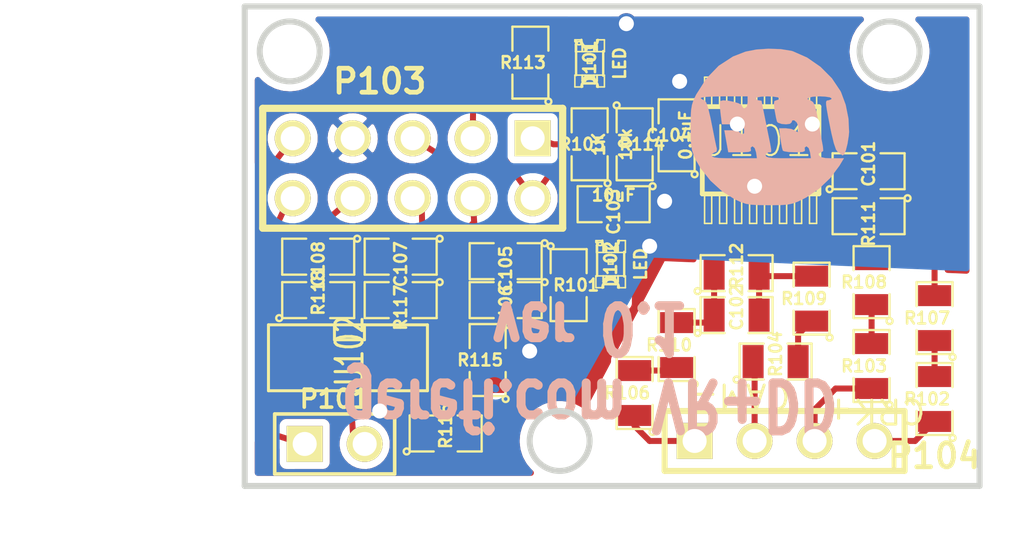
<source format=kicad_pcb>
(kicad_pcb (version 3) (host pcbnew "(2013-07-07 BZR 4022)-stable")

  (general
    (links 67)
    (no_connects 0)
    (area 210.071606 49.044014 252.190251 76.422251)
    (thickness 1.6)
    (drawings 12)
    (tracks 182)
    (zones 0)
    (modules 34)
    (nets 30)
  )

  (page A4)
  (title_block 
    (company Art_Electro)
    (comment 1 cps_vrs_io_1)
    (comment 2 Art_Electro)
    (comment 3 Art_Electro)
    (comment 4 Art_Electro)
  )

  (layers
    (15 F.Cu signal)
    (0 B.Cu signal)
    (16 B.Adhes user)
    (17 F.Adhes user)
    (18 B.Paste user)
    (19 F.Paste user)
    (20 B.SilkS user)
    (21 F.SilkS user)
    (22 B.Mask user)
    (23 F.Mask user)
    (24 Dwgs.User user)
    (25 Cmts.User user)
    (26 Eco1.User user)
    (27 Eco2.User user)
    (28 Edge.Cuts user)
  )

  (setup
    (last_trace_width 0.254)
    (user_trace_width 0.5)
    (user_trace_width 1.27)
    (trace_clearance 0.1524)
    (zone_clearance 0.3)
    (zone_45_only no)
    (trace_min 0.254)
    (segment_width 0.254)
    (edge_width 0.254)
    (via_size 0.889)
    (via_drill 0.635)
    (via_min_size 0.889)
    (via_min_drill 0.508)
    (uvia_size 0.508)
    (uvia_drill 0.127)
    (uvias_allowed no)
    (uvia_min_size 0.508)
    (uvia_min_drill 0.127)
    (pcb_text_width 0.4318)
    (pcb_text_size 1.524 2.032)
    (mod_edge_width 0.09906)
    (mod_text_size 1.524 1.524)
    (mod_text_width 0.254)
    (pad_size 0.35052 0.70104)
    (pad_drill 0.6)
    (pad_to_mask_clearance 0.254)
    (aux_axis_origin 0 0)
    (visible_elements 7FFFFFFF)
    (pcbplotparams
      (layerselection 284983297)
      (usegerberextensions true)
      (excludeedgelayer true)
      (linewidth 0.150000)
      (plotframeref false)
      (viasonmask false)
      (mode 1)
      (useauxorigin false)
      (hpglpennumber 1)
      (hpglpenspeed 20)
      (hpglpendiameter 15)
      (hpglpenoverlay 2)
      (psnegative false)
      (psa4output false)
      (plotreference true)
      (plotvalue false)
      (plotothertext true)
      (plotinvisibletext false)
      (padsonsilk false)
      (subtractmaskfromsilk false)
      (outputformat 1)
      (mirror false)
      (drillshape 0)
      (scaleselection 1)
      (outputdirectory gerber))
  )

  (net 0 "")
  (net 1 /5V)
  (net 2 "/5v stab")
  (net 3 /CAM)
  (net 4 /CAM+)
  (net 5 /CAM-)
  (net 6 /CRANK)
  (net 7 /CRK2+)
  (net 8 /CRK2-)
  (net 9 /CS-KN1)
  (net 10 /MISO)
  (net 11 /SCK)
  (net 12 /knock1+)
  (net 13 /knock1-)
  (net 14 /knock_1+p)
  (net 15 /knock_1-p)
  (net 16 GND)
  (net 17 N-000001)
  (net 18 N-0000013)
  (net 19 N-0000015)
  (net 20 N-0000017)
  (net 21 N-0000018)
  (net 22 N-000002)
  (net 23 N-0000021)
  (net 24 N-0000022)
  (net 25 N-0000028)
  (net 26 N-0000029)
  (net 27 N-0000030)
  (net 28 N-0000031)
  (net 29 N-000009)

  (net_class Default "Это класс цепей по умолчанию."
    (clearance 0.1524)
    (trace_width 0.254)
    (via_dia 0.889)
    (via_drill 0.635)
    (uvia_dia 0.508)
    (uvia_drill 0.127)
    (add_net "")
    (add_net /5V)
    (add_net "/5v stab")
    (add_net /CAM)
    (add_net /CAM+)
    (add_net /CAM-)
    (add_net /CRANK)
    (add_net /CRK2+)
    (add_net /CRK2-)
    (add_net /CS-KN1)
    (add_net /MISO)
    (add_net /SCK)
    (add_net /knock1+)
    (add_net /knock1-)
    (add_net /knock_1+p)
    (add_net /knock_1-p)
    (add_net GND)
    (add_net N-000001)
    (add_net N-0000013)
    (add_net N-0000015)
    (add_net N-0000017)
    (add_net N-0000018)
    (add_net N-000002)
    (add_net N-0000021)
    (add_net N-0000022)
    (add_net N-0000028)
    (add_net N-0000029)
    (add_net N-0000030)
    (add_net N-0000031)
    (add_net N-000009)
  )

  (module SM0805   placed (layer F.Cu) (tedit 529E9944) (tstamp 528A14D4)
    (at 245.58625 57.62625)
    (path /4AD9C851)
    (attr smd)
    (fp_text reference C101 (at 0 -0.3175 90) (layer F.SilkS)
      (effects (font (size 0.50038 0.50038) (thickness 0.10922)))
    )
    (fp_text value 1000pF (at 0 0.381) (layer F.SilkS) hide
      (effects (font (size 0.50038 0.50038) (thickness 0.10922)))
    )
    (fp_circle (center -1.651 0.762) (end -1.651 0.635) (layer F.SilkS) (width 0.09906))
    (fp_line (start -0.508 0.762) (end -1.524 0.762) (layer F.SilkS) (width 0.09906))
    (fp_line (start -1.524 0.762) (end -1.524 -0.762) (layer F.SilkS) (width 0.09906))
    (fp_line (start -1.524 -0.762) (end -0.508 -0.762) (layer F.SilkS) (width 0.09906))
    (fp_line (start 0.508 -0.762) (end 1.524 -0.762) (layer F.SilkS) (width 0.09906))
    (fp_line (start 1.524 -0.762) (end 1.524 0.762) (layer F.SilkS) (width 0.09906))
    (fp_line (start 1.524 0.762) (end 0.508 0.762) (layer F.SilkS) (width 0.09906))
    (pad 1 smd rect (at -0.9525 0) (size 0.889 1.397)
      (layers F.Cu F.Paste F.Mask)
      (net 25 N-0000028)
    )
    (pad 2 smd rect (at 0.9525 0) (size 0.889 1.397)
      (layers F.Cu F.Paste F.Mask)
      (net 26 N-0000029)
    )
    (model smd/chip_cms.wrl
      (at (xyz 0 0 0))
      (scale (xyz 0.1 0.1 0.1))
      (rotate (xyz 0 0 0))
    )
  )

  (module SM0805   placed (layer F.Cu) (tedit 529E9999) (tstamp 528A14E1)
    (at 239.99825 63.72225)
    (path /4AD9CD25)
    (attr smd)
    (fp_text reference C102 (at 0 -0.3175 90) (layer F.SilkS)
      (effects (font (size 0.50038 0.50038) (thickness 0.10922)))
    )
    (fp_text value 1000pF (at 0 0.381) (layer F.SilkS) hide
      (effects (font (size 0.50038 0.50038) (thickness 0.10922)))
    )
    (fp_circle (center -1.651 0.762) (end -1.651 0.635) (layer F.SilkS) (width 0.09906))
    (fp_line (start -0.508 0.762) (end -1.524 0.762) (layer F.SilkS) (width 0.09906))
    (fp_line (start -1.524 0.762) (end -1.524 -0.762) (layer F.SilkS) (width 0.09906))
    (fp_line (start -1.524 -0.762) (end -0.508 -0.762) (layer F.SilkS) (width 0.09906))
    (fp_line (start 0.508 -0.762) (end 1.524 -0.762) (layer F.SilkS) (width 0.09906))
    (fp_line (start 1.524 -0.762) (end 1.524 0.762) (layer F.SilkS) (width 0.09906))
    (fp_line (start 1.524 0.762) (end 0.508 0.762) (layer F.SilkS) (width 0.09906))
    (pad 1 smd rect (at -0.9525 0) (size 0.889 1.397)
      (layers F.Cu F.Paste F.Mask)
      (net 27 N-0000030)
    )
    (pad 2 smd rect (at 0.9525 0) (size 0.889 1.397)
      (layers F.Cu F.Paste F.Mask)
      (net 28 N-0000031)
    )
    (model smd/chip_cms.wrl
      (at (xyz 0 0 0))
      (scale (xyz 0.1 0.1 0.1))
      (rotate (xyz 0 0 0))
    )
  )

  (module SM0805   placed (layer F.Cu) (tedit 529E9967) (tstamp 528A14FA)
    (at 237.45825 56.10225 90)
    (path /50D6291F)
    (attr smd)
    (fp_text reference C104 (at 0 -0.3175 180) (layer F.SilkS)
      (effects (font (size 0.50038 0.50038) (thickness 0.10922)))
    )
    (fp_text value 0.1uF (at 0 0.381 90) (layer F.SilkS)
      (effects (font (size 0.50038 0.50038) (thickness 0.10922)))
    )
    (fp_circle (center -1.651 0.762) (end -1.651 0.635) (layer F.SilkS) (width 0.09906))
    (fp_line (start -0.508 0.762) (end -1.524 0.762) (layer F.SilkS) (width 0.09906))
    (fp_line (start -1.524 0.762) (end -1.524 -0.762) (layer F.SilkS) (width 0.09906))
    (fp_line (start -1.524 -0.762) (end -0.508 -0.762) (layer F.SilkS) (width 0.09906))
    (fp_line (start 0.508 -0.762) (end 1.524 -0.762) (layer F.SilkS) (width 0.09906))
    (fp_line (start 1.524 -0.762) (end 1.524 0.762) (layer F.SilkS) (width 0.09906))
    (fp_line (start 1.524 0.762) (end 0.508 0.762) (layer F.SilkS) (width 0.09906))
    (pad 1 smd rect (at -0.9525 0 90) (size 0.889 1.397)
      (layers F.Cu F.Paste F.Mask)
      (net 1 /5V)
    )
    (pad 2 smd rect (at 0.9525 0 90) (size 0.889 1.397)
      (layers F.Cu F.Paste F.Mask)
      (net 16 GND)
    )
    (model smd/chip_cms.wrl
      (at (xyz 0 0 0))
      (scale (xyz 0.1 0.1 0.1))
      (rotate (xyz 0 0 0))
    )
  )

  (module SM0805   placed (layer F.Cu) (tedit 529E995F) (tstamp 528A1507)
    (at 230.21925 61.43625 180)
    (path /4E39E4ED)
    (attr smd)
    (fp_text reference C105 (at 0 -0.3175 270) (layer F.SilkS)
      (effects (font (size 0.50038 0.50038) (thickness 0.10922)))
    )
    (fp_text value 1uF (at 0 0.381 180) (layer F.SilkS) hide
      (effects (font (size 0.50038 0.50038) (thickness 0.10922)))
    )
    (fp_circle (center -1.651 0.762) (end -1.651 0.635) (layer F.SilkS) (width 0.09906))
    (fp_line (start -0.508 0.762) (end -1.524 0.762) (layer F.SilkS) (width 0.09906))
    (fp_line (start -1.524 0.762) (end -1.524 -0.762) (layer F.SilkS) (width 0.09906))
    (fp_line (start -1.524 -0.762) (end -0.508 -0.762) (layer F.SilkS) (width 0.09906))
    (fp_line (start 0.508 -0.762) (end 1.524 -0.762) (layer F.SilkS) (width 0.09906))
    (fp_line (start 1.524 -0.762) (end 1.524 0.762) (layer F.SilkS) (width 0.09906))
    (fp_line (start 1.524 0.762) (end 0.508 0.762) (layer F.SilkS) (width 0.09906))
    (pad 1 smd rect (at -0.9525 0 180) (size 0.889 1.397)
      (layers F.Cu F.Paste F.Mask)
      (net 16 GND)
    )
    (pad 2 smd rect (at 0.9525 0 180) (size 0.889 1.397)
      (layers F.Cu F.Paste F.Mask)
      (net 2 "/5v stab")
    )
    (model smd/chip_cms.wrl
      (at (xyz 0 0 0))
      (scale (xyz 0.1 0.1 0.1))
      (rotate (xyz 0 0 0))
    )
  )

  (module SM0805   placed (layer F.Cu) (tedit 529E9964) (tstamp 528A1514)
    (at 230.21925 63.08725 180)
    (path /4E39E4EE)
    (attr smd)
    (fp_text reference C106 (at 0 -0.3175 270) (layer F.SilkS)
      (effects (font (size 0.50038 0.50038) (thickness 0.10922)))
    )
    (fp_text value 0.1uF (at 0 0.381 180) (layer F.SilkS) hide
      (effects (font (size 0.50038 0.50038) (thickness 0.10922)))
    )
    (fp_circle (center -1.651 0.762) (end -1.651 0.635) (layer F.SilkS) (width 0.09906))
    (fp_line (start -0.508 0.762) (end -1.524 0.762) (layer F.SilkS) (width 0.09906))
    (fp_line (start -1.524 0.762) (end -1.524 -0.762) (layer F.SilkS) (width 0.09906))
    (fp_line (start -1.524 -0.762) (end -0.508 -0.762) (layer F.SilkS) (width 0.09906))
    (fp_line (start 0.508 -0.762) (end 1.524 -0.762) (layer F.SilkS) (width 0.09906))
    (fp_line (start 1.524 -0.762) (end 1.524 0.762) (layer F.SilkS) (width 0.09906))
    (fp_line (start 1.524 0.762) (end 0.508 0.762) (layer F.SilkS) (width 0.09906))
    (pad 1 smd rect (at -0.9525 0 180) (size 0.889 1.397)
      (layers F.Cu F.Paste F.Mask)
      (net 16 GND)
    )
    (pad 2 smd rect (at 0.9525 0 180) (size 0.889 1.397)
      (layers F.Cu F.Paste F.Mask)
      (net 2 "/5v stab")
    )
    (model smd/chip_cms.wrl
      (at (xyz 0 0 0))
      (scale (xyz 0.1 0.1 0.1))
      (rotate (xyz 0 0 0))
    )
  )

  (module SM0805   placed (layer F.Cu) (tedit 529E99FB) (tstamp 528A1521)
    (at 225.77425 61.24575 180)
    (path /4E39E4EC)
    (attr smd)
    (fp_text reference C107 (at 0 -0.3175 270) (layer F.SilkS)
      (effects (font (size 0.50038 0.50038) (thickness 0.10922)))
    )
    (fp_text value 0.1uF (at 0 0.381 180) (layer F.SilkS) hide
      (effects (font (size 0.50038 0.50038) (thickness 0.10922)))
    )
    (fp_circle (center -1.651 0.762) (end -1.651 0.635) (layer F.SilkS) (width 0.09906))
    (fp_line (start -0.508 0.762) (end -1.524 0.762) (layer F.SilkS) (width 0.09906))
    (fp_line (start -1.524 0.762) (end -1.524 -0.762) (layer F.SilkS) (width 0.09906))
    (fp_line (start -1.524 -0.762) (end -0.508 -0.762) (layer F.SilkS) (width 0.09906))
    (fp_line (start 0.508 -0.762) (end 1.524 -0.762) (layer F.SilkS) (width 0.09906))
    (fp_line (start 1.524 -0.762) (end 1.524 0.762) (layer F.SilkS) (width 0.09906))
    (fp_line (start 1.524 0.762) (end 0.508 0.762) (layer F.SilkS) (width 0.09906))
    (pad 1 smd rect (at -0.9525 0 180) (size 0.889 1.397)
      (layers F.Cu F.Paste F.Mask)
      (net 12 /knock1+)
    )
    (pad 2 smd rect (at 0.9525 0 180) (size 0.889 1.397)
      (layers F.Cu F.Paste F.Mask)
      (net 16 GND)
    )
    (model smd/chip_cms.wrl
      (at (xyz 0 0 0))
      (scale (xyz 0.1 0.1 0.1))
      (rotate (xyz 0 0 0))
    )
  )

  (module SM0805   placed (layer F.Cu) (tedit 529E99F8) (tstamp 528A152E)
    (at 222.28175 61.24575 180)
    (path /4E39E4FC)
    (attr smd)
    (fp_text reference C108 (at 0 -0.3175 270) (layer F.SilkS)
      (effects (font (size 0.50038 0.50038) (thickness 0.10922)))
    )
    (fp_text value 1000pF (at 0 0.381 180) (layer F.SilkS) hide
      (effects (font (size 0.50038 0.50038) (thickness 0.10922)))
    )
    (fp_circle (center -1.651 0.762) (end -1.651 0.635) (layer F.SilkS) (width 0.09906))
    (fp_line (start -0.508 0.762) (end -1.524 0.762) (layer F.SilkS) (width 0.09906))
    (fp_line (start -1.524 0.762) (end -1.524 -0.762) (layer F.SilkS) (width 0.09906))
    (fp_line (start -1.524 -0.762) (end -0.508 -0.762) (layer F.SilkS) (width 0.09906))
    (fp_line (start 0.508 -0.762) (end 1.524 -0.762) (layer F.SilkS) (width 0.09906))
    (fp_line (start 1.524 -0.762) (end 1.524 0.762) (layer F.SilkS) (width 0.09906))
    (fp_line (start 1.524 0.762) (end 0.508 0.762) (layer F.SilkS) (width 0.09906))
    (pad 1 smd rect (at -0.9525 0 180) (size 0.889 1.397)
      (layers F.Cu F.Paste F.Mask)
      (net 16 GND)
    )
    (pad 2 smd rect (at 0.9525 0 180) (size 0.889 1.397)
      (layers F.Cu F.Paste F.Mask)
      (net 13 /knock1-)
    )
    (model smd/chip_cms.wrl
      (at (xyz 0 0 0))
      (scale (xyz 0.1 0.1 0.1))
      (rotate (xyz 0 0 0))
    )
  )

  (module PIN_ARRAY_5x2   placed (layer F.Cu) (tedit 529E9A65) (tstamp 52E1E9B5)
    (at 226.28225 57.49925 180)
    (descr "Double rangee de contacts 2 x 5 pins")
    (tags CONN)
    (path /5288F8BF)
    (fp_text reference P103 (at 1.397 3.683 180) (layer F.SilkS)
      (effects (font (size 1.016 1.016) (thickness 0.2032)))
    )
    (fp_text value CONN_5X2 (at 0 -3.81 180) (layer F.SilkS) hide
      (effects (font (size 1.016 1.016) (thickness 0.2032)))
    )
    (fp_line (start -6.35 -2.54) (end 6.35 -2.54) (layer F.SilkS) (width 0.3048))
    (fp_line (start 6.35 -2.54) (end 6.35 2.54) (layer F.SilkS) (width 0.3048))
    (fp_line (start 6.35 2.54) (end -6.35 2.54) (layer F.SilkS) (width 0.3048))
    (fp_line (start -6.35 2.54) (end -6.35 -2.54) (layer F.SilkS) (width 0.3048))
    (pad 1 thru_hole rect (at -5.08 1.27 180) (size 1.524 1.524) (drill 1.016)
      (layers *.Cu *.Mask F.SilkS)
      (net 3 /CAM)
    )
    (pad 2 thru_hole circle (at -5.08 -1.27 180) (size 1.524 1.524) (drill 1.016)
      (layers *.Cu *.Mask F.SilkS)
      (net 1 /5V)
    )
    (pad 3 thru_hole circle (at -2.54 1.27 180) (size 1.524 1.524) (drill 1.016)
      (layers *.Cu *.Mask F.SilkS)
      (net 6 /CRANK)
    )
    (pad 4 thru_hole circle (at -2.54 -1.27 180) (size 1.524 1.524) (drill 1.016)
      (layers *.Cu *.Mask F.SilkS)
      (net 2 "/5v stab")
    )
    (pad 5 thru_hole circle (at 0 1.27 180) (size 1.524 1.524) (drill 1.016)
      (layers *.Cu *.Mask F.SilkS)
      (net 9 /CS-KN1)
    )
    (pad 6 thru_hole circle (at 0 -1.27 180) (size 1.524 1.524) (drill 1.016)
      (layers *.Cu *.Mask F.SilkS)
      (net 12 /knock1+)
    )
    (pad 7 thru_hole circle (at 2.54 1.27 180) (size 1.524 1.524) (drill 1.016)
      (layers *.Cu *.Mask F.SilkS)
      (net 16 GND)
    )
    (pad 8 thru_hole circle (at 2.54 -1.27 180) (size 1.524 1.524) (drill 1.016)
      (layers *.Cu *.Mask F.SilkS)
      (net 13 /knock1-)
    )
    (pad 9 thru_hole circle (at 5.08 1.27 180) (size 1.524 1.524) (drill 1.016)
      (layers *.Cu *.Mask F.SilkS)
      (net 10 /MISO)
    )
    (pad 10 thru_hole circle (at 5.08 -1.27 180) (size 1.524 1.524) (drill 1.016)
      (layers *.Cu *.Mask F.SilkS)
      (net 11 /SCK)
    )
    (model pin_array/pins_array_5x2.wrl
      (at (xyz 0 0 0))
      (scale (xyz 1 1 1))
      (rotate (xyz 0 0 0))
    )
  )

  (module SM0805   placed (layer F.Cu) (tedit 529E9912) (tstamp 529E9947)
    (at 248.38025 67.27825 90)
    (path /4E39E3A9)
    (attr smd)
    (fp_text reference R102 (at 0 -0.3175 180) (layer F.SilkS)
      (effects (font (size 0.50038 0.50038) (thickness 0.10922)))
    )
    (fp_text value 5k (at 0 0.381 90) (layer F.SilkS) hide
      (effects (font (size 0.50038 0.50038) (thickness 0.10922)))
    )
    (fp_circle (center -1.651 0.762) (end -1.651 0.635) (layer F.SilkS) (width 0.09906))
    (fp_line (start -0.508 0.762) (end -1.524 0.762) (layer F.SilkS) (width 0.09906))
    (fp_line (start -1.524 0.762) (end -1.524 -0.762) (layer F.SilkS) (width 0.09906))
    (fp_line (start -1.524 -0.762) (end -0.508 -0.762) (layer F.SilkS) (width 0.09906))
    (fp_line (start 0.508 -0.762) (end 1.524 -0.762) (layer F.SilkS) (width 0.09906))
    (fp_line (start 1.524 -0.762) (end 1.524 0.762) (layer F.SilkS) (width 0.09906))
    (fp_line (start 1.524 0.762) (end 0.508 0.762) (layer F.SilkS) (width 0.09906))
    (pad 1 smd rect (at -0.9525 0 90) (size 0.889 1.397)
      (layers F.Cu F.Paste F.Mask)
      (net 7 /CRK2+)
    )
    (pad 2 smd rect (at 0.9525 0 90) (size 0.889 1.397)
      (layers F.Cu F.Paste F.Mask)
      (net 20 N-0000017)
    )
    (model smd/chip_cms.wrl
      (at (xyz 0 0 0))
      (scale (xyz 0.1 0.1 0.1))
      (rotate (xyz 0 0 0))
    )
  )

  (module SM0805   placed (layer F.Cu) (tedit 529E991B) (tstamp 528A15A8)
    (at 245.71325 65.88125 90)
    (path /4E39E3A5)
    (attr smd)
    (fp_text reference R103 (at 0 -0.3175 180) (layer F.SilkS)
      (effects (font (size 0.50038 0.50038) (thickness 0.10922)))
    )
    (fp_text value 5k (at 0 0.381 90) (layer F.SilkS) hide
      (effects (font (size 0.50038 0.50038) (thickness 0.10922)))
    )
    (fp_circle (center -1.651 0.762) (end -1.651 0.635) (layer F.SilkS) (width 0.09906))
    (fp_line (start -0.508 0.762) (end -1.524 0.762) (layer F.SilkS) (width 0.09906))
    (fp_line (start -1.524 0.762) (end -1.524 -0.762) (layer F.SilkS) (width 0.09906))
    (fp_line (start -1.524 -0.762) (end -0.508 -0.762) (layer F.SilkS) (width 0.09906))
    (fp_line (start 0.508 -0.762) (end 1.524 -0.762) (layer F.SilkS) (width 0.09906))
    (fp_line (start 1.524 -0.762) (end 1.524 0.762) (layer F.SilkS) (width 0.09906))
    (fp_line (start 1.524 0.762) (end 0.508 0.762) (layer F.SilkS) (width 0.09906))
    (pad 1 smd rect (at -0.9525 0 90) (size 0.889 1.397)
      (layers F.Cu F.Paste F.Mask)
      (net 8 /CRK2-)
    )
    (pad 2 smd rect (at 0.9525 0 90) (size 0.889 1.397)
      (layers F.Cu F.Paste F.Mask)
      (net 24 N-0000022)
    )
    (model smd/chip_cms.wrl
      (at (xyz 0 0 0))
      (scale (xyz 0.1 0.1 0.1))
      (rotate (xyz 0 0 0))
    )
  )

  (module SM0805   placed (layer F.Cu) (tedit 529E99BC) (tstamp 528A15B5)
    (at 241.64925 65.69075)
    (path /4E39E39B)
    (attr smd)
    (fp_text reference R104 (at 0 -0.3175 90) (layer F.SilkS)
      (effects (font (size 0.50038 0.50038) (thickness 0.10922)))
    )
    (fp_text value 5k (at 0 0.381) (layer F.SilkS) hide
      (effects (font (size 0.50038 0.50038) (thickness 0.10922)))
    )
    (fp_circle (center -1.651 0.762) (end -1.651 0.635) (layer F.SilkS) (width 0.09906))
    (fp_line (start -0.508 0.762) (end -1.524 0.762) (layer F.SilkS) (width 0.09906))
    (fp_line (start -1.524 0.762) (end -1.524 -0.762) (layer F.SilkS) (width 0.09906))
    (fp_line (start -1.524 -0.762) (end -0.508 -0.762) (layer F.SilkS) (width 0.09906))
    (fp_line (start 0.508 -0.762) (end 1.524 -0.762) (layer F.SilkS) (width 0.09906))
    (fp_line (start 1.524 -0.762) (end 1.524 0.762) (layer F.SilkS) (width 0.09906))
    (fp_line (start 1.524 0.762) (end 0.508 0.762) (layer F.SilkS) (width 0.09906))
    (pad 1 smd rect (at -0.9525 0) (size 0.889 1.397)
      (layers F.Cu F.Paste F.Mask)
      (net 5 /CAM-)
    )
    (pad 2 smd rect (at 0.9525 0) (size 0.889 1.397)
      (layers F.Cu F.Paste F.Mask)
      (net 21 N-0000018)
    )
    (model smd/chip_cms.wrl
      (at (xyz 0 0 0))
      (scale (xyz 0.1 0.1 0.1))
      (rotate (xyz 0 0 0))
    )
  )

  (module SM0805   placed (layer F.Cu) (tedit 529E996B) (tstamp 528A15C2)
    (at 233.77525 56.48325 90)
    (path /4E39E399)
    (attr smd)
    (fp_text reference R105 (at 0 -0.3175 180) (layer F.SilkS)
      (effects (font (size 0.50038 0.50038) (thickness 0.10922)))
    )
    (fp_text value 1K (at 0 0.381 90) (layer F.SilkS)
      (effects (font (size 0.50038 0.50038) (thickness 0.10922)))
    )
    (fp_circle (center -1.651 0.762) (end -1.651 0.635) (layer F.SilkS) (width 0.09906))
    (fp_line (start -0.508 0.762) (end -1.524 0.762) (layer F.SilkS) (width 0.09906))
    (fp_line (start -1.524 0.762) (end -1.524 -0.762) (layer F.SilkS) (width 0.09906))
    (fp_line (start -1.524 -0.762) (end -0.508 -0.762) (layer F.SilkS) (width 0.09906))
    (fp_line (start 0.508 -0.762) (end 1.524 -0.762) (layer F.SilkS) (width 0.09906))
    (fp_line (start 1.524 -0.762) (end 1.524 0.762) (layer F.SilkS) (width 0.09906))
    (fp_line (start 1.524 0.762) (end 0.508 0.762) (layer F.SilkS) (width 0.09906))
    (pad 1 smd rect (at -0.9525 0 90) (size 0.889 1.397)
      (layers F.Cu F.Paste F.Mask)
      (net 1 /5V)
    )
    (pad 2 smd rect (at 0.9525 0 90) (size 0.889 1.397)
      (layers F.Cu F.Paste F.Mask)
      (net 19 N-0000015)
    )
    (model smd/chip_cms.wrl
      (at (xyz 0 0 0))
      (scale (xyz 0.1 0.1 0.1))
      (rotate (xyz 0 0 0))
    )
  )

  (module SM0805 (layer F.Cu) (tedit 529E99A9) (tstamp 528A15CF)
    (at 235.68025 67.02425 90)
    (path /4E39E39D)
    (attr smd)
    (fp_text reference R106 (at 0 -0.3175 180) (layer F.SilkS)
      (effects (font (size 0.50038 0.50038) (thickness 0.10922)))
    )
    (fp_text value 5k (at 0 0.381 90) (layer F.SilkS) hide
      (effects (font (size 0.50038 0.50038) (thickness 0.10922)))
    )
    (fp_circle (center -1.651 0.762) (end -1.651 0.635) (layer F.SilkS) (width 0.09906))
    (fp_line (start -0.508 0.762) (end -1.524 0.762) (layer F.SilkS) (width 0.09906))
    (fp_line (start -1.524 0.762) (end -1.524 -0.762) (layer F.SilkS) (width 0.09906))
    (fp_line (start -1.524 -0.762) (end -0.508 -0.762) (layer F.SilkS) (width 0.09906))
    (fp_line (start 0.508 -0.762) (end 1.524 -0.762) (layer F.SilkS) (width 0.09906))
    (fp_line (start 1.524 -0.762) (end 1.524 0.762) (layer F.SilkS) (width 0.09906))
    (fp_line (start 1.524 0.762) (end 0.508 0.762) (layer F.SilkS) (width 0.09906))
    (pad 1 smd rect (at -0.9525 0 90) (size 0.889 1.397)
      (layers F.Cu F.Paste F.Mask)
      (net 4 /CAM+)
    )
    (pad 2 smd rect (at 0.9525 0 90) (size 0.889 1.397)
      (layers F.Cu F.Paste F.Mask)
      (net 23 N-0000021)
    )
    (model smd/chip_cms.wrl
      (at (xyz 0 0 0))
      (scale (xyz 0.1 0.1 0.1))
      (rotate (xyz 0 0 0))
    )
  )

  (module SM0805   placed (layer F.Cu) (tedit 529E9916) (tstamp 528A15DC)
    (at 248.38025 63.84925 90)
    (path /4E39E3AD)
    (attr smd)
    (fp_text reference R107 (at 0 -0.3175 180) (layer F.SilkS)
      (effects (font (size 0.50038 0.50038) (thickness 0.10922)))
    )
    (fp_text value 5k (at 0 0.381 90) (layer F.SilkS) hide
      (effects (font (size 0.50038 0.50038) (thickness 0.10922)))
    )
    (fp_circle (center -1.651 0.762) (end -1.651 0.635) (layer F.SilkS) (width 0.09906))
    (fp_line (start -0.508 0.762) (end -1.524 0.762) (layer F.SilkS) (width 0.09906))
    (fp_line (start -1.524 0.762) (end -1.524 -0.762) (layer F.SilkS) (width 0.09906))
    (fp_line (start -1.524 -0.762) (end -0.508 -0.762) (layer F.SilkS) (width 0.09906))
    (fp_line (start 0.508 -0.762) (end 1.524 -0.762) (layer F.SilkS) (width 0.09906))
    (fp_line (start 1.524 -0.762) (end 1.524 0.762) (layer F.SilkS) (width 0.09906))
    (fp_line (start 1.524 0.762) (end 0.508 0.762) (layer F.SilkS) (width 0.09906))
    (pad 1 smd rect (at -0.9525 0 90) (size 0.889 1.397)
      (layers F.Cu F.Paste F.Mask)
      (net 20 N-0000017)
    )
    (pad 2 smd rect (at 0.9525 0 90) (size 0.889 1.397)
      (layers F.Cu F.Paste F.Mask)
      (net 26 N-0000029)
    )
    (model smd/chip_cms.wrl
      (at (xyz 0 0 0))
      (scale (xyz 0.1 0.1 0.1))
      (rotate (xyz 0 0 0))
    )
  )

  (module SM0805   placed (layer F.Cu) (tedit 529E99B6) (tstamp 528A15E9)
    (at 245.71325 62.32525 90)
    (path /4E39E3A0)
    (attr smd)
    (fp_text reference R108 (at 0 -0.3175 180) (layer F.SilkS)
      (effects (font (size 0.50038 0.50038) (thickness 0.10922)))
    )
    (fp_text value 5k (at 0 0.381 90) (layer F.SilkS) hide
      (effects (font (size 0.50038 0.50038) (thickness 0.10922)))
    )
    (fp_circle (center -1.651 0.762) (end -1.651 0.635) (layer F.SilkS) (width 0.09906))
    (fp_line (start -0.508 0.762) (end -1.524 0.762) (layer F.SilkS) (width 0.09906))
    (fp_line (start -1.524 0.762) (end -1.524 -0.762) (layer F.SilkS) (width 0.09906))
    (fp_line (start -1.524 -0.762) (end -0.508 -0.762) (layer F.SilkS) (width 0.09906))
    (fp_line (start 0.508 -0.762) (end 1.524 -0.762) (layer F.SilkS) (width 0.09906))
    (fp_line (start 1.524 -0.762) (end 1.524 0.762) (layer F.SilkS) (width 0.09906))
    (fp_line (start 1.524 0.762) (end 0.508 0.762) (layer F.SilkS) (width 0.09906))
    (pad 1 smd rect (at -0.9525 0 90) (size 0.889 1.397)
      (layers F.Cu F.Paste F.Mask)
      (net 24 N-0000022)
    )
    (pad 2 smd rect (at 0.9525 0 90) (size 0.889 1.397)
      (layers F.Cu F.Paste F.Mask)
      (net 25 N-0000028)
    )
    (model smd/chip_cms.wrl
      (at (xyz 0 0 0))
      (scale (xyz 0.1 0.1 0.1))
      (rotate (xyz 0 0 0))
    )
  )

  (module SM0805   placed (layer F.Cu) (tedit 529E99B2) (tstamp 528A15F6)
    (at 243.17325 63.02375 90)
    (path /4E39E396)
    (attr smd)
    (fp_text reference R109 (at 0 -0.3175 180) (layer F.SilkS)
      (effects (font (size 0.50038 0.50038) (thickness 0.10922)))
    )
    (fp_text value 5k (at 0 0.381 90) (layer F.SilkS) hide
      (effects (font (size 0.50038 0.50038) (thickness 0.10922)))
    )
    (fp_circle (center -1.651 0.762) (end -1.651 0.635) (layer F.SilkS) (width 0.09906))
    (fp_line (start -0.508 0.762) (end -1.524 0.762) (layer F.SilkS) (width 0.09906))
    (fp_line (start -1.524 0.762) (end -1.524 -0.762) (layer F.SilkS) (width 0.09906))
    (fp_line (start -1.524 -0.762) (end -0.508 -0.762) (layer F.SilkS) (width 0.09906))
    (fp_line (start 0.508 -0.762) (end 1.524 -0.762) (layer F.SilkS) (width 0.09906))
    (fp_line (start 1.524 -0.762) (end 1.524 0.762) (layer F.SilkS) (width 0.09906))
    (fp_line (start 1.524 0.762) (end 0.508 0.762) (layer F.SilkS) (width 0.09906))
    (pad 1 smd rect (at -0.9525 0 90) (size 0.889 1.397)
      (layers F.Cu F.Paste F.Mask)
      (net 21 N-0000018)
    )
    (pad 2 smd rect (at 0.9525 0 90) (size 0.889 1.397)
      (layers F.Cu F.Paste F.Mask)
      (net 28 N-0000031)
    )
    (model smd/chip_cms.wrl
      (at (xyz 0 0 0))
      (scale (xyz 0.1 0.1 0.1))
      (rotate (xyz 0 0 0))
    )
  )

  (module SM0805   placed (layer F.Cu) (tedit 529E99A6) (tstamp 528A1603)
    (at 237.45825 64.99225 90)
    (path /4E39E393)
    (attr smd)
    (fp_text reference R110 (at 0 -0.3175 180) (layer F.SilkS)
      (effects (font (size 0.50038 0.50038) (thickness 0.10922)))
    )
    (fp_text value 5k (at 0 0.381 90) (layer F.SilkS) hide
      (effects (font (size 0.50038 0.50038) (thickness 0.10922)))
    )
    (fp_circle (center -1.651 0.762) (end -1.651 0.635) (layer F.SilkS) (width 0.09906))
    (fp_line (start -0.508 0.762) (end -1.524 0.762) (layer F.SilkS) (width 0.09906))
    (fp_line (start -1.524 0.762) (end -1.524 -0.762) (layer F.SilkS) (width 0.09906))
    (fp_line (start -1.524 -0.762) (end -0.508 -0.762) (layer F.SilkS) (width 0.09906))
    (fp_line (start 0.508 -0.762) (end 1.524 -0.762) (layer F.SilkS) (width 0.09906))
    (fp_line (start 1.524 -0.762) (end 1.524 0.762) (layer F.SilkS) (width 0.09906))
    (fp_line (start 1.524 0.762) (end 0.508 0.762) (layer F.SilkS) (width 0.09906))
    (pad 1 smd rect (at -0.9525 0 90) (size 0.889 1.397)
      (layers F.Cu F.Paste F.Mask)
      (net 23 N-0000021)
    )
    (pad 2 smd rect (at 0.9525 0 90) (size 0.889 1.397)
      (layers F.Cu F.Paste F.Mask)
      (net 27 N-0000030)
    )
    (model smd/chip_cms.wrl
      (at (xyz 0 0 0))
      (scale (xyz 0.1 0.1 0.1))
      (rotate (xyz 0 0 0))
    )
  )

  (module SM0805   placed (layer F.Cu) (tedit 529E994B) (tstamp 529E99E5)
    (at 245.58625 59.53125 180)
    (path /4E39E390)
    (attr smd)
    (fp_text reference R111 (at 0 -0.3175 270) (layer F.SilkS)
      (effects (font (size 0.50038 0.50038) (thickness 0.10922)))
    )
    (fp_text value 5k (at 0 0.381 180) (layer F.SilkS) hide
      (effects (font (size 0.50038 0.50038) (thickness 0.10922)))
    )
    (fp_circle (center -1.651 0.762) (end -1.651 0.635) (layer F.SilkS) (width 0.09906))
    (fp_line (start -0.508 0.762) (end -1.524 0.762) (layer F.SilkS) (width 0.09906))
    (fp_line (start -1.524 0.762) (end -1.524 -0.762) (layer F.SilkS) (width 0.09906))
    (fp_line (start -1.524 -0.762) (end -0.508 -0.762) (layer F.SilkS) (width 0.09906))
    (fp_line (start 0.508 -0.762) (end 1.524 -0.762) (layer F.SilkS) (width 0.09906))
    (fp_line (start 1.524 -0.762) (end 1.524 0.762) (layer F.SilkS) (width 0.09906))
    (fp_line (start 1.524 0.762) (end 0.508 0.762) (layer F.SilkS) (width 0.09906))
    (pad 1 smd rect (at -0.9525 0 180) (size 0.889 1.397)
      (layers F.Cu F.Paste F.Mask)
      (net 25 N-0000028)
    )
    (pad 2 smd rect (at 0.9525 0 180) (size 0.889 1.397)
      (layers F.Cu F.Paste F.Mask)
      (net 26 N-0000029)
    )
    (model smd/chip_cms.wrl
      (at (xyz 0 0 0))
      (scale (xyz 0.1 0.1 0.1))
      (rotate (xyz 0 0 0))
    )
  )

  (module SM0805   placed (layer F.Cu) (tedit 529E99AE) (tstamp 528A161D)
    (at 239.99825 61.94425)
    (path /4E39E38D)
    (attr smd)
    (fp_text reference R112 (at 0 -0.3175 90) (layer F.SilkS)
      (effects (font (size 0.50038 0.50038) (thickness 0.10922)))
    )
    (fp_text value 5k (at 0 0.381) (layer F.SilkS) hide
      (effects (font (size 0.50038 0.50038) (thickness 0.10922)))
    )
    (fp_circle (center -1.651 0.762) (end -1.651 0.635) (layer F.SilkS) (width 0.09906))
    (fp_line (start -0.508 0.762) (end -1.524 0.762) (layer F.SilkS) (width 0.09906))
    (fp_line (start -1.524 0.762) (end -1.524 -0.762) (layer F.SilkS) (width 0.09906))
    (fp_line (start -1.524 -0.762) (end -0.508 -0.762) (layer F.SilkS) (width 0.09906))
    (fp_line (start 0.508 -0.762) (end 1.524 -0.762) (layer F.SilkS) (width 0.09906))
    (fp_line (start 1.524 -0.762) (end 1.524 0.762) (layer F.SilkS) (width 0.09906))
    (fp_line (start 1.524 0.762) (end 0.508 0.762) (layer F.SilkS) (width 0.09906))
    (pad 1 smd rect (at -0.9525 0) (size 0.889 1.397)
      (layers F.Cu F.Paste F.Mask)
      (net 27 N-0000030)
    )
    (pad 2 smd rect (at 0.9525 0) (size 0.889 1.397)
      (layers F.Cu F.Paste F.Mask)
      (net 28 N-0000031)
    )
    (model smd/chip_cms.wrl
      (at (xyz 0 0 0))
      (scale (xyz 0.1 0.1 0.1))
      (rotate (xyz 0 0 0))
    )
  )

  (module SM0805   placed (layer F.Cu) (tedit 529E997F) (tstamp 52E1E98D)
    (at 231.267 53.0225 90)
    (path /4AD9C75B)
    (attr smd)
    (fp_text reference R113 (at 0 -0.3175 180) (layer F.SilkS)
      (effects (font (size 0.50038 0.50038) (thickness 0.10922)))
    )
    (fp_text value 10k (at 0 0.381 90) (layer F.SilkS) hide
      (effects (font (size 0.50038 0.50038) (thickness 0.10922)))
    )
    (fp_circle (center -1.651 0.762) (end -1.651 0.635) (layer F.SilkS) (width 0.09906))
    (fp_line (start -0.508 0.762) (end -1.524 0.762) (layer F.SilkS) (width 0.09906))
    (fp_line (start -1.524 0.762) (end -1.524 -0.762) (layer F.SilkS) (width 0.09906))
    (fp_line (start -1.524 -0.762) (end -0.508 -0.762) (layer F.SilkS) (width 0.09906))
    (fp_line (start 0.508 -0.762) (end 1.524 -0.762) (layer F.SilkS) (width 0.09906))
    (fp_line (start 1.524 -0.762) (end 1.524 0.762) (layer F.SilkS) (width 0.09906))
    (fp_line (start 1.524 0.762) (end 0.508 0.762) (layer F.SilkS) (width 0.09906))
    (pad 1 smd rect (at -0.9525 0 90) (size 0.889 1.397)
      (layers F.Cu F.Paste F.Mask)
      (net 1 /5V)
    )
    (pad 2 smd rect (at 0.9525 0 90) (size 0.889 1.397)
      (layers F.Cu F.Paste F.Mask)
      (net 6 /CRANK)
    )
    (model smd/chip_cms.wrl
      (at (xyz 0 0 0))
      (scale (xyz 0.1 0.1 0.1))
      (rotate (xyz 0 0 0))
    )
  )

  (module SM0805   placed (layer F.Cu) (tedit 529E9969) (tstamp 528A1637)
    (at 235.68025 56.48325 270)
    (path /5101D08D)
    (attr smd)
    (fp_text reference R114 (at 0 -0.3175 360) (layer F.SilkS)
      (effects (font (size 0.50038 0.50038) (thickness 0.10922)))
    )
    (fp_text value 10k (at 0 0.381 270) (layer F.SilkS)
      (effects (font (size 0.50038 0.50038) (thickness 0.10922)))
    )
    (fp_circle (center -1.651 0.762) (end -1.651 0.635) (layer F.SilkS) (width 0.09906))
    (fp_line (start -0.508 0.762) (end -1.524 0.762) (layer F.SilkS) (width 0.09906))
    (fp_line (start -1.524 0.762) (end -1.524 -0.762) (layer F.SilkS) (width 0.09906))
    (fp_line (start -1.524 -0.762) (end -0.508 -0.762) (layer F.SilkS) (width 0.09906))
    (fp_line (start 0.508 -0.762) (end 1.524 -0.762) (layer F.SilkS) (width 0.09906))
    (fp_line (start 1.524 -0.762) (end 1.524 0.762) (layer F.SilkS) (width 0.09906))
    (fp_line (start 1.524 0.762) (end 0.508 0.762) (layer F.SilkS) (width 0.09906))
    (pad 1 smd rect (at -0.9525 0 270) (size 0.889 1.397)
      (layers F.Cu F.Paste F.Mask)
      (net 3 /CAM)
    )
    (pad 2 smd rect (at 0.9525 0 270) (size 0.889 1.397)
      (layers F.Cu F.Paste F.Mask)
      (net 1 /5V)
    )
    (model smd/chip_cms.wrl
      (at (xyz 0 0 0))
      (scale (xyz 0.1 0.1 0.1))
      (rotate (xyz 0 0 0))
    )
  )

  (module SM0805   placed (layer F.Cu) (tedit 529E99D9) (tstamp 528A1644)
    (at 229.45725 65.62725 90)
    (path /4E39E4F7)
    (attr smd)
    (fp_text reference R115 (at 0 -0.3175 180) (layer F.SilkS)
      (effects (font (size 0.50038 0.50038) (thickness 0.10922)))
    )
    (fp_text value 10K (at 0 0.381 90) (layer F.SilkS) hide
      (effects (font (size 0.50038 0.50038) (thickness 0.10922)))
    )
    (fp_circle (center -1.651 0.762) (end -1.651 0.635) (layer F.SilkS) (width 0.09906))
    (fp_line (start -0.508 0.762) (end -1.524 0.762) (layer F.SilkS) (width 0.09906))
    (fp_line (start -1.524 0.762) (end -1.524 -0.762) (layer F.SilkS) (width 0.09906))
    (fp_line (start -1.524 -0.762) (end -0.508 -0.762) (layer F.SilkS) (width 0.09906))
    (fp_line (start 0.508 -0.762) (end 1.524 -0.762) (layer F.SilkS) (width 0.09906))
    (fp_line (start 1.524 -0.762) (end 1.524 0.762) (layer F.SilkS) (width 0.09906))
    (fp_line (start 1.524 0.762) (end 0.508 0.762) (layer F.SilkS) (width 0.09906))
    (pad 1 smd rect (at -0.9525 0 90) (size 0.889 1.397)
      (layers F.Cu F.Paste F.Mask)
      (net 17 N-000001)
    )
    (pad 2 smd rect (at 0.9525 0 90) (size 0.889 1.397)
      (layers F.Cu F.Paste F.Mask)
      (net 22 N-000002)
    )
    (model smd/chip_cms.wrl
      (at (xyz 0 0 0))
      (scale (xyz 0.1 0.1 0.1))
      (rotate (xyz 0 0 0))
    )
  )

  (module SM0805   placed (layer F.Cu) (tedit 529E99DC) (tstamp 528A1651)
    (at 227.67925 68.73875)
    (path /4E39E500)
    (attr smd)
    (fp_text reference R116 (at 0 -0.3175 90) (layer F.SilkS)
      (effects (font (size 0.50038 0.50038) (thickness 0.10922)))
    )
    (fp_text value 10K (at 0 0.381) (layer F.SilkS) hide
      (effects (font (size 0.50038 0.50038) (thickness 0.10922)))
    )
    (fp_circle (center -1.651 0.762) (end -1.651 0.635) (layer F.SilkS) (width 0.09906))
    (fp_line (start -0.508 0.762) (end -1.524 0.762) (layer F.SilkS) (width 0.09906))
    (fp_line (start -1.524 0.762) (end -1.524 -0.762) (layer F.SilkS) (width 0.09906))
    (fp_line (start -1.524 -0.762) (end -0.508 -0.762) (layer F.SilkS) (width 0.09906))
    (fp_line (start 0.508 -0.762) (end 1.524 -0.762) (layer F.SilkS) (width 0.09906))
    (fp_line (start 1.524 -0.762) (end 1.524 0.762) (layer F.SilkS) (width 0.09906))
    (fp_line (start 1.524 0.762) (end 0.508 0.762) (layer F.SilkS) (width 0.09906))
    (pad 1 smd rect (at -0.9525 0) (size 0.889 1.397)
      (layers F.Cu F.Paste F.Mask)
      (net 29 N-000009)
    )
    (pad 2 smd rect (at 0.9525 0) (size 0.889 1.397)
      (layers F.Cu F.Paste F.Mask)
      (net 17 N-000001)
    )
    (model smd/chip_cms.wrl
      (at (xyz 0 0 0))
      (scale (xyz 0.1 0.1 0.1))
      (rotate (xyz 0 0 0))
    )
  )

  (module SM0805   placed (layer F.Cu) (tedit 529E99F4) (tstamp 528A165E)
    (at 225.77425 63.08725 180)
    (path /4E39E4F6)
    (attr smd)
    (fp_text reference R117 (at 0 -0.3175 270) (layer F.SilkS)
      (effects (font (size 0.50038 0.50038) (thickness 0.10922)))
    )
    (fp_text value 20K (at 0 0.381 180) (layer F.SilkS) hide
      (effects (font (size 0.50038 0.50038) (thickness 0.10922)))
    )
    (fp_circle (center -1.651 0.762) (end -1.651 0.635) (layer F.SilkS) (width 0.09906))
    (fp_line (start -0.508 0.762) (end -1.524 0.762) (layer F.SilkS) (width 0.09906))
    (fp_line (start -1.524 0.762) (end -1.524 -0.762) (layer F.SilkS) (width 0.09906))
    (fp_line (start -1.524 -0.762) (end -0.508 -0.762) (layer F.SilkS) (width 0.09906))
    (fp_line (start 0.508 -0.762) (end 1.524 -0.762) (layer F.SilkS) (width 0.09906))
    (fp_line (start 1.524 -0.762) (end 1.524 0.762) (layer F.SilkS) (width 0.09906))
    (fp_line (start 1.524 0.762) (end 0.508 0.762) (layer F.SilkS) (width 0.09906))
    (pad 1 smd rect (at -0.9525 0 180) (size 0.889 1.397)
      (layers F.Cu F.Paste F.Mask)
      (net 12 /knock1+)
    )
    (pad 2 smd rect (at 0.9525 0 180) (size 0.889 1.397)
      (layers F.Cu F.Paste F.Mask)
      (net 22 N-000002)
    )
    (model smd/chip_cms.wrl
      (at (xyz 0 0 0))
      (scale (xyz 0.1 0.1 0.1))
      (rotate (xyz 0 0 0))
    )
  )

  (module SM0805   placed (layer F.Cu) (tedit 529E99F5) (tstamp 528A166B)
    (at 222.28175 63.08725)
    (path /4E39E4FF)
    (attr smd)
    (fp_text reference R118 (at 0 -0.3175 90) (layer F.SilkS)
      (effects (font (size 0.50038 0.50038) (thickness 0.10922)))
    )
    (fp_text value 20K (at 0 0.381) (layer F.SilkS) hide
      (effects (font (size 0.50038 0.50038) (thickness 0.10922)))
    )
    (fp_circle (center -1.651 0.762) (end -1.651 0.635) (layer F.SilkS) (width 0.09906))
    (fp_line (start -0.508 0.762) (end -1.524 0.762) (layer F.SilkS) (width 0.09906))
    (fp_line (start -1.524 0.762) (end -1.524 -0.762) (layer F.SilkS) (width 0.09906))
    (fp_line (start -1.524 -0.762) (end -0.508 -0.762) (layer F.SilkS) (width 0.09906))
    (fp_line (start 0.508 -0.762) (end 1.524 -0.762) (layer F.SilkS) (width 0.09906))
    (fp_line (start 1.524 -0.762) (end 1.524 0.762) (layer F.SilkS) (width 0.09906))
    (fp_line (start 1.524 0.762) (end 0.508 0.762) (layer F.SilkS) (width 0.09906))
    (pad 1 smd rect (at -0.9525 0) (size 0.889 1.397)
      (layers F.Cu F.Paste F.Mask)
      (net 13 /knock1-)
    )
    (pad 2 smd rect (at 0.9525 0) (size 0.889 1.397)
      (layers F.Cu F.Paste F.Mask)
      (net 29 N-000009)
    )
    (model smd/chip_cms.wrl
      (at (xyz 0 0 0))
      (scale (xyz 0.1 0.1 0.1))
      (rotate (xyz 0 0 0))
    )
  )

  (module maxim-10-QSOP16   placed (layer F.Cu) (tedit 529E9A8F) (tstamp 529C9412)
    (at 241.01425 56.73725 180)
    (descr "SMALL OUTLINE PACKAGE")
    (tags "SMALL OUTLINE PACKAGE")
    (path /4BF90B79)
    (attr smd)
    (fp_text reference U101 (at 0.254 0.381 180) (layer F.SilkS)
      (effects (font (size 1.27 1.27) (thickness 0.0889)))
    )
    (fp_text value MAX9926/9927 (at -3.45186 -0.97028 270) (layer F.SilkS) hide
      (effects (font (size 1.27 1.27) (thickness 0.0889)))
    )
    (fp_line (start -2.37236 3.0988) (end -2.0701 3.0988) (layer F.SilkS) (width 0.06604))
    (fp_line (start -2.0701 3.0988) (end -2.0701 1.79832) (layer F.SilkS) (width 0.06604))
    (fp_line (start -2.37236 1.79832) (end -2.0701 1.79832) (layer F.SilkS) (width 0.06604))
    (fp_line (start -2.37236 3.0988) (end -2.37236 1.79832) (layer F.SilkS) (width 0.06604))
    (fp_line (start -1.73736 3.0988) (end -1.4351 3.0988) (layer F.SilkS) (width 0.06604))
    (fp_line (start -1.4351 3.0988) (end -1.4351 1.79832) (layer F.SilkS) (width 0.06604))
    (fp_line (start -1.73736 1.79832) (end -1.4351 1.79832) (layer F.SilkS) (width 0.06604))
    (fp_line (start -1.73736 3.0988) (end -1.73736 1.79832) (layer F.SilkS) (width 0.06604))
    (fp_line (start -1.10236 3.0988) (end -0.8001 3.0988) (layer F.SilkS) (width 0.06604))
    (fp_line (start -0.8001 3.0988) (end -0.8001 1.79832) (layer F.SilkS) (width 0.06604))
    (fp_line (start -1.10236 1.79832) (end -0.8001 1.79832) (layer F.SilkS) (width 0.06604))
    (fp_line (start -1.10236 3.0988) (end -1.10236 1.79832) (layer F.SilkS) (width 0.06604))
    (fp_line (start -0.46736 3.0988) (end -0.1651 3.0988) (layer F.SilkS) (width 0.06604))
    (fp_line (start -0.1651 3.0988) (end -0.1651 1.79832) (layer F.SilkS) (width 0.06604))
    (fp_line (start -0.46736 1.79832) (end -0.1651 1.79832) (layer F.SilkS) (width 0.06604))
    (fp_line (start -0.46736 3.0988) (end -0.46736 1.79832) (layer F.SilkS) (width 0.06604))
    (fp_line (start 0.1651 3.0988) (end 0.46736 3.0988) (layer F.SilkS) (width 0.06604))
    (fp_line (start 0.46736 3.0988) (end 0.46736 1.79832) (layer F.SilkS) (width 0.06604))
    (fp_line (start 0.1651 1.79832) (end 0.46736 1.79832) (layer F.SilkS) (width 0.06604))
    (fp_line (start 0.1651 3.0988) (end 0.1651 1.79832) (layer F.SilkS) (width 0.06604))
    (fp_line (start 0.8001 3.0988) (end 1.10236 3.0988) (layer F.SilkS) (width 0.06604))
    (fp_line (start 1.10236 3.0988) (end 1.10236 1.79832) (layer F.SilkS) (width 0.06604))
    (fp_line (start 0.8001 1.79832) (end 1.10236 1.79832) (layer F.SilkS) (width 0.06604))
    (fp_line (start 0.8001 3.0988) (end 0.8001 1.79832) (layer F.SilkS) (width 0.06604))
    (fp_line (start 1.4351 3.0988) (end 1.73736 3.0988) (layer F.SilkS) (width 0.06604))
    (fp_line (start 1.73736 3.0988) (end 1.73736 1.79832) (layer F.SilkS) (width 0.06604))
    (fp_line (start 1.4351 1.79832) (end 1.73736 1.79832) (layer F.SilkS) (width 0.06604))
    (fp_line (start 1.4351 3.0988) (end 1.4351 1.79832) (layer F.SilkS) (width 0.06604))
    (fp_line (start 2.0701 3.0988) (end 2.37236 3.0988) (layer F.SilkS) (width 0.06604))
    (fp_line (start 2.37236 3.0988) (end 2.37236 1.79832) (layer F.SilkS) (width 0.06604))
    (fp_line (start 2.0701 1.79832) (end 2.37236 1.79832) (layer F.SilkS) (width 0.06604))
    (fp_line (start 2.0701 3.0988) (end 2.0701 1.79832) (layer F.SilkS) (width 0.06604))
    (fp_line (start 2.0701 -1.79832) (end 2.37236 -1.79832) (layer F.SilkS) (width 0.06604))
    (fp_line (start 2.37236 -1.79832) (end 2.37236 -3.0988) (layer F.SilkS) (width 0.06604))
    (fp_line (start 2.0701 -3.0988) (end 2.37236 -3.0988) (layer F.SilkS) (width 0.06604))
    (fp_line (start 2.0701 -1.79832) (end 2.0701 -3.0988) (layer F.SilkS) (width 0.06604))
    (fp_line (start 1.4351 -1.79832) (end 1.73736 -1.79832) (layer F.SilkS) (width 0.06604))
    (fp_line (start 1.73736 -1.79832) (end 1.73736 -3.0988) (layer F.SilkS) (width 0.06604))
    (fp_line (start 1.4351 -3.0988) (end 1.73736 -3.0988) (layer F.SilkS) (width 0.06604))
    (fp_line (start 1.4351 -1.79832) (end 1.4351 -3.0988) (layer F.SilkS) (width 0.06604))
    (fp_line (start 0.8001 -1.79832) (end 1.10236 -1.79832) (layer F.SilkS) (width 0.06604))
    (fp_line (start 1.10236 -1.79832) (end 1.10236 -3.0988) (layer F.SilkS) (width 0.06604))
    (fp_line (start 0.8001 -3.0988) (end 1.10236 -3.0988) (layer F.SilkS) (width 0.06604))
    (fp_line (start 0.8001 -1.79832) (end 0.8001 -3.0988) (layer F.SilkS) (width 0.06604))
    (fp_line (start 0.1651 -1.79832) (end 0.46736 -1.79832) (layer F.SilkS) (width 0.06604))
    (fp_line (start 0.46736 -1.79832) (end 0.46736 -3.0988) (layer F.SilkS) (width 0.06604))
    (fp_line (start 0.1651 -3.0988) (end 0.46736 -3.0988) (layer F.SilkS) (width 0.06604))
    (fp_line (start 0.1651 -1.79832) (end 0.1651 -3.0988) (layer F.SilkS) (width 0.06604))
    (fp_line (start -0.46736 -1.79832) (end -0.1651 -1.79832) (layer F.SilkS) (width 0.06604))
    (fp_line (start -0.1651 -1.79832) (end -0.1651 -3.0988) (layer F.SilkS) (width 0.06604))
    (fp_line (start -0.46736 -3.0988) (end -0.1651 -3.0988) (layer F.SilkS) (width 0.06604))
    (fp_line (start -0.46736 -1.79832) (end -0.46736 -3.0988) (layer F.SilkS) (width 0.06604))
    (fp_line (start -1.10236 -1.79832) (end -0.8001 -1.79832) (layer F.SilkS) (width 0.06604))
    (fp_line (start -0.8001 -1.79832) (end -0.8001 -3.0988) (layer F.SilkS) (width 0.06604))
    (fp_line (start -1.10236 -3.0988) (end -0.8001 -3.0988) (layer F.SilkS) (width 0.06604))
    (fp_line (start -1.10236 -1.79832) (end -1.10236 -3.0988) (layer F.SilkS) (width 0.06604))
    (fp_line (start -1.73736 -1.79832) (end -1.4351 -1.79832) (layer F.SilkS) (width 0.06604))
    (fp_line (start -1.4351 -1.79832) (end -1.4351 -3.0988) (layer F.SilkS) (width 0.06604))
    (fp_line (start -1.73736 -3.0988) (end -1.4351 -3.0988) (layer F.SilkS) (width 0.06604))
    (fp_line (start -1.73736 -1.79832) (end -1.73736 -3.0988) (layer F.SilkS) (width 0.06604))
    (fp_line (start -2.37236 -1.79832) (end -2.0701 -1.79832) (layer F.SilkS) (width 0.06604))
    (fp_line (start -2.0701 -1.79832) (end -2.0701 -3.0988) (layer F.SilkS) (width 0.06604))
    (fp_line (start -2.37236 -3.0988) (end -2.0701 -3.0988) (layer F.SilkS) (width 0.06604))
    (fp_line (start -2.37236 -1.79832) (end -2.37236 -3.0988) (layer F.SilkS) (width 0.06604))
    (fp_line (start -2.46888 1.84912) (end -2.46888 -1.84912) (layer F.SilkS) (width 0.2032))
    (fp_line (start 2.46888 -1.84912) (end 2.46888 1.84912) (layer F.SilkS) (width 0.2032))
    (fp_line (start -2.46888 1.84912) (end 2.46888 1.84912) (layer F.SilkS) (width 0.2032))
    (fp_line (start 2.46888 -1.84912) (end -2.46888 -1.84912) (layer F.SilkS) (width 0.2032))
    (fp_circle (center -1.64846 1.04902) (end -1.79832 1.19888) (layer F.SilkS) (width 0.00254))
    (pad 1 smd rect (at -2.2225 2.68986 180) (size 0.44958 1.4986)
      (layers F.Cu F.Paste F.Mask)
      (net 16 GND)
    )
    (pad 2 smd rect (at -1.5875 2.68986 180) (size 0.44958 1.4986)
      (layers F.Cu F.Paste F.Mask)
    )
    (pad 3 smd rect (at -0.9525 2.68986 180) (size 0.44958 1.4986)
      (layers F.Cu F.Paste F.Mask)
      (net 16 GND)
    )
    (pad 4 smd rect (at -0.3175 2.68986 180) (size 0.44958 1.4986)
      (layers F.Cu F.Paste F.Mask)
      (net 6 /CRANK)
    )
    (pad 5 smd rect (at 0.3175 2.68986 180) (size 0.44958 1.4986)
      (layers F.Cu F.Paste F.Mask)
      (net 3 /CAM)
    )
    (pad 6 smd rect (at 0.9525 2.68986 180) (size 0.44958 1.4986)
      (layers F.Cu F.Paste F.Mask)
      (net 16 GND)
    )
    (pad 7 smd rect (at 1.5875 2.68986 180) (size 0.44958 1.4986)
      (layers F.Cu F.Paste F.Mask)
    )
    (pad 8 smd rect (at 2.2225 2.68986 180) (size 0.44958 1.4986)
      (layers F.Cu F.Paste F.Mask)
      (net 16 GND)
    )
    (pad 9 smd rect (at 2.2225 -2.68986 180) (size 0.44958 1.4986)
      (layers F.Cu F.Paste F.Mask)
      (net 27 N-0000030)
    )
    (pad 10 smd rect (at 1.5875 -2.68986 180) (size 0.44958 1.4986)
      (layers F.Cu F.Paste F.Mask)
      (net 28 N-0000031)
    )
    (pad 11 smd rect (at 0.9525 -2.68986 180) (size 0.44958 1.4986)
      (layers F.Cu F.Paste F.Mask)
      (net 16 GND)
    )
    (pad 12 smd rect (at 0.3175 -2.68986 180) (size 0.44958 1.4986)
      (layers F.Cu F.Paste F.Mask)
      (net 16 GND)
    )
    (pad 13 smd rect (at -0.3175 -2.68986 180) (size 0.44958 1.4986)
      (layers F.Cu F.Paste F.Mask)
      (net 16 GND)
    )
    (pad 14 smd rect (at -0.9525 -2.68986 180) (size 0.44958 1.4986)
      (layers F.Cu F.Paste F.Mask)
      (net 1 /5V)
    )
    (pad 15 smd rect (at -1.5875 -2.68986 180) (size 0.44958 1.4986)
      (layers F.Cu F.Paste F.Mask)
      (net 25 N-0000028)
    )
    (pad 16 smd rect (at -2.2225 -2.68986 180) (size 0.44958 1.4986)
      (layers F.Cu F.Paste F.Mask)
      (net 26 N-0000029)
    )
    (model smd/smd_dil/ssop-16.wrl
      (at (xyz 0 0 0))
      (scale (xyz 1 1 1))
      (rotate (xyz 0 0 0))
    )
  )

  (module uMAX-uSOP_10   placed (layer F.Cu) (tedit 529E9A7B) (tstamp 528A16D9)
    (at 223.60525 65.53125 270)
    (path /4E39E4FD)
    (attr smd)
    (fp_text reference U102 (at -0.285 -0.01 270) (layer F.SilkS)
      (effects (font (size 1.143 0.762) (thickness 0.127)))
    )
    (fp_text value MAX9939 (at 2.413 0 360) (layer F.SilkS) hide
      (effects (font (size 1.143 1.143) (thickness 0.2032)))
    )
    (fp_line (start -1.397 -0.635) (end -0.762 -0.635) (layer F.SilkS) (width 0.127))
    (fp_line (start -0.762 -0.635) (end -0.762 0.635) (layer F.SilkS) (width 0.127))
    (fp_line (start -0.762 0.635) (end -1.397 0.635) (layer F.SilkS) (width 0.127))
    (fp_line (start -1.397 -3.302) (end 1.397 -3.302) (layer F.SilkS) (width 0.127))
    (fp_line (start 1.397 -3.302) (end 1.397 3.429) (layer F.SilkS) (width 0.127))
    (fp_line (start 1.397 3.429) (end -1.397 3.429) (layer F.SilkS) (width 0.127))
    (fp_line (start -1.397 3.429) (end -1.397 -3.302) (layer F.SilkS) (width 0.127))
    (pad 1 smd rect (at -1.00076 2.10058 270) (size 0.24892 1.905)
      (layers F.Cu F.Paste F.Mask)
      (net 11 /SCK)
    )
    (pad 2 smd rect (at -0.50038 2.10058 270) (size 0.24892 1.905)
      (layers F.Cu F.Paste F.Mask)
      (net 10 /MISO)
    )
    (pad 3 smd rect (at 0 2.10058 270) (size 0.24892 1.905)
      (layers F.Cu F.Paste F.Mask)
      (net 16 GND)
    )
    (pad 4 smd rect (at 0.50038 2.10058 270) (size 0.24892 1.905)
      (layers F.Cu F.Paste F.Mask)
      (net 15 /knock_1-p)
    )
    (pad 5 smd rect (at 1.00076 2.10058 270) (size 0.24892 1.905)
      (layers F.Cu F.Paste F.Mask)
      (net 14 /knock_1+p)
    )
    (pad 6 smd rect (at 1.00076 -2.10058 270) (size 0.24892 1.905)
      (layers F.Cu F.Paste F.Mask)
      (net 29 N-000009)
    )
    (pad 7 smd rect (at 0.50038 -2.10058 270) (size 0.24892 1.905)
      (layers F.Cu F.Paste F.Mask)
      (net 17 N-000001)
    )
    (pad 8 smd rect (at 0 -2.10058 270) (size 0.24892 1.905)
      (layers F.Cu F.Paste F.Mask)
      (net 22 N-000002)
    )
    (pad 9 smd rect (at -0.50038 -2.10058 270) (size 0.24892 1.905)
      (layers F.Cu F.Paste F.Mask)
      (net 2 "/5v stab")
    )
    (pad 10 smd rect (at -1.00076 -2.10058 270) (size 0.24892 1.905)
      (layers F.Cu F.Paste F.Mask)
      (net 9 /CS-KN1)
    )
    (model smd/cms_so10.wrl
      (at (xyz 0 0 0))
      (scale (xyz 0.195 0.27 0.25))
      (rotate (xyz 0 0 0))
    )
  )

  (module PIN_ARRAY_4x1 (layer F.Cu) (tedit 529E9A38) (tstamp 529C6E69)
    (at 242.03025 69.05625)
    (descr "Double rangee de contacts 2 x 5 pins")
    (tags CONN)
    (path /5288FF50)
    (fp_text reference P104 (at 6.35 0.635) (layer F.SilkS)
      (effects (font (size 1.016 1.016) (thickness 0.2032)))
    )
    (fp_text value CONN_4 (at 0 2.54) (layer F.SilkS) hide
      (effects (font (size 1.016 1.016) (thickness 0.2032)))
    )
    (fp_line (start 5.08 1.27) (end -5.08 1.27) (layer F.SilkS) (width 0.254))
    (fp_line (start 5.08 -1.27) (end -5.08 -1.27) (layer F.SilkS) (width 0.254))
    (fp_line (start -5.08 -1.27) (end -5.08 1.27) (layer F.SilkS) (width 0.254))
    (fp_line (start 5.08 1.27) (end 5.08 -1.27) (layer F.SilkS) (width 0.254))
    (pad 1 thru_hole rect (at -3.81 0) (size 1.524 1.524) (drill 1.016)
      (layers *.Cu *.Mask F.SilkS)
      (net 4 /CAM+)
    )
    (pad 2 thru_hole circle (at -1.27 0) (size 1.524 1.524) (drill 1.016)
      (layers *.Cu *.Mask F.SilkS)
      (net 5 /CAM-)
    )
    (pad 3 thru_hole circle (at 1.27 0) (size 1.524 1.524) (drill 1.016)
      (layers *.Cu *.Mask F.SilkS)
      (net 8 /CRK2-)
    )
    (pad 4 thru_hole circle (at 3.81 0) (size 1.524 1.524) (drill 1.016)
      (layers *.Cu *.Mask F.SilkS)
      (net 7 /CRK2+)
    )
    (model pin_array\pins_array_4x1.wrl
      (at (xyz 0 0 0))
      (scale (xyz 1 1 1))
      (rotate (xyz 0 0 0))
    )
  )

  (module SM0805 (layer F.Cu) (tedit 529E9A03) (tstamp 529C71E5)
    (at 232.88625 62.45225 270)
    (path /529C6F52)
    (attr smd)
    (fp_text reference R101 (at 0 -0.3175 360) (layer F.SilkS)
      (effects (font (size 0.50038 0.50038) (thickness 0.10922)))
    )
    (fp_text value 1K (at 0 0.381 270) (layer F.SilkS) hide
      (effects (font (size 0.50038 0.50038) (thickness 0.10922)))
    )
    (fp_circle (center -1.651 0.762) (end -1.651 0.635) (layer F.SilkS) (width 0.09906))
    (fp_line (start -0.508 0.762) (end -1.524 0.762) (layer F.SilkS) (width 0.09906))
    (fp_line (start -1.524 0.762) (end -1.524 -0.762) (layer F.SilkS) (width 0.09906))
    (fp_line (start -1.524 -0.762) (end -0.508 -0.762) (layer F.SilkS) (width 0.09906))
    (fp_line (start 0.508 -0.762) (end 1.524 -0.762) (layer F.SilkS) (width 0.09906))
    (fp_line (start 1.524 -0.762) (end 1.524 0.762) (layer F.SilkS) (width 0.09906))
    (fp_line (start 1.524 0.762) (end 0.508 0.762) (layer F.SilkS) (width 0.09906))
    (pad 1 smd rect (at -0.9525 0 270) (size 0.889 1.397)
      (layers F.Cu F.Paste F.Mask)
      (net 2 "/5v stab")
    )
    (pad 2 smd rect (at 0.9525 0 270) (size 0.889 1.397)
      (layers F.Cu F.Paste F.Mask)
      (net 18 N-0000013)
    )
    (model smd/chip_cms.wrl
      (at (xyz 0 0 0))
      (scale (xyz 0.1 0.1 0.1))
      (rotate (xyz 0 0 0))
    )
  )

  (module SM0805 (layer F.Cu) (tedit 529E996D) (tstamp 528A14ED)
    (at 234.79125 59.02325 180)
    (path /4AD9CB8E)
    (attr smd)
    (fp_text reference C103 (at 0 -0.3175 270) (layer F.SilkS)
      (effects (font (size 0.50038 0.50038) (thickness 0.10922)))
    )
    (fp_text value 10uF (at 0 0.381 180) (layer F.SilkS)
      (effects (font (size 0.50038 0.50038) (thickness 0.10922)))
    )
    (fp_circle (center -1.651 0.762) (end -1.651 0.635) (layer F.SilkS) (width 0.09906))
    (fp_line (start -0.508 0.762) (end -1.524 0.762) (layer F.SilkS) (width 0.09906))
    (fp_line (start -1.524 0.762) (end -1.524 -0.762) (layer F.SilkS) (width 0.09906))
    (fp_line (start -1.524 -0.762) (end -0.508 -0.762) (layer F.SilkS) (width 0.09906))
    (fp_line (start 0.508 -0.762) (end 1.524 -0.762) (layer F.SilkS) (width 0.09906))
    (fp_line (start 1.524 -0.762) (end 1.524 0.762) (layer F.SilkS) (width 0.09906))
    (fp_line (start 1.524 0.762) (end 0.508 0.762) (layer F.SilkS) (width 0.09906))
    (pad 1 smd rect (at -0.9525 0 180) (size 0.889 1.397)
      (layers F.Cu F.Paste F.Mask)
      (net 16 GND)
    )
    (pad 2 smd rect (at 0.9525 0 180) (size 0.889 1.397)
      (layers F.Cu F.Paste F.Mask)
      (net 1 /5V)
    )
    (model smd/chip_cms.wrl
      (at (xyz 0 0 0))
      (scale (xyz 0.1 0.1 0.1))
      (rotate (xyz 0 0 0))
    )
  )

  (module LOGO_F (layer B.Cu) (tedit 0) (tstamp 529D9AB3)
    (at 241.39525 55.72125 180)
    (path /529CF98B)
    (fp_text reference G101 (at 0 -4.14782 180) (layer B.SilkS) hide
      (effects (font (size 1.524 1.524) (thickness 0.3048)) (justify mirror))
    )
    (fp_text value LOGO (at 0 4.14782 180) (layer B.SilkS) hide
      (effects (font (size 1.524 1.524) (thickness 0.3048)) (justify mirror))
    )
    (fp_poly (pts (xy 3.34518 -0.04318) (xy 3.3401 0.381) (xy 3.32486 0.68326) (xy 3.28676 0.90932)
      (xy 3.22326 1.1049) (xy 3.12166 1.3208) (xy 3.10896 1.3462) (xy 2.921 1.64084)
      (xy 2.921 1.18618) (xy 2.79654 1.1049) (xy 2.75844 1.09982) (xy 2.68732 1.016)
      (xy 2.60096 0.76708) (xy 2.5019 0.35052) (xy 2.46126 0.14732) (xy 2.38252 -0.24638)
      (xy 2.31394 -0.58928) (xy 2.2606 -0.84074) (xy 2.23266 -0.9525) (xy 2.2479 -1.07696)
      (xy 2.32156 -1.09982) (xy 2.4384 -1.16586) (xy 2.45618 -1.22682) (xy 2.42824 -1.28524)
      (xy 2.33172 -1.3208) (xy 2.13868 -1.34366) (xy 1.82372 -1.35382) (xy 1.49606 -1.35382)
      (xy 0.53594 -1.35382) (xy 0.57404 -1.09982) (xy 0.63246 -0.92202) (xy 0.7239 -0.84836)
      (xy 0.72644 -0.84582) (xy 0.80264 -0.90678) (xy 0.79248 -0.97536) (xy 0.79248 -1.04648)
      (xy 0.889 -1.08458) (xy 1.10744 -1.09982) (xy 1.24714 -1.09982) (xy 1.75006 -1.09982)
      (xy 1.83388 -0.635) (xy 1.9177 -0.17018) (xy 1.59258 -0.17018) (xy 1.38684 -0.1905)
      (xy 1.27508 -0.23876) (xy 1.27 -0.254) (xy 1.20142 -0.3302) (xy 1.15316 -0.33782)
      (xy 1.0795 -0.2921) (xy 1.08204 -0.127) (xy 1.0922 -0.07112) (xy 1.1557 0.1016)
      (xy 1.24206 0.22352) (xy 1.3208 0.25908) (xy 1.35382 0.1778) (xy 1.35382 0.17526)
      (xy 1.43002 0.11684) (xy 1.61544 0.08636) (xy 1.68656 0.08382) (xy 2.0193 0.08382)
      (xy 2.07772 0.55372) (xy 2.10312 0.81788) (xy 2.10312 1.01092) (xy 2.09042 1.06934)
      (xy 1.9685 1.09982) (xy 1.76022 1.08458) (xy 1.52146 1.03886) (xy 1.31318 0.97536)
      (xy 1.1938 0.90424) (xy 1.18618 0.88138) (xy 1.1176 0.7747) (xy 1.05918 0.762)
      (xy 0.95758 0.8382) (xy 0.93218 1.016) (xy 0.93218 1.27) (xy 1.95072 1.27)
      (xy 2.42062 1.26238) (xy 2.74066 1.2446) (xy 2.90322 1.21158) (xy 2.921 1.18618)
      (xy 2.921 1.64084) (xy 2.67716 2.02692) (xy 2.15646 2.5654) (xy 1.5494 2.9591)
      (xy 1.02108 3.16484) (xy 0.59182 3.24866) (xy 0.59182 1.18618) (xy 0.52324 1.10998)
      (xy 0.46482 1.09982) (xy 0.35306 1.08458) (xy 0.33782 1.06934) (xy 0.32258 0.98044)
      (xy 0.2794 0.75692) (xy 0.21336 0.4318) (xy 0.13462 0.04064) (xy 0.127 0)
      (xy 0.03556 -0.44958) (xy -0.02794 -0.75692) (xy -0.06096 -0.94996) (xy -0.06858 -1.0541)
      (xy -0.05334 -1.09728) (xy -0.01524 -1.1049) (xy 0.04318 -1.09982) (xy 0.15494 -1.1684)
      (xy 0.17018 -1.22682) (xy 0.14224 -1.28524) (xy 0.04572 -1.3208) (xy -0.14732 -1.34366)
      (xy -0.46228 -1.35382) (xy -0.78994 -1.35382) (xy -1.75006 -1.35382) (xy -1.71196 -1.09982)
      (xy -1.65354 -0.92202) (xy -1.5621 -0.84836) (xy -1.55956 -0.84582) (xy -1.48336 -0.90678)
      (xy -1.49352 -0.97282) (xy -1.49098 -1.04902) (xy -1.39446 -1.08712) (xy -1.1684 -1.09982)
      (xy -1.07188 -1.09982) (xy -0.80772 -1.08966) (xy -0.61976 -1.05918) (xy -0.56134 -1.03378)
      (xy -0.52578 -0.9144) (xy -0.48514 -0.69088) (xy -0.45974 -0.52578) (xy -0.40132 -0.08382)
      (xy -0.69342 -0.08382) (xy -0.91948 -0.11176) (xy -1.07696 -0.18034) (xy -1.08204 -0.18542)
      (xy -1.1938 -0.254) (xy -1.2319 -0.17018) (xy -1.21158 0.02032) (xy -1.143 0.17018)
      (xy -1.04394 0.254) (xy -0.95758 0.24892) (xy -0.93218 0.17018) (xy -0.86106 0.10668)
      (xy -0.69596 0.08382) (xy -0.50546 0.1016) (xy -0.35306 0.15494) (xy -0.31242 0.20066)
      (xy -0.27432 0.35052) (xy -0.2286 0.59436) (xy -0.20828 0.70866) (xy -0.18288 0.94996)
      (xy -0.20066 1.0668) (xy -0.27686 1.09982) (xy -0.28702 1.09982) (xy -0.4064 1.143)
      (xy -0.42418 1.18618) (xy -0.34544 1.22936) (xy -0.14478 1.25984) (xy 0.08382 1.27)
      (xy 0.3556 1.2573) (xy 0.53848 1.22428) (xy 0.59182 1.18618) (xy 0.59182 3.24866)
      (xy 0.5715 3.25374) (xy 0.0508 3.2893) (xy -0.4699 3.27152) (xy -0.91694 3.2004)
      (xy -0.99314 3.17754) (xy -1.59004 2.91338) (xy -2.15392 2.52222) (xy -2.63652 2.03708)
      (xy -2.99974 1.49606) (xy -3.03022 1.43256) (xy -3.22326 0.90932) (xy -3.3401 0.32258)
      (xy -3.3655 -0.2413) (xy -3.3528 -0.39624) (xy -3.29946 -0.7366) (xy -3.23088 -1.01092)
      (xy -3.15722 -1.18872) (xy -3.0861 -1.23698) (xy -3.06578 -1.21666) (xy -2.93624 -1.10998)
      (xy -2.88544 -1.08712) (xy -2.80924 -0.98298) (xy -2.7178 -0.71374) (xy -2.6162 -0.2921)
      (xy -2.57302 -0.08128) (xy -2.48158 0.38354) (xy -2.42316 0.70612) (xy -2.39268 0.9144)
      (xy -2.39014 1.03124) (xy -2.41554 1.08458) (xy -2.4638 1.09982) (xy -2.49682 1.09982)
      (xy -2.61112 1.14554) (xy -2.62382 1.18618) (xy -2.54762 1.22936) (xy -2.34696 1.25984)
      (xy -2.11582 1.27) (xy -1.8288 1.25476) (xy -1.651 1.21412) (xy -1.60274 1.15824)
      (xy -1.7018 1.09728) (xy -1.76276 1.0795) (xy -1.8415 1.02362) (xy -1.91008 0.88646)
      (xy -1.97866 0.63754) (xy -2.05486 0.25146) (xy -2.06248 0.2032) (xy -2.13106 -0.18288)
      (xy -2.19456 -0.52578) (xy -2.24282 -0.78232) (xy -2.25806 -0.86868) (xy -2.27076 -1.0414)
      (xy -2.19202 -1.09982) (xy -2.1717 -1.10236) (xy -2.07772 -1.15316) (xy -2.08534 -1.22936)
      (xy -2.1717 -1.30556) (xy -2.36728 -1.3462) (xy -2.6416 -1.35636) (xy -3.14706 -1.35382)
      (xy -2.95656 -1.67132) (xy -2.5781 -2.18186) (xy -2.09296 -2.64668) (xy -1.55702 -3.01244)
      (xy -1.44018 -3.0734) (xy -1.18618 -3.19532) (xy -0.97536 -3.27152) (xy -0.75692 -3.31724)
      (xy -0.48514 -3.33756) (xy -0.10668 -3.34264) (xy 0.04064 -3.34264) (xy 0.46482 -3.33756)
      (xy 0.76962 -3.32232) (xy 1.00076 -3.28422) (xy 1.2065 -3.21564) (xy 1.43764 -3.1115)
      (xy 1.47574 -3.09372) (xy 2.00914 -2.7559) (xy 2.50444 -2.30378) (xy 2.91592 -1.78816)
      (xy 3.10134 -1.46812) (xy 3.21056 -1.2319) (xy 3.28168 -1.02616) (xy 3.31978 -0.8001)
      (xy 3.3401 -0.50546) (xy 3.34264 -0.09398) (xy 3.34518 -0.04318) (xy 3.34518 -0.04318)) (layer B.SilkS) (width 0.00254))
  )

  (module PIN_ARRAY_2_A (layer F.Cu) (tedit 52A37156) (tstamp 52A7217E)
    (at 222.98025 69.18325)
    (descr "Connecter 2 pins")
    (tags "PIN 2")
    (path /52A72119)
    (fp_text reference P101 (at 0 -1.905) (layer F.SilkS)
      (effects (font (size 0.762 0.762) (thickness 0.1524)))
    )
    (fp_text value CONN_2 (at 0 1.905) (layer F.SilkS) hide
      (effects (font (size 0.762 0.762) (thickness 0.1524)))
    )
    (fp_line (start -2.54 1.27) (end -2.54 -1.27) (layer F.SilkS) (width 0.1524))
    (fp_line (start -2.54 -1.27) (end 2.54 -1.27) (layer F.SilkS) (width 0.1524))
    (fp_line (start 2.54 -1.27) (end 2.54 1.27) (layer F.SilkS) (width 0.1524))
    (fp_line (start 2.54 1.27) (end -2.54 1.27) (layer F.SilkS) (width 0.1524))
    (pad 1 thru_hole rect (at -1.27 0) (size 1.524 1.524) (drill 1.016)
      (layers *.Cu *.Mask F.SilkS)
      (net 15 /knock_1-p)
    )
    (pad 2 thru_hole circle (at 1.27 0) (size 1.524 1.524) (drill 1.016)
      (layers *.Cu *.Mask F.SilkS)
      (net 14 /knock_1+p)
    )
    (model pin_array/pins_array_2x1.wrl
      (at (xyz 0 0 0))
      (scale (xyz 1 1 1))
      (rotate (xyz 0 0 0))
    )
  )

  (module LED-0805_A (layer F.Cu) (tedit 52F77889) (tstamp 52938686)
    (at 233.77525 53.05425 90)
    (descr "LED 0805 smd")
    (tags "LED 0805 SMD")
    (path /53102B7E)
    (attr smd)
    (fp_text reference D101 (at 0 0 90) (layer F.SilkS)
      (effects (font (size 0.50038 0.50038) (thickness 0.10922)))
    )
    (fp_text value LED (at 0 1.27 90) (layer F.SilkS)
      (effects (font (size 0.50038 0.50038) (thickness 0.10922)))
    )
    (fp_line (start 0.49784 0.29972) (end 0.49784 0.62484) (layer F.SilkS) (width 0.06604))
    (fp_line (start 0.49784 0.62484) (end 0.99822 0.62484) (layer F.SilkS) (width 0.06604))
    (fp_line (start 0.99822 0.29972) (end 0.99822 0.62484) (layer F.SilkS) (width 0.06604))
    (fp_line (start 0.49784 0.29972) (end 0.99822 0.29972) (layer F.SilkS) (width 0.06604))
    (fp_line (start 0.49784 -0.32258) (end 0.49784 -0.17272) (layer F.SilkS) (width 0.06604))
    (fp_line (start 0.49784 -0.17272) (end 0.7493 -0.17272) (layer F.SilkS) (width 0.06604))
    (fp_line (start 0.7493 -0.32258) (end 0.7493 -0.17272) (layer F.SilkS) (width 0.06604))
    (fp_line (start 0.49784 -0.32258) (end 0.7493 -0.32258) (layer F.SilkS) (width 0.06604))
    (fp_line (start 0.49784 0.17272) (end 0.49784 0.32258) (layer F.SilkS) (width 0.06604))
    (fp_line (start 0.49784 0.32258) (end 0.7493 0.32258) (layer F.SilkS) (width 0.06604))
    (fp_line (start 0.7493 0.17272) (end 0.7493 0.32258) (layer F.SilkS) (width 0.06604))
    (fp_line (start 0.49784 0.17272) (end 0.7493 0.17272) (layer F.SilkS) (width 0.06604))
    (fp_line (start 0.49784 -0.19812) (end 0.49784 0.19812) (layer F.SilkS) (width 0.06604))
    (fp_line (start 0.49784 0.19812) (end 0.6731 0.19812) (layer F.SilkS) (width 0.06604))
    (fp_line (start 0.6731 -0.19812) (end 0.6731 0.19812) (layer F.SilkS) (width 0.06604))
    (fp_line (start 0.49784 -0.19812) (end 0.6731 -0.19812) (layer F.SilkS) (width 0.06604))
    (fp_line (start -0.99822 0.29972) (end -0.99822 0.62484) (layer F.SilkS) (width 0.06604))
    (fp_line (start -0.99822 0.62484) (end -0.49784 0.62484) (layer F.SilkS) (width 0.06604))
    (fp_line (start -0.49784 0.29972) (end -0.49784 0.62484) (layer F.SilkS) (width 0.06604))
    (fp_line (start -0.99822 0.29972) (end -0.49784 0.29972) (layer F.SilkS) (width 0.06604))
    (fp_line (start -0.99822 -0.62484) (end -0.99822 -0.29972) (layer F.SilkS) (width 0.06604))
    (fp_line (start -0.99822 -0.29972) (end -0.49784 -0.29972) (layer F.SilkS) (width 0.06604))
    (fp_line (start -0.49784 -0.62484) (end -0.49784 -0.29972) (layer F.SilkS) (width 0.06604))
    (fp_line (start -0.99822 -0.62484) (end -0.49784 -0.62484) (layer F.SilkS) (width 0.06604))
    (fp_line (start -0.7493 0.17272) (end -0.7493 0.32258) (layer F.SilkS) (width 0.06604))
    (fp_line (start -0.7493 0.32258) (end -0.49784 0.32258) (layer F.SilkS) (width 0.06604))
    (fp_line (start -0.49784 0.17272) (end -0.49784 0.32258) (layer F.SilkS) (width 0.06604))
    (fp_line (start -0.7493 0.17272) (end -0.49784 0.17272) (layer F.SilkS) (width 0.06604))
    (fp_line (start -0.7493 -0.32258) (end -0.7493 -0.17272) (layer F.SilkS) (width 0.06604))
    (fp_line (start -0.7493 -0.17272) (end -0.49784 -0.17272) (layer F.SilkS) (width 0.06604))
    (fp_line (start -0.49784 -0.32258) (end -0.49784 -0.17272) (layer F.SilkS) (width 0.06604))
    (fp_line (start -0.7493 -0.32258) (end -0.49784 -0.32258) (layer F.SilkS) (width 0.06604))
    (fp_line (start -0.6731 -0.19812) (end -0.6731 0.19812) (layer F.SilkS) (width 0.06604))
    (fp_line (start -0.6731 0.19812) (end -0.49784 0.19812) (layer F.SilkS) (width 0.06604))
    (fp_line (start -0.49784 -0.19812) (end -0.49784 0.19812) (layer F.SilkS) (width 0.06604))
    (fp_line (start -0.6731 -0.19812) (end -0.49784 -0.19812) (layer F.SilkS) (width 0.06604))
    (fp_line (start 0 -0.09906) (end 0 0.09906) (layer F.SilkS) (width 0.06604))
    (fp_line (start 0 0.09906) (end 0.19812 0.09906) (layer F.SilkS) (width 0.06604))
    (fp_line (start 0.19812 -0.09906) (end 0.19812 0.09906) (layer F.SilkS) (width 0.06604))
    (fp_line (start 0 -0.09906) (end 0.19812 -0.09906) (layer F.SilkS) (width 0.06604))
    (fp_line (start 0.49784 -0.59944) (end 0.49784 -0.29972) (layer F.SilkS) (width 0.06604))
    (fp_line (start 0.49784 -0.29972) (end 0.79756 -0.29972) (layer F.SilkS) (width 0.06604))
    (fp_line (start 0.79756 -0.59944) (end 0.79756 -0.29972) (layer F.SilkS) (width 0.06604))
    (fp_line (start 0.49784 -0.59944) (end 0.79756 -0.59944) (layer F.SilkS) (width 0.06604))
    (fp_line (start 0.92456 -0.62484) (end 0.92456 -0.39878) (layer F.SilkS) (width 0.06604))
    (fp_line (start 0.92456 -0.39878) (end 0.99822 -0.39878) (layer F.SilkS) (width 0.06604))
    (fp_line (start 0.99822 -0.62484) (end 0.99822 -0.39878) (layer F.SilkS) (width 0.06604))
    (fp_line (start 0.92456 -0.62484) (end 0.99822 -0.62484) (layer F.SilkS) (width 0.06604))
    (fp_line (start 0.52324 0.57404) (end -0.52324 0.57404) (layer F.SilkS) (width 0.1016))
    (fp_line (start -0.49784 -0.57404) (end 0.92456 -0.57404) (layer F.SilkS) (width 0.1016))
    (fp_circle (center 0.84836 -0.44958) (end 0.89916 -0.50038) (layer F.SilkS) (width 0.0508))
    (fp_arc (start 0.99822 0) (end 0.99822 0.34798) (angle 180) (layer F.SilkS) (width 0.1016))
    (fp_arc (start -0.99822 0) (end -0.99822 -0.34798) (angle 180) (layer F.SilkS) (width 0.1016))
    (pad 1 smd rect (at -1.04902 0 90) (size 1.19888 1.19888)
      (layers F.Cu F.Paste F.Mask)
      (net 19 N-0000015)
    )
    (pad 2 smd rect (at 1.04902 0 90) (size 1.19888 1.19888)
      (layers F.Cu F.Paste F.Mask)
      (net 16 GND)
    )
    (model ../gerefi_lib/3d/LED_0805.wrl
      (at (xyz 0 0 0))
      (scale (xyz 1 1 1))
      (rotate (xyz 0 0 0))
    )
  )

  (module LED-0805_A (layer F.Cu) (tedit 52F77889) (tstamp 529C71D8)
    (at 234.66425 61.56325 90)
    (descr "LED 0805 smd")
    (tags "LED 0805 SMD")
    (path /53102B67)
    (attr smd)
    (fp_text reference D102 (at 0 0 90) (layer F.SilkS)
      (effects (font (size 0.50038 0.50038) (thickness 0.10922)))
    )
    (fp_text value LED (at 0 1.27 90) (layer F.SilkS)
      (effects (font (size 0.50038 0.50038) (thickness 0.10922)))
    )
    (fp_line (start 0.49784 0.29972) (end 0.49784 0.62484) (layer F.SilkS) (width 0.06604))
    (fp_line (start 0.49784 0.62484) (end 0.99822 0.62484) (layer F.SilkS) (width 0.06604))
    (fp_line (start 0.99822 0.29972) (end 0.99822 0.62484) (layer F.SilkS) (width 0.06604))
    (fp_line (start 0.49784 0.29972) (end 0.99822 0.29972) (layer F.SilkS) (width 0.06604))
    (fp_line (start 0.49784 -0.32258) (end 0.49784 -0.17272) (layer F.SilkS) (width 0.06604))
    (fp_line (start 0.49784 -0.17272) (end 0.7493 -0.17272) (layer F.SilkS) (width 0.06604))
    (fp_line (start 0.7493 -0.32258) (end 0.7493 -0.17272) (layer F.SilkS) (width 0.06604))
    (fp_line (start 0.49784 -0.32258) (end 0.7493 -0.32258) (layer F.SilkS) (width 0.06604))
    (fp_line (start 0.49784 0.17272) (end 0.49784 0.32258) (layer F.SilkS) (width 0.06604))
    (fp_line (start 0.49784 0.32258) (end 0.7493 0.32258) (layer F.SilkS) (width 0.06604))
    (fp_line (start 0.7493 0.17272) (end 0.7493 0.32258) (layer F.SilkS) (width 0.06604))
    (fp_line (start 0.49784 0.17272) (end 0.7493 0.17272) (layer F.SilkS) (width 0.06604))
    (fp_line (start 0.49784 -0.19812) (end 0.49784 0.19812) (layer F.SilkS) (width 0.06604))
    (fp_line (start 0.49784 0.19812) (end 0.6731 0.19812) (layer F.SilkS) (width 0.06604))
    (fp_line (start 0.6731 -0.19812) (end 0.6731 0.19812) (layer F.SilkS) (width 0.06604))
    (fp_line (start 0.49784 -0.19812) (end 0.6731 -0.19812) (layer F.SilkS) (width 0.06604))
    (fp_line (start -0.99822 0.29972) (end -0.99822 0.62484) (layer F.SilkS) (width 0.06604))
    (fp_line (start -0.99822 0.62484) (end -0.49784 0.62484) (layer F.SilkS) (width 0.06604))
    (fp_line (start -0.49784 0.29972) (end -0.49784 0.62484) (layer F.SilkS) (width 0.06604))
    (fp_line (start -0.99822 0.29972) (end -0.49784 0.29972) (layer F.SilkS) (width 0.06604))
    (fp_line (start -0.99822 -0.62484) (end -0.99822 -0.29972) (layer F.SilkS) (width 0.06604))
    (fp_line (start -0.99822 -0.29972) (end -0.49784 -0.29972) (layer F.SilkS) (width 0.06604))
    (fp_line (start -0.49784 -0.62484) (end -0.49784 -0.29972) (layer F.SilkS) (width 0.06604))
    (fp_line (start -0.99822 -0.62484) (end -0.49784 -0.62484) (layer F.SilkS) (width 0.06604))
    (fp_line (start -0.7493 0.17272) (end -0.7493 0.32258) (layer F.SilkS) (width 0.06604))
    (fp_line (start -0.7493 0.32258) (end -0.49784 0.32258) (layer F.SilkS) (width 0.06604))
    (fp_line (start -0.49784 0.17272) (end -0.49784 0.32258) (layer F.SilkS) (width 0.06604))
    (fp_line (start -0.7493 0.17272) (end -0.49784 0.17272) (layer F.SilkS) (width 0.06604))
    (fp_line (start -0.7493 -0.32258) (end -0.7493 -0.17272) (layer F.SilkS) (width 0.06604))
    (fp_line (start -0.7493 -0.17272) (end -0.49784 -0.17272) (layer F.SilkS) (width 0.06604))
    (fp_line (start -0.49784 -0.32258) (end -0.49784 -0.17272) (layer F.SilkS) (width 0.06604))
    (fp_line (start -0.7493 -0.32258) (end -0.49784 -0.32258) (layer F.SilkS) (width 0.06604))
    (fp_line (start -0.6731 -0.19812) (end -0.6731 0.19812) (layer F.SilkS) (width 0.06604))
    (fp_line (start -0.6731 0.19812) (end -0.49784 0.19812) (layer F.SilkS) (width 0.06604))
    (fp_line (start -0.49784 -0.19812) (end -0.49784 0.19812) (layer F.SilkS) (width 0.06604))
    (fp_line (start -0.6731 -0.19812) (end -0.49784 -0.19812) (layer F.SilkS) (width 0.06604))
    (fp_line (start 0 -0.09906) (end 0 0.09906) (layer F.SilkS) (width 0.06604))
    (fp_line (start 0 0.09906) (end 0.19812 0.09906) (layer F.SilkS) (width 0.06604))
    (fp_line (start 0.19812 -0.09906) (end 0.19812 0.09906) (layer F.SilkS) (width 0.06604))
    (fp_line (start 0 -0.09906) (end 0.19812 -0.09906) (layer F.SilkS) (width 0.06604))
    (fp_line (start 0.49784 -0.59944) (end 0.49784 -0.29972) (layer F.SilkS) (width 0.06604))
    (fp_line (start 0.49784 -0.29972) (end 0.79756 -0.29972) (layer F.SilkS) (width 0.06604))
    (fp_line (start 0.79756 -0.59944) (end 0.79756 -0.29972) (layer F.SilkS) (width 0.06604))
    (fp_line (start 0.49784 -0.59944) (end 0.79756 -0.59944) (layer F.SilkS) (width 0.06604))
    (fp_line (start 0.92456 -0.62484) (end 0.92456 -0.39878) (layer F.SilkS) (width 0.06604))
    (fp_line (start 0.92456 -0.39878) (end 0.99822 -0.39878) (layer F.SilkS) (width 0.06604))
    (fp_line (start 0.99822 -0.62484) (end 0.99822 -0.39878) (layer F.SilkS) (width 0.06604))
    (fp_line (start 0.92456 -0.62484) (end 0.99822 -0.62484) (layer F.SilkS) (width 0.06604))
    (fp_line (start 0.52324 0.57404) (end -0.52324 0.57404) (layer F.SilkS) (width 0.1016))
    (fp_line (start -0.49784 -0.57404) (end 0.92456 -0.57404) (layer F.SilkS) (width 0.1016))
    (fp_circle (center 0.84836 -0.44958) (end 0.89916 -0.50038) (layer F.SilkS) (width 0.0508))
    (fp_arc (start 0.99822 0) (end 0.99822 0.34798) (angle 180) (layer F.SilkS) (width 0.1016))
    (fp_arc (start -0.99822 0) (end -0.99822 -0.34798) (angle 180) (layer F.SilkS) (width 0.1016))
    (pad 1 smd rect (at -1.04902 0 90) (size 1.19888 1.19888)
      (layers F.Cu F.Paste F.Mask)
      (net 18 N-0000013)
    )
    (pad 2 smd rect (at 1.04902 0 90) (size 1.19888 1.19888)
      (layers F.Cu F.Paste F.Mask)
      (net 16 GND)
    )
    (model ../gerefi_lib/3d/LED_0805.wrl
      (at (xyz 0 0 0))
      (scale (xyz 1 1 1))
      (rotate (xyz 0 0 0))
    )
  )

  (gr_text CAM- (at 240.12525 67.15125 180) (layer F.SilkS)
    (effects (font (size 1.016 1.016) (thickness 0.127)))
  )
  (gr_text CRK+ (at 245.84025 67.78625 180) (layer F.SilkS)
    (effects (font (size 1.016 1.016) (thickness 0.127)))
  )
  (gr_text "gerefi.com VR+DD\nver 0.1" (at 233.77525 65.88125 180) (layer B.SilkS)
    (effects (font (size 2.032 1.524) (thickness 0.381)) (justify mirror))
  )
  (dimension 31.115 (width 0.381) (layer Cmts.User)
    (gr_text "1,2250 в" (at 234.72775 74.64425) (layer Cmts.User)
      (effects (font (size 2.032 1.524) (thickness 0.381)))
    )
    (feature1 (pts (xy 219.17025 71.59625) (xy 219.17025 76.42225)))
    (feature2 (pts (xy 250.28525 71.59625) (xy 250.28525 76.42225)))
    (crossbar (pts (xy 250.28525 72.86625) (xy 219.17025 72.86625)))
    (arrow1a (pts (xy 219.17025 72.86625) (xy 220.296754 72.279829)))
    (arrow1b (pts (xy 219.17025 72.86625) (xy 220.296754 73.452671)))
    (arrow2a (pts (xy 250.28525 72.86625) (xy 249.158746 72.279829)))
    (arrow2b (pts (xy 250.28525 72.86625) (xy 249.158746 73.452671)))
  )
  (dimension 20.32 (width 0.381) (layer Cmts.User)
    (gr_text "0,8000 в" (at 215.48725 60.80125 90) (layer Cmts.User)
      (effects (font (size 2.032 1.524) (thickness 0.381)))
    )
    (feature1 (pts (xy 218.53525 50.64125) (xy 213.70925 50.64125)))
    (feature2 (pts (xy 218.53525 70.96125) (xy 213.70925 70.96125)))
    (crossbar (pts (xy 217.26525 70.96125) (xy 217.26525 50.64125)))
    (arrow1a (pts (xy 217.26525 50.64125) (xy 217.851671 51.767754)))
    (arrow1b (pts (xy 217.26525 50.64125) (xy 216.678829 51.767754)))
    (arrow2a (pts (xy 217.26525 70.96125) (xy 217.851671 69.834746)))
    (arrow2b (pts (xy 217.26525 70.96125) (xy 216.678829 69.834746)))
  )
  (gr_circle (center 232.50525 69.05625) (end 233.77525 69.05625) (layer Edge.Cuts) (width 0.254))
  (gr_line (start 219.17025 70.96125) (end 250.28525 70.96125) (angle 90) (layer Edge.Cuts) (width 0.254))
  (gr_line (start 219.17025 50.64125) (end 219.17025 70.96125) (angle 90) (layer Edge.Cuts) (width 0.254))
  (gr_line (start 250.28525 50.64125) (end 219.17025 50.64125) (angle 90) (layer Edge.Cuts) (width 0.254))
  (gr_line (start 250.28525 70.96125) (end 250.28525 50.64125) (angle 90) (layer Edge.Cuts) (width 0.254))
  (gr_circle (center 246.47525 52.54625) (end 245.20525 52.54625) (layer Edge.Cuts) (width 0.254))
  (gr_circle (center 221.07525 52.54625) (end 219.80525 52.54625) (layer Edge.Cuts) (width 0.254))

  (segment (start 229.796 66.855) (end 229.743 66.802) (width 0.3) (layer B.Cu) (net 0) (tstamp 5291C209) (status 30))
  (segment (start 230.061238 54.35523) (end 230.88677 54.35523) (width 0.254) (layer F.Cu) (net 1))
  (segment (start 230.88677 54.35523) (end 231.267 53.975) (width 0.254) (layer F.Cu) (net 1) (tstamp 52E1E9D1))
  (segment (start 233.77525 57.43575) (end 233.77525 58.95975) (width 0.254) (layer F.Cu) (net 1) (status 30))
  (segment (start 233.77525 58.95975) (end 233.83875 59.02325) (width 0.254) (layer F.Cu) (net 1) (tstamp 529D8744) (status 30))
  (segment (start 237.45825 57.05475) (end 236.06125 57.05475) (width 0.254) (layer F.Cu) (net 1) (status 30))
  (segment (start 236.06125 57.05475) (end 235.68025 57.43575) (width 0.254) (layer F.Cu) (net 1) (tstamp 529C9ECA) (status 30))
  (segment (start 237.45825 57.05475) (end 237.26775 57.05475) (width 0.254) (layer F.Cu) (net 1) (status 30))
  (segment (start 236.88675 57.43575) (end 237.45825 57.05475) (width 0.254) (layer F.Cu) (net 1) (tstamp 529C9EBB) (status 30))
  (segment (start 237.26775 57.05475) (end 236.88675 57.43575) (width 0.254) (layer F.Cu) (net 1) (tstamp 529C9EB3) (status 30))
  (segment (start 235.68025 57.43575) (end 241.83975 57.43575) (width 0.254) (layer F.Cu) (net 1) (status 10))
  (segment (start 241.83975 57.43575) (end 241.96675 57.56275) (width 0.254) (layer F.Cu) (net 1) (tstamp 529C9D29))
  (segment (start 241.96675 57.56275) (end 241.96675 59.42711) (width 0.254) (layer F.Cu) (net 1) (tstamp 529C9D2E) (status 20))
  (segment (start 231.36225 58.76925) (end 230.09225 56.99125) (width 0.254) (layer F.Cu) (net 1) (status 10))
  (segment (start 233.77525 57.43575) (end 235.68025 57.43575) (width 0.254) (layer F.Cu) (net 1) (status 30))
  (segment (start 233.77525 57.43575) (end 232.31475 57.43575) (width 0.254) (layer F.Cu) (net 1) (status 10))
  (segment (start 232.31475 57.43575) (end 231.36225 58.76925) (width 0.254) (layer F.Cu) (net 1) (tstamp 529C929D) (status 20))
  (segment (start 230.09225 56.99125) (end 230.061238 54.35523) (width 0.254) (layer F.Cu) (net 1) (tstamp 529C9943) (status 20))
  (segment (start 232.88625 61.49975) (end 232.88625 60.92825) (width 0.254) (layer F.Cu) (net 2) (status 10))
  (segment (start 232.12425 60.16625) (end 228.50475 60.16625) (width 0.254) (layer F.Cu) (net 2) (tstamp 529CBB4C))
  (segment (start 232.88625 60.92825) (end 232.12425 60.16625) (width 0.254) (layer F.Cu) (net 2) (tstamp 529CBB49))
  (segment (start 228.82225 58.76925) (end 228.88575 59.78525) (width 0.254) (layer F.Cu) (net 2) (status 10))
  (segment (start 228.88575 59.78525) (end 228.50475 60.16625) (width 0.254) (layer F.Cu) (net 2) (tstamp 529C9238))
  (segment (start 228.50475 60.16625) (end 228.18725 60.48375) (width 0.254) (layer F.Cu) (net 2) (tstamp 529CBB50))
  (segment (start 228.18725 61.43625) (end 229.26675 61.43625) (width 0.254) (layer F.Cu) (net 2) (status 20))
  (segment (start 228.18725 62.96025) (end 229.13975 62.96025) (width 0.254) (layer F.Cu) (net 2) (status 20))
  (segment (start 225.70583 65.03087) (end 227.32313 65.03087) (width 0.254) (layer F.Cu) (net 2) (status 10))
  (segment (start 228.18725 61.43625) (end 228.18725 60.48375) (width 0.254) (layer F.Cu) (net 2) (tstamp 529C894B))
  (segment (start 228.18725 64.16675) (end 228.18725 62.96025) (width 0.254) (layer F.Cu) (net 2) (tstamp 529C88F5))
  (segment (start 228.18725 62.96025) (end 228.18725 61.43625) (width 0.254) (layer F.Cu) (net 2) (tstamp 529C8946))
  (segment (start 227.32313 65.03087) (end 228.18725 64.16675) (width 0.254) (layer F.Cu) (net 2) (tstamp 529C88F3))
  (segment (start 240.69675 54.04739) (end 240.69675 53.11775) (width 0.254) (layer F.Cu) (net 3) (status 10))
  (segment (start 235.68025 53.56225) (end 235.68025 55.53075) (width 0.254) (layer F.Cu) (net 3) (tstamp 529C9CC6) (status 20))
  (segment (start 236.44225 52.80025) (end 235.68025 53.56225) (width 0.254) (layer F.Cu) (net 3) (tstamp 529C9CC4))
  (segment (start 240.37925 52.80025) (end 236.44225 52.80025) (width 0.254) (layer F.Cu) (net 3) (tstamp 529C9CBF))
  (segment (start 240.69675 53.11775) (end 240.37925 52.80025) (width 0.254) (layer F.Cu) (net 3) (tstamp 529C9CBD))
  (segment (start 235.68025 55.53075) (end 235.68025 56.48325) (width 0.254) (layer F.Cu) (net 3) (status 10))
  (segment (start 235.68025 56.48325) (end 232.25125 56.48325) (width 0.254) (layer F.Cu) (net 3) (tstamp 529C9529))
  (segment (start 231.48925 56.22925) (end 232.25125 56.48325) (width 0.254) (layer F.Cu) (net 3) (tstamp 529C950D) (status 10))
  (segment (start 235.68025 67.97675) (end 235.68025 68.42125) (width 0.254) (layer F.Cu) (net 4))
  (segment (start 235.68025 68.42125) (end 236.31525 69.05625) (width 0.254) (layer F.Cu) (net 4) (tstamp 529DB1B2))
  (segment (start 236.31525 69.05625) (end 238.22025 69.05625) (width 0.254) (layer F.Cu) (net 4) (tstamp 529DB1B5))
  (segment (start 240.76025 69.05625) (end 240.76025 65.75425) (width 0.254) (layer F.Cu) (net 5))
  (segment (start 240.76025 65.75425) (end 240.69675 65.69075) (width 0.254) (layer F.Cu) (net 5) (tstamp 529DB292))
  (segment (start 230.759 51.8795) (end 230.98125 52.29225) (width 0.254) (layer F.Cu) (net 6) (tstamp 529C9CDC) (status 10))
  (segment (start 228.9175 52.451) (end 230.759 51.8795) (width 0.254) (layer F.Cu) (net 6) (tstamp 529C9CD0) (status 20))
  (segment (start 230.98125 52.29225) (end 231.74325 53.05425) (width 0.254) (layer F.Cu) (net 6) (tstamp 529C9CDF))
  (segment (start 231.74325 53.05425) (end 234.91825 53.05425) (width 0.254) (layer F.Cu) (net 6) (tstamp 529C9CE2))
  (segment (start 241.33175 52.86375) (end 241.33175 54.04739) (width 0.254) (layer F.Cu) (net 6) (tstamp 529C9CFF) (status 20))
  (segment (start 240.76025 52.29225) (end 241.33175 52.86375) (width 0.254) (layer F.Cu) (net 6) (tstamp 529C9CFC))
  (segment (start 235.98505 52.29225) (end 240.76025 52.29225) (width 0.254) (layer F.Cu) (net 6) (tstamp 529C9CF3))
  (segment (start 234.91825 53.05425) (end 235.98505 52.29225) (width 0.254) (layer F.Cu) (net 6) (tstamp 529C9CEC))
  (segment (start 228.82225 56.10225) (end 228.88575 52.41925) (width 0.254) (layer F.Cu) (net 6) (tstamp 529C9912) (status 10))
  (segment (start 245.84025 69.05625) (end 247.55475 69.05625) (width 0.254) (layer F.Cu) (net 7))
  (segment (start 247.55475 69.05625) (end 248.38025 68.23075) (width 0.254) (layer F.Cu) (net 7) (tstamp 529DB218))
  (segment (start 243.30025 69.05625) (end 243.30025 67.72275) (width 0.254) (layer F.Cu) (net 8))
  (segment (start 243.30025 67.72275) (end 244.18925 66.83375) (width 0.254) (layer F.Cu) (net 8) (tstamp 529DB296))
  (segment (start 244.18925 66.83375) (end 245.71325 66.83375) (width 0.254) (layer F.Cu) (net 8) (tstamp 529DB29A))
  (segment (start 243.30025 69.05625) (end 243.87175 69.05625) (width 0.254) (layer F.Cu) (net 8) (status 30))
  (segment (start 227.61575 63.97625) (end 227.61575 57.05475) (width 0.254) (layer F.Cu) (net 9))
  (segment (start 227.06151 64.53049) (end 227.61575 63.97625) (width 0.254) (layer F.Cu) (net 9) (tstamp 529C88ED))
  (segment (start 225.70583 64.53049) (end 227.06151 64.53049) (width 0.254) (layer F.Cu) (net 9) (status 10))
  (segment (start 227.61575 57.05475) (end 226.28225 56.22925) (width 0.254) (layer F.Cu) (net 9) (tstamp 529C903A) (status 20))
  (segment (start 221.50467 65.03087) (end 220.22487 65.03087) (width 0.254) (layer F.Cu) (net 10) (status 10))
  (segment (start 219.99575 57.81675) (end 221.20225 56.22925) (width 0.254) (layer F.Cu) (net 10) (tstamp 529C842D) (status 20))
  (segment (start 219.99575 64.80175) (end 219.99575 57.81675) (width 0.254) (layer F.Cu) (net 10) (tstamp 529C8429))
  (segment (start 220.22487 65.03087) (end 219.99575 64.80175) (width 0.254) (layer F.Cu) (net 10) (tstamp 529C8428))
  (segment (start 221.20225 58.76925) (end 221.05325 58.76925) (width 0.254) (layer F.Cu) (net 11) (status 30))
  (segment (start 220.45751 64.53049) (end 221.50467 64.53049) (width 0.254) (layer F.Cu) (net 11) (tstamp 529C866D) (status 20))
  (segment (start 220.44025 64.54775) (end 220.45751 64.53049) (width 0.254) (layer F.Cu) (net 11) (tstamp 529C866C))
  (segment (start 220.44025 60.10275) (end 220.44025 64.54775) (width 0.254) (layer F.Cu) (net 11) (tstamp 529C866A))
  (segment (start 221.05325 58.76925) (end 220.44025 60.10275) (width 0.254) (layer F.Cu) (net 11) (tstamp 529C8669) (status 10))
  (segment (start 226.72675 61.24575) (end 226.66325 59.15025) (width 0.254) (layer F.Cu) (net 12) (status 30))
  (segment (start 226.66325 59.15025) (end 226.28225 58.76925) (width 0.254) (layer F.Cu) (net 12) (tstamp 529C86FC) (status 30))
  (segment (start 226.72675 63.08725) (end 226.72675 61.24575) (width 0.254) (layer F.Cu) (net 12) (status 30))
  (segment (start 221.32925 61.24575) (end 221.32925 60.80125) (width 0.254) (layer F.Cu) (net 13) (status 30))
  (segment (start 221.32925 60.80125) (end 223.74225 58.76925) (width 0.254) (layer F.Cu) (net 13) (tstamp 529C86F7) (status 30))
  (segment (start 221.32925 63.08725) (end 221.32925 61.24575) (width 0.254) (layer F.Cu) (net 13) (status 30))
  (segment (start 221.50467 66.53201) (end 222.99601 66.53201) (width 0.254) (layer F.Cu) (net 14) (status 10))
  (segment (start 223.64525 67.18125) (end 223.77225 68.96325) (width 0.254) (layer F.Cu) (net 14) (tstamp 5291BF8E) (status 20))
  (segment (start 222.99601 66.53201) (end 223.64525 67.18125) (width 0.254) (layer F.Cu) (net 14) (tstamp 5291BF8C))
  (segment (start 221.50467 66.03163) (end 220.08263 66.03163) (width 0.254) (layer F.Cu) (net 15) (status 10))
  (segment (start 220.05925 68.67525) (end 221.64675 69.18325) (width 0.254) (layer F.Cu) (net 15) (tstamp 529C81CE) (status 20))
  (segment (start 220.05925 66.05501) (end 220.05925 68.67525) (width 0.254) (layer F.Cu) (net 15) (tstamp 529C81CD))
  (segment (start 220.08263 66.03163) (end 220.05925 66.05501) (width 0.254) (layer F.Cu) (net 15) (tstamp 529C81CC))
  (segment (start 241.96675 54.04739) (end 241.96675 55.46725) (width 0.254) (layer F.Cu) (net 16))
  (via (at 243.205 55.626) (size 0.889) (layers F.Cu B.Cu) (net 16))
  (segment (start 242.1255 55.626) (end 243.205 55.626) (width 0.254) (layer F.Cu) (net 16) (tstamp 52ED4261))
  (segment (start 241.96675 55.46725) (end 242.1255 55.626) (width 0.254) (layer F.Cu) (net 16) (tstamp 52ED4260))
  (segment (start 238.76 55.118) (end 238.76 55.245) (width 0.254) (layer F.Cu) (net 16))
  (segment (start 240.03 55.626) (end 240.06175 54.04739) (width 0.254) (layer F.Cu) (net 16) (status 10))
  (via (at 240.03 55.626) (size 0.889) (layers F.Cu B.Cu) (net 16))
  (segment (start 239.141 55.626) (end 240.03 55.626) (width 0.254) (layer F.Cu) (net 16) (tstamp 52ED4214))
  (segment (start 238.76 55.245) (end 239.141 55.626) (width 0.254) (layer F.Cu) (net 16) (tstamp 52ED4212))
  (segment (start 233.77525 52.10175) (end 235.5215 51.562) (width 0.254) (layer F.Cu) (net 16))
  (via (at 235.331 51.3715) (size 0.889) (layers F.Cu B.Cu) (net 16))
  (segment (start 221.50467 65.53125) (end 222.63025 65.53125) (width 0.254) (layer F.Cu) (net 16))
  (segment (start 222.63025 65.53125) (end 224.88525 67.78625) (width 0.254) (layer F.Cu) (net 16) (tstamp 529E97D3))
  (via (at 224.88525 67.78625) (size 0.889) (layers F.Cu B.Cu) (net 16))
  (segment (start 231.17175 63.08725) (end 231.17175 65.18275) (width 0.254) (layer F.Cu) (net 16))
  (via (at 231.23525 65.24625) (size 0.889) (layers F.Cu B.Cu) (net 16))
  (segment (start 234.66425 60.61075) (end 236.12475 60.61075) (width 0.254) (layer F.Cu) (net 16))
  (via (at 236.31525 60.80125) (size 0.889) (layers F.Cu B.Cu) (net 16))
  (segment (start 235.74375 59.02325) (end 236.82325 59.02325) (width 0.254) (layer F.Cu) (net 16))
  (via (at 236.95025 58.89625) (size 0.889) (layers F.Cu B.Cu) (net 16))
  (segment (start 236.82325 59.02325) (end 236.95025 58.89625) (width 0.254) (layer F.Cu) (net 16) (tstamp 529E96BD))
  (segment (start 237.45825 55.14975) (end 237.45825 53.94325) (width 0.254) (layer F.Cu) (net 16))
  (via (at 237.58525 53.81625) (size 0.889) (layers F.Cu B.Cu) (net 16))
  (segment (start 237.45825 53.94325) (end 237.58525 53.81625) (width 0.254) (layer F.Cu) (net 16) (tstamp 529E96A7))
  (segment (start 240.69675 59.42711) (end 240.69675 58.32475) (width 0.254) (layer F.Cu) (net 16))
  (via (at 240.76025 58.26125) (size 0.889) (layers F.Cu B.Cu) (net 16))
  (segment (start 240.69675 58.32475) (end 240.76025 58.26125) (width 0.254) (layer F.Cu) (net 16) (tstamp 529E95EC))
  (segment (start 238.79175 54.04739) (end 238.76 55.118) (width 0.254) (layer F.Cu) (net 16) (status 10))
  (segment (start 238.76 55.118) (end 238.76 55.118) (width 0.254) (layer F.Cu) (net 16) (tstamp 52ED4210) (status 10))
  (segment (start 243.23675 54.04739) (end 243.17325 55.65775) (width 0.254) (layer F.Cu) (net 16) (status 10))
  (segment (start 240.06175 59.42711) (end 240.06175 58.00725) (width 0.254) (layer F.Cu) (net 16) (status 10))
  (segment (start 240.06175 58.00725) (end 240.76025 58.00725) (width 0.254) (layer F.Cu) (net 16) (tstamp 529C9E04))
  (segment (start 240.69675 59.42711) (end 240.69675 58.00725) (width 0.254) (layer F.Cu) (net 16) (status 10))
  (segment (start 240.76025 58.07075) (end 240.76025 58.00725) (width 0.254) (layer F.Cu) (net 16) (tstamp 529C9E01))
  (segment (start 240.69675 58.00725) (end 240.76025 58.07075) (width 0.254) (layer F.Cu) (net 16) (tstamp 529C9DFB))
  (segment (start 241.33175 59.42711) (end 241.33175 58.19775) (width 0.254) (layer F.Cu) (net 16) (status 10))
  (segment (start 241.14125 58.00725) (end 240.76025 58.00725) (width 0.254) (layer F.Cu) (net 16) (tstamp 529C9DE1))
  (segment (start 241.33175 58.19775) (end 241.14125 58.00725) (width 0.254) (layer F.Cu) (net 16) (tstamp 529C9DDE))
  (segment (start 222.63025 65.53125) (end 222.98025 65.88125) (width 0.254) (layer F.Cu) (net 16) (tstamp 529CB6DB))
  (segment (start 229.45725 66.57975) (end 229.45725 67.91325) (width 0.254) (layer F.Cu) (net 17) (status 10))
  (segment (start 229.45725 67.91325) (end 228.63175 68.73875) (width 0.254) (layer F.Cu) (net 17) (tstamp 529C891C) (status 20))
  (segment (start 225.70583 66.03163) (end 227.57563 66.03163) (width 0.254) (layer F.Cu) (net 17) (status 10))
  (segment (start 228.12375 66.57975) (end 229.45725 66.57975) (width 0.254) (layer F.Cu) (net 17) (tstamp 528FEFE3) (status 20))
  (segment (start 227.57563 66.03163) (end 228.12375 66.57975) (width 0.254) (layer F.Cu) (net 17) (tstamp 528FEFE2))
  (segment (start 234.66425 62.51575) (end 233.77525 62.51575) (width 0.254) (layer F.Cu) (net 18) (status 10))
  (segment (start 233.77525 62.51575) (end 232.88625 63.40475) (width 0.254) (layer F.Cu) (net 18) (tstamp 529D8763) (status 20))
  (segment (start 233.77525 55.53075) (end 233.77525 54.00675) (width 0.254) (layer F.Cu) (net 19) (status 30))
  (segment (start 248.38025 66.32575) (end 248.38025 64.80175) (width 0.254) (layer F.Cu) (net 20))
  (segment (start 242.60175 65.69075) (end 242.60175 64.54775) (width 0.254) (layer F.Cu) (net 21))
  (segment (start 242.60175 64.54775) (end 243.17325 63.97625) (width 0.254) (layer F.Cu) (net 21) (tstamp 529DB28E))
  (segment (start 225.70583 65.53125) (end 224.47175 65.53125) (width 0.254) (layer F.Cu) (net 22) (status 10))
  (segment (start 224.12325 63.78575) (end 224.82175 63.08725) (width 0.254) (layer F.Cu) (net 22) (tstamp 529C86AA) (status 20))
  (segment (start 224.12325 65.18275) (end 224.12325 63.78575) (width 0.254) (layer F.Cu) (net 22) (tstamp 529C86A9))
  (segment (start 224.47175 65.53125) (end 224.12325 65.18275) (width 0.254) (layer F.Cu) (net 22) (tstamp 529C86A8))
  (segment (start 225.70583 65.53125) (end 227.64825 65.53125) (width 0.254) (layer F.Cu) (net 22) (status 10))
  (segment (start 228.50475 64.67475) (end 229.45725 64.67475) (width 0.254) (layer F.Cu) (net 22) (tstamp 528FEFDE) (status 20))
  (segment (start 227.64825 65.53125) (end 228.50475 64.67475) (width 0.254) (layer F.Cu) (net 22) (tstamp 528FEFDC))
  (segment (start 235.68025 66.07175) (end 237.33125 66.07175) (width 0.254) (layer F.Cu) (net 23))
  (segment (start 237.33125 66.07175) (end 237.45825 65.94475) (width 0.254) (layer F.Cu) (net 23) (tstamp 529DB2D3))
  (segment (start 245.71325 64.92875) (end 245.71325 63.27775) (width 0.254) (layer F.Cu) (net 24))
  (segment (start 245.71325 61.37275) (end 246.09425 61.37275) (width 0.254) (layer F.Cu) (net 25))
  (segment (start 246.09425 61.37275) (end 246.53875 60.92825) (width 0.254) (layer F.Cu) (net 25) (tstamp 529DB3A2))
  (segment (start 246.53875 60.92825) (end 246.53875 59.53125) (width 0.254) (layer F.Cu) (net 25) (tstamp 529DB3A6))
  (segment (start 242.60175 59.42711) (end 242.60175 60.35675) (width 0.254) (layer F.Cu) (net 25) (status 10))
  (segment (start 245.14175 60.80125) (end 245.71325 61.37275) (width 0.254) (layer F.Cu) (net 25) (tstamp 529D922F))
  (segment (start 243.04625 60.80125) (end 245.14175 60.80125) (width 0.254) (layer F.Cu) (net 25) (tstamp 529D9226))
  (segment (start 242.60175 60.35675) (end 243.04625 60.80125) (width 0.254) (layer F.Cu) (net 25) (tstamp 529D9223))
  (segment (start 242.60175 59.42711) (end 242.60175 57.94375) (width 0.254) (layer F.Cu) (net 25) (status 10))
  (segment (start 242.91925 57.62625) (end 244.63375 57.62625) (width 0.254) (layer F.Cu) (net 25) (tstamp 529CA98B) (status 20))
  (segment (start 242.60175 57.94375) (end 242.91925 57.62625) (width 0.254) (layer F.Cu) (net 25) (tstamp 529CA989))
  (segment (start 246.53875 57.62625) (end 247.68175 57.62625) (width 0.254) (layer F.Cu) (net 26))
  (segment (start 247.68175 57.62625) (end 248.38025 58.32475) (width 0.254) (layer F.Cu) (net 26) (tstamp 529DB469))
  (segment (start 248.38025 58.32475) (end 248.38025 62.89675) (width 0.254) (layer F.Cu) (net 26) (tstamp 529DB470))
  (segment (start 244.63375 59.53125) (end 246.53875 57.62625) (width 0.254) (layer F.Cu) (net 26) (status 30))
  (segment (start 244.63375 59.53125) (end 243.34089 59.53125) (width 0.254) (layer F.Cu) (net 26) (status 20))
  (segment (start 243.34089 59.53125) (end 243.23675 59.42711) (width 0.254) (layer F.Cu) (net 26) (tstamp 529CAA98) (status 30))
  (segment (start 239.04575 63.72225) (end 239.04575 61.94425) (width 0.254) (layer F.Cu) (net 27))
  (segment (start 237.45825 64.03975) (end 238.72825 64.03975) (width 0.254) (layer F.Cu) (net 27))
  (segment (start 238.72825 64.03975) (end 239.04575 63.72225) (width 0.254) (layer F.Cu) (net 27) (tstamp 529DB2D8))
  (segment (start 238.79175 60.61075) (end 238.79175 59.42711) (width 0.254) (layer F.Cu) (net 27) (tstamp 529C9D8A) (status 20))
  (segment (start 239.04575 60.86475) (end 238.79175 60.61075) (width 0.254) (layer F.Cu) (net 27) (tstamp 529C9D82))
  (segment (start 239.04575 61.94425) (end 239.04575 60.86475) (width 0.254) (layer F.Cu) (net 27) (status 10))
  (segment (start 240.63325 60.80125) (end 240.95075 61.11875) (width 0.254) (layer F.Cu) (net 28) (tstamp 529C9DAD))
  (segment (start 239.74425 60.80125) (end 240.63325 60.80125) (width 0.254) (layer F.Cu) (net 28) (tstamp 529C9DAA))
  (segment (start 239.42675 60.48375) (end 239.74425 60.80125) (width 0.254) (layer F.Cu) (net 28) (tstamp 529C9DA6))
  (segment (start 241.07775 62.07125) (end 240.95075 61.94425) (width 0.254) (layer F.Cu) (net 28) (tstamp 529DB382))
  (segment (start 240.95075 61.11875) (end 240.95075 61.94425) (width 0.254) (layer F.Cu) (net 28) (tstamp 529C9DB2) (status 20))
  (segment (start 240.95075 63.72225) (end 240.95075 61.94425) (width 0.254) (layer F.Cu) (net 28))
  (segment (start 243.17325 62.07125) (end 241.07775 62.07125) (width 0.254) (layer F.Cu) (net 28))
  (segment (start 239.42675 59.42711) (end 239.42675 60.48375) (width 0.254) (layer F.Cu) (net 28) (status 10))
  (segment (start 226.72675 68.73875) (end 226.72675 67.55293) (width 0.254) (layer F.Cu) (net 29) (status 10))
  (segment (start 226.72675 67.55293) (end 225.70583 66.53201) (width 0.254) (layer F.Cu) (net 29) (tstamp 529C8911) (status 20))
  (segment (start 223.36125 65.24625) (end 223.36125 63.21425) (width 0.254) (layer F.Cu) (net 29) (status 20))
  (segment (start 225.70583 66.53201) (end 224.64701 66.53201) (width 0.254) (layer F.Cu) (net 29) (status 10))
  (segment (start 224.64701 66.53201) (end 223.36125 65.24625) (width 0.254) (layer F.Cu) (net 29) (tstamp 529C841A))
  (segment (start 223.36125 63.21425) (end 223.23425 63.08725) (width 0.254) (layer F.Cu) (net 29) (tstamp 529C8696) (status 30))
  (segment (start 222.78975 63.59525) (end 223.23425 63.08725) (width 0.254) (layer F.Cu) (net 29) (tstamp 529C862C) (status 30))

  (zone (net 16) (net_name GND) (layer F.Cu) (tstamp 529CAC42) (hatch none 0.508)
    (connect_pads (clearance 0.3))
    (min_thickness 0.25)
    (fill (arc_segments 32) (thermal_gap 0.3) (thermal_bridge_width 0.3) (smoothing fillet))
    (polygon
      (pts
        (xy 219.04325 50.51425) (xy 250.41225 50.51425) (xy 252.19025 62.07125) (xy 236.95025 61.43625) (xy 231.23525 72.23125)
        (xy 219.04325 71.08825)
      )
    )
    (filled_polygon
      (pts
        (xy 240.74175 59.45211) (xy 240.72175 59.45211) (xy 240.72175 59.47211) (xy 240.67175 59.47211) (xy 240.67175 59.45211)
        (xy 240.65175 59.45211) (xy 240.65175 59.40211) (xy 240.67175 59.40211) (xy 240.67175 59.33565) (xy 240.69675 59.31065)
        (xy 240.72175 59.33565) (xy 240.72175 59.40211) (xy 240.74175 59.40211) (xy 240.74175 59.45211)
      )
    )
    (filled_polygon
      (pts
        (xy 241.41475 58.30106) (xy 241.35675 58.35906) (xy 241.35675 58.497412) (xy 241.334003 58.551526) (xy 241.33175 58.562501)
        (xy 241.329497 58.551526) (xy 241.30675 58.497412) (xy 241.30675 58.35906) (xy 241.2005 58.25281) (xy 241.065287 58.252792)
        (xy 241.01425 58.262897) (xy 240.963213 58.252792) (xy 240.828 58.25281) (xy 240.72175 58.35906) (xy 240.72175 58.497412)
        (xy 240.699003 58.551526) (xy 240.69675 58.562501) (xy 240.694497 58.551526) (xy 240.67175 58.497412) (xy 240.67175 58.35906)
        (xy 240.5655 58.25281) (xy 240.430287 58.252792) (xy 240.37925 58.262897) (xy 240.328213 58.252792) (xy 240.193 58.25281)
        (xy 240.08675 58.35906) (xy 240.08675 58.497412) (xy 240.064003 58.551526) (xy 240.061865 58.561937) (xy 240.060369 58.554378)
        (xy 240.03675 58.497073) (xy 240.03675 58.35906) (xy 239.9305 58.25281) (xy 239.795287 58.252792) (xy 239.744093 58.262928)
        (xy 239.69618 58.253093) (xy 239.612835 58.252511) (xy 239.160287 58.252792) (xy 239.109093 58.262928) (xy 239.06118 58.253093)
        (xy 238.977835 58.252511) (xy 238.525287 58.252792) (xy 238.443528 58.268981) (xy 238.36647 58.300742) (xy 238.297048 58.346865)
        (xy 238.237908 58.405594) (xy 238.191301 58.474691) (xy 238.159003 58.551526) (xy 238.142243 58.63317) (xy 238.141661 58.716515)
        (xy 238.141942 60.218083) (xy 238.158131 60.299842) (xy 238.189892 60.3769) (xy 238.236015 60.446322) (xy 238.23975 60.450083)
        (xy 238.23975 60.61075) (xy 238.24472 60.66144) (xy 238.249169 60.712291) (xy 238.24998 60.715083) (xy 238.250263 60.717967)
        (xy 238.264985 60.76673) (xy 238.279226 60.815745) (xy 238.280562 60.818322) (xy 238.281401 60.821101) (xy 238.305343 60.86613)
        (xy 238.328804 60.911391) (xy 238.330613 60.913657) (xy 238.331263 60.914879) (xy 238.272198 60.973534) (xy 238.225591 61.042631)
        (xy 238.193293 61.119466) (xy 238.176533 61.20111) (xy 238.175951 61.284455) (xy 238.175966 61.362213) (xy 236.87667 61.308076)
        (xy 236.613549 61.805082) (xy 236.613549 59.683045) (xy 236.61325 59.1545) (xy 236.507 59.04825) (xy 235.76875 59.04825)
        (xy 235.76875 60.0405) (xy 235.875 60.14675) (xy 236.229923 60.146768) (xy 236.311682 60.130579) (xy 236.38874 60.098818)
        (xy 236.458162 60.052695) (xy 236.517302 59.993966) (xy 236.563909 59.924869) (xy 236.596207 59.848034) (xy 236.612967 59.76639)
        (xy 236.613549 59.683045) (xy 236.613549 61.805082) (xy 234.79202 65.245746) (xy 234.78126 65.250182) (xy 234.711838 65.296305)
        (xy 234.652698 65.355034) (xy 234.606091 65.424131) (xy 234.573793 65.500966) (xy 234.557033 65.58261) (xy 234.556451 65.665955)
        (xy 234.556458 65.690697) (xy 233.558893 67.574987) (xy 233.525595 67.548972) (xy 233.483353 67.522164) (xy 233.441489 67.494769)
        (xy 233.434635 67.491247) (xy 233.434634 67.491246) (xy 233.213397 67.379492) (xy 233.166818 67.361425) (xy 233.120365 67.342657)
        (xy 233.112956 67.340533) (xy 232.874227 67.273878) (xy 232.824857 67.265173) (xy 232.775812 67.255817) (xy 232.768132 67.255171)
        (xy 232.768131 67.255171) (xy 232.521002 67.236156) (xy 232.470976 67.237203) (xy 232.420953 67.237553) (xy 232.413293 67.238411)
        (xy 232.167177 67.267759) (xy 232.118297 67.278506) (xy 232.069305 67.288563) (xy 232.061958 67.290893) (xy 231.82623 67.367486)
        (xy 231.780332 67.387537) (xy 231.734263 67.406904) (xy 231.727517 67.410612) (xy 231.727509 67.410616) (xy 231.727501 67.410621)
        (xy 231.511145 67.531538) (xy 231.470068 67.560087) (xy 231.428585 67.588068) (xy 231.422681 67.593022) (xy 231.233926 67.753665)
        (xy 231.199152 67.789673) (xy 231.163918 67.825155) (xy 231.159089 67.831161) (xy 231.005131 68.025407) (xy 230.978012 68.067487)
        (xy 230.950343 68.109133) (xy 230.946772 68.115963) (xy 230.833476 68.336414) (xy 230.815059 68.382928) (xy 230.795993 68.429187)
        (xy 230.793817 68.436581) (xy 230.725498 68.674839) (xy 230.716462 68.724069) (xy 230.706749 68.773126) (xy 230.70605 68.780801)
        (xy 230.68531 69.027792) (xy 230.686009 69.077856) (xy 230.686009 69.127848) (xy 230.686814 69.135513) (xy 230.714443 69.381828)
        (xy 230.724846 69.430772) (xy 230.734563 69.479844) (xy 230.736842 69.487206) (xy 230.811787 69.723464) (xy 230.831487 69.769429)
        (xy 230.850561 69.815704) (xy 230.854227 69.822484) (xy 230.973634 70.039685) (xy 231.001912 70.080984) (xy 231.029587 70.122638)
        (xy 231.034499 70.128577) (xy 231.193821 70.318449) (xy 231.229598 70.353484) (xy 231.26482 70.388953) (xy 231.270792 70.393824)
        (xy 231.270793 70.393825) (xy 231.289977 70.40925) (xy 219.72225 70.40925) (xy 219.72225 69.109769) (xy 219.724961 69.111688)
        (xy 219.750576 69.132879) (xy 219.768828 69.142747) (xy 219.785757 69.154734) (xy 219.816098 69.168306) (xy 219.845341 69.184118)
        (xy 219.865157 69.190252) (xy 219.884098 69.198725) (xy 219.891424 69.201119) (xy 220.523124 69.40272) (xy 220.523232 69.986923)
        (xy 220.539421 70.068682) (xy 220.571182 70.14574) (xy 220.617305 70.215162) (xy 220.676034 70.274302) (xy 220.745131 70.320909)
        (xy 220.821966 70.353207) (xy 220.90361 70.369967) (xy 220.986955 70.370549) (xy 222.513923 70.370268) (xy 222.595682 70.354079)
        (xy 222.67274 70.322318) (xy 222.742162 70.276195) (xy 222.801302 70.217466) (xy 222.847909 70.148369) (xy 222.880207 70.071534)
        (xy 222.896967 69.98989) (xy 222.897549 69.906545) (xy 222.897268 68.379577) (xy 222.881079 68.297818) (xy 222.849318 68.22076)
        (xy 222.803195 68.151338) (xy 222.744466 68.092198) (xy 222.675369 68.045591) (xy 222.598534 68.013293) (xy 222.51689 67.996533)
        (xy 222.433545 67.995951) (xy 220.906577 67.996232) (xy 220.824818 68.012421) (xy 220.74776 68.044182) (xy 220.678338 68.090305)
        (xy 220.619198 68.149034) (xy 220.61125 68.160817) (xy 220.61125 67.081765) (xy 221.476303 67.081638) (xy 221.496963 67.083956)
        (xy 221.50467 67.08401) (xy 222.767364 67.08401) (xy 223.109379 67.426025) (xy 223.19571 68.630411) (xy 223.113339 68.8226)
        (xy 223.06494 69.050296) (xy 223.06169 69.283056) (xy 223.103712 69.512015) (xy 223.189405 69.72845) (xy 223.315505 69.92412)
        (xy 223.47721 70.091569) (xy 223.668359 70.224422) (xy 223.881672 70.317616) (xy 224.109024 70.367603) (xy 224.341756 70.372478)
        (xy 224.571002 70.332055) (xy 224.788031 70.247875) (xy 224.984576 70.123144) (xy 225.153151 69.962613) (xy 225.287334 69.772396)
        (xy 225.382015 69.559738) (xy 225.433588 69.33274) (xy 225.437301 69.066859) (xy 225.392086 68.838509) (xy 225.30338 68.623291)
        (xy 225.17456 68.429401) (xy 225.010533 68.264226) (xy 224.817547 68.134055) (xy 224.602954 68.043848) (xy 224.374926 67.997041)
        (xy 224.257083 67.996218) (xy 224.195837 67.141783) (xy 224.190561 67.110921) (xy 224.187831 67.079709) (xy 224.181503 67.057929)
        (xy 224.177685 67.035592) (xy 224.166514 67.00634) (xy 224.157774 66.976255) (xy 224.147338 66.956123) (xy 224.139253 66.934949)
        (xy 224.122611 66.908419) (xy 224.108196 66.880609) (xy 224.094054 66.862894) (xy 224.082006 66.843687) (xy 224.060519 66.820885)
        (xy 224.040984 66.796415) (xy 224.035573 66.790927) (xy 223.386333 66.141687) (xy 223.346957 66.109343) (xy 223.307872 66.076547)
        (xy 223.305324 66.075146) (xy 223.303085 66.073307) (xy 223.258199 66.049239) (xy 223.213466 66.024647) (xy 223.210697 66.023768)
        (xy 223.208141 66.022398) (xy 223.159354 66.007482) (xy 223.110777 65.992073) (xy 223.107897 65.991749) (xy 223.105117 65.9909)
        (xy 223.054322 65.98574) (xy 223.003717 65.980064) (xy 222.998048 65.980024) (xy 222.997937 65.980013) (xy 222.997833 65.980022)
        (xy 222.99601 65.98001) (xy 222.882315 65.98001) (xy 222.882188 65.865497) (xy 222.865999 65.783738) (xy 222.865051 65.78144)
        (xy 222.865999 65.779142) (xy 222.882188 65.697383) (xy 222.88217 65.6625) (xy 222.77592 65.55625) (xy 222.696965 65.55625)
        (xy 222.660289 65.531511) (xy 222.659496 65.531177) (xy 222.697016 65.50625) (xy 222.77592 65.50625) (xy 222.844718 65.437451)
        (xy 222.848726 65.451245) (xy 222.850062 65.453822) (xy 222.850901 65.456601) (xy 222.874843 65.50163) (xy 222.898304 65.546891)
        (xy 222.900113 65.549157) (xy 222.901477 65.551722) (xy 222.933728 65.591265) (xy 222.965516 65.631085) (xy 222.969499 65.635124)
        (xy 222.969567 65.635208) (xy 222.969643 65.635271) (xy 222.970927 65.636573) (xy 224.256687 66.922333) (xy 224.296062 66.954676)
        (xy 224.335148 66.987473) (xy 224.337695 66.988873) (xy 224.339935 66.990713) (xy 224.38482 67.01478) (xy 224.429554 67.039373)
        (xy 224.432322 67.040251) (xy 224.434879 67.041622) (xy 224.483665 67.056537) (xy 224.532243 67.071947) (xy 224.535122 67.07227)
        (xy 224.537903 67.07312) (xy 224.588652 67.078274) (xy 224.639303 67.083956) (xy 224.644982 67.083995) (xy 224.645083 67.084006)
        (xy 224.645176 67.083997) (xy 224.64701 67.08401) (xy 225.477184 67.08401) (xy 226.066496 67.673322) (xy 226.012338 67.709305)
        (xy 225.953198 67.768034) (xy 225.906591 67.837131) (xy 225.874293 67.913966) (xy 225.857533 67.99561) (xy 225.856951 68.078955)
        (xy 225.857232 69.478923) (xy 225.873421 69.560682) (xy 225.905182 69.63774) (xy 225.951305 69.707162) (xy 226.010034 69.766302)
        (xy 226.079131 69.812909) (xy 226.155966 69.845207) (xy 226.23761 69.861967) (xy 226.320955 69.862549) (xy 227.212923 69.862268)
        (xy 227.294682 69.846079) (xy 227.37174 69.814318) (xy 227.441162 69.768195) (xy 227.500302 69.709466) (xy 227.546909 69.640369)
        (xy 227.579207 69.563534) (xy 227.595967 69.48189) (xy 227.596549 69.398545) (xy 227.596268 67.998577) (xy 227.580079 67.916818)
        (xy 227.548318 67.83976) (xy 227.502195 67.770338) (xy 227.443466 67.711198) (xy 227.374369 67.664591) (xy 227.297534 67.632293)
        (xy 227.27875 67.628436) (xy 227.27875 67.55293) (xy 227.273771 67.502153) (xy 227.26933 67.451388) (xy 227.26852 67.4486)
        (xy 227.268237 67.445713) (xy 227.253509 67.396933) (xy 227.239274 67.347934) (xy 227.237937 67.345354) (xy 227.237099 67.342579)
        (xy 227.213145 67.297527) (xy 227.189695 67.252289) (xy 227.187888 67.250025) (xy 227.186523 67.247458) (xy 227.154269 67.207911)
        (xy 227.122484 67.168094) (xy 227.118499 67.164053) (xy 227.118433 67.163972) (xy 227.118357 67.163909) (xy 227.117072 67.162606)
        (xy 226.935085 66.980619) (xy 226.987382 66.928686) (xy 227.033989 66.859589) (xy 227.066287 66.782754) (xy 227.083047 66.70111)
        (xy 227.083629 66.617765) (xy 227.08359 66.58363) (xy 227.346984 66.58363) (xy 227.733427 66.970072) (xy 227.772768 67.002387)
        (xy 227.811888 67.035213) (xy 227.814436 67.036613) (xy 227.816674 67.038452) (xy 227.861507 67.062491) (xy 227.906294 67.087113)
        (xy 227.909066 67.087992) (xy 227.911619 67.089361) (xy 227.96033 67.104254) (xy 228.008983 67.119687) (xy 228.011866 67.12001)
        (xy 228.014642 67.120859) (xy 228.065348 67.126009) (xy 228.116043 67.131696) (xy 228.121722 67.131735) (xy 228.121823 67.131746)
        (xy 228.121916 67.131737) (xy 228.12375 67.13175) (xy 228.346766 67.13175) (xy 228.349921 67.147682) (xy 228.381682 67.22474)
        (xy 228.427805 67.294162) (xy 228.486534 67.353302) (xy 228.555631 67.399909) (xy 228.632466 67.432207) (xy 228.71411 67.448967)
        (xy 228.797455 67.449549) (xy 228.90525 67.449527) (xy 228.90525 67.614992) (xy 228.145577 67.615232) (xy 228.063818 67.631421)
        (xy 227.98676 67.663182) (xy 227.917338 67.709305) (xy 227.858198 67.768034) (xy 227.811591 67.837131) (xy 227.779293 67.913966)
        (xy 227.762533 67.99561) (xy 227.761951 68.078955) (xy 227.762232 69.478923) (xy 227.778421 69.560682) (xy 227.810182 69.63774)
        (xy 227.856305 69.707162) (xy 227.915034 69.766302) (xy 227.984131 69.812909) (xy 228.060966 69.845207) (xy 228.14261 69.861967)
        (xy 228.225955 69.862549) (xy 229.117923 69.862268) (xy 229.199682 69.846079) (xy 229.27674 69.814318) (xy 229.346162 69.768195)
        (xy 229.405302 69.709466) (xy 229.451909 69.640369) (xy 229.484207 69.563534) (xy 229.500967 69.48189) (xy 229.501549 69.398545)
        (xy 229.501398 68.649747) (xy 229.847573 68.303573) (xy 229.879916 68.264197) (xy 229.912713 68.225112) (xy 229.914113 68.222564)
        (xy 229.915953 68.220325) (xy 229.94002 68.175439) (xy 229.964613 68.130706) (xy 229.965491 68.127937) (xy 229.966862 68.125381)
        (xy 229.981777 68.076594) (xy 229.997187 68.028017) (xy 229.99751 68.025137) (xy 229.99836 68.022357) (xy 230.003514 67.971607)
        (xy 230.009196 67.920957) (xy 230.009235 67.915277) (xy 230.009246 67.915177) (xy 230.009237 67.915083) (xy 230.00925 67.91325)
        (xy 230.00925 67.449305) (xy 230.197423 67.449268) (xy 230.279182 67.433079) (xy 230.35624 67.401318) (xy 230.425662 67.355195)
        (xy 230.484802 67.296466) (xy 230.531409 67.227369) (xy 230.563707 67.150534) (xy 230.580467 67.06889) (xy 230.581049 66.985545)
        (xy 230.580768 66.093577) (xy 230.564579 66.011818) (xy 230.532818 65.93476) (xy 230.486695 65.865338) (xy 230.427966 65.806198)
        (xy 230.358869 65.759591) (xy 230.282034 65.727293) (xy 230.20039 65.710533) (xy 230.117045 65.709951) (xy 228.717077 65.710232)
        (xy 228.635318 65.726421) (xy 228.55826 65.758182) (xy 228.488838 65.804305) (xy 228.429698 65.863034) (xy 228.383091 65.932131)
        (xy 228.350793 66.008966) (xy 228.347866 66.023221) (xy 228.142395 65.81775) (xy 228.501648 65.458497) (xy 228.555631 65.494909)
        (xy 228.632466 65.527207) (xy 228.71411 65.543967) (xy 228.797455 65.544549) (xy 230.197423 65.544268) (xy 230.279182 65.528079)
        (xy 230.35624 65.496318) (xy 230.425662 65.450195) (xy 230.484802 65.391466) (xy 230.531409 65.322369) (xy 230.563707 65.245534)
        (xy 230.580467 65.16389) (xy 230.581049 65.080545) (xy 230.580768 64.188577) (xy 230.580013 64.184767) (xy 230.603818 64.194579)
        (xy 230.685577 64.210768) (xy 231.0405 64.21075) (xy 231.14675 64.1045) (xy 231.14675 63.11225) (xy 231.14675 63.06225)
        (xy 231.14675 62.4535) (xy 231.14675 62.07) (xy 231.14675 61.46125) (xy 230.4085 61.46125) (xy 230.30225 61.5675)
        (xy 230.301951 62.096045) (xy 230.302533 62.17939) (xy 230.319293 62.261034) (xy 230.319593 62.26175) (xy 230.319293 62.262466)
        (xy 230.302533 62.34411) (xy 230.301951 62.427455) (xy 230.30225 62.956) (xy 230.4085 63.06225) (xy 231.14675 63.06225)
        (xy 231.14675 63.11225) (xy 230.4085 63.11225) (xy 230.30225 63.2185) (xy 230.301951 63.747045) (xy 230.302533 63.83039)
        (xy 230.302649 63.830958) (xy 230.282034 63.822293) (xy 230.20039 63.805533) (xy 230.136143 63.805084) (xy 230.136549 63.747045)
        (xy 230.136268 62.347077) (xy 230.120079 62.265318) (xy 230.118755 62.262107) (xy 230.119207 62.261034) (xy 230.135967 62.17939)
        (xy 230.136549 62.096045) (xy 230.136272 60.71825) (xy 230.302357 60.71825) (xy 230.301951 60.776455) (xy 230.30225 61.305)
        (xy 230.4085 61.41125) (xy 231.14675 61.41125) (xy 231.14675 61.39125) (xy 231.19675 61.39125) (xy 231.19675 61.41125)
        (xy 231.21675 61.41125) (xy 231.21675 61.46125) (xy 231.19675 61.46125) (xy 231.19675 62.07) (xy 231.19675 62.4535)
        (xy 231.19675 63.06225) (xy 231.21675 63.06225) (xy 231.21675 63.11225) (xy 231.19675 63.11225) (xy 231.19675 64.1045)
        (xy 231.303 64.21075) (xy 231.657923 64.210768) (xy 231.739682 64.194579) (xy 231.81674 64.162818) (xy 231.866998 64.129426)
        (xy 231.915534 64.178302) (xy 231.984631 64.224909) (xy 232.061466 64.257207) (xy 232.14311 64.273967) (xy 232.226455 64.274549)
        (xy 233.626423 64.274268) (xy 233.708182 64.258079) (xy 233.78524 64.226318) (xy 233.854662 64.180195) (xy 233.913802 64.121466)
        (xy 233.960409 64.052369) (xy 233.992707 63.975534) (xy 234.009467 63.89389) (xy 234.010049 63.810545) (xy 234.009993 63.634337)
        (xy 234.02017 63.636427) (xy 234.103515 63.637009) (xy 235.305363 63.636728) (xy 235.387122 63.620539) (xy 235.46418 63.588778)
        (xy 235.533602 63.542655) (xy 235.592742 63.483926) (xy 235.639349 63.414829) (xy 235.671647 63.337994) (xy 235.688407 63.25635)
        (xy 235.688989 63.173005) (xy 235.688708 61.971157) (xy 235.688708 61.155343) (xy 235.68869 60.64548) (xy 235.58244 60.53923)
        (xy 234.68925 60.53923) (xy 234.68925 61.43242) (xy 234.7955 61.53867) (xy 235.224985 61.538969) (xy 235.30833 61.538387)
        (xy 235.389974 61.521627) (xy 235.466809 61.489329) (xy 235.535906 61.442722) (xy 235.594635 61.383582) (xy 235.640758 61.31416)
        (xy 235.672519 61.237102) (xy 235.688708 61.155343) (xy 235.688708 61.971157) (xy 235.672519 61.889398) (xy 235.640758 61.81234)
        (xy 235.594635 61.742918) (xy 235.535906 61.683778) (xy 235.466809 61.637171) (xy 235.389974 61.604873) (xy 235.30833 61.588113)
        (xy 235.224985 61.587531) (xy 234.023137 61.587812) (xy 234.009949 61.590423) (xy 234.009932 61.536285) (xy 234.02017 61.538387)
        (xy 234.103515 61.538969) (xy 234.533 61.53867) (xy 234.63925 61.43242) (xy 234.63925 60.53923) (xy 233.74606 60.53923)
        (xy 233.650436 60.634853) (xy 233.62939 60.630533) (xy 233.546045 60.629951) (xy 233.350429 60.62999) (xy 233.349195 60.627609)
        (xy 233.347388 60.625345) (xy 233.346023 60.622778) (xy 233.313769 60.583231) (xy 233.281984 60.543414) (xy 233.278003 60.539377)
        (xy 233.277933 60.539292) (xy 233.277853 60.539226) (xy 233.276572 60.537927) (xy 232.514573 59.775927) (xy 232.475197 59.743583)
        (xy 232.436112 59.710787) (xy 232.433564 59.709386) (xy 232.431325 59.707547) (xy 232.386439 59.683479) (xy 232.341706 59.658887)
        (xy 232.338937 59.658008) (xy 232.336381 59.656638) (xy 232.287594 59.641722) (xy 232.239017 59.626313) (xy 232.236137 59.625989)
        (xy 232.233357 59.62514) (xy 232.18947 59.620682) (xy 232.265151 59.548613) (xy 232.399334 59.358396) (xy 232.494015 59.145738)
        (xy 232.545588 58.91874) (xy 232.549301 58.652859) (xy 232.504086 58.424509) (xy 232.424287 58.230901) (xy 232.597725 57.98775)
        (xy 232.664766 57.98775) (xy 232.667921 58.003682) (xy 232.699682 58.08074) (xy 232.745805 58.150162) (xy 232.804534 58.209302)
        (xy 232.873631 58.255909) (xy 232.950466 58.288207) (xy 232.969449 58.292103) (xy 232.968951 58.363455) (xy 232.969232 59.763423)
        (xy 232.985421 59.845182) (xy 233.017182 59.92224) (xy 233.063305 59.991662) (xy 233.122034 60.050802) (xy 233.191131 60.097409)
        (xy 233.267966 60.129707) (xy 233.34961 60.146467) (xy 233.432955 60.147049) (xy 233.639801 60.146983) (xy 233.63981 60.38298)
        (xy 233.74606 60.48923) (xy 234.63925 60.48923) (xy 234.63925 60.46923) (xy 234.68925 60.46923) (xy 234.68925 60.48923)
        (xy 235.58244 60.48923) (xy 235.68869 60.38298) (xy 235.688701 60.070548) (xy 235.71875 60.0405) (xy 235.71875 59.04825)
        (xy 234.9805 59.04825) (xy 234.87425 59.1545) (xy 234.87406 59.489735) (xy 234.7955 59.48979) (xy 234.708527 59.576762)
        (xy 234.708268 58.283077) (xy 234.699804 58.240333) (xy 234.727882 58.221678) (xy 234.778631 58.255909) (xy 234.855466 58.288207)
        (xy 234.874449 58.292103) (xy 234.873951 58.363455) (xy 234.87425 58.892) (xy 234.9805 58.99825) (xy 235.71875 58.99825)
        (xy 235.71875 58.97825) (xy 235.76875 58.97825) (xy 235.76875 58.99825) (xy 236.507 58.99825) (xy 236.61325 58.892)
        (xy 236.613549 58.363455) (xy 236.612967 58.28011) (xy 236.604801 58.240335) (xy 236.648662 58.211195) (xy 236.707802 58.152466)
        (xy 236.754409 58.083369) (xy 236.786707 58.006534) (xy 236.790563 57.98775) (xy 241.41475 57.98775) (xy 241.41475 58.30106)
      )
    )
    (filled_polygon
      (pts
        (xy 249.73325 61.843766) (xy 248.93225 61.810391) (xy 248.93225 58.32475) (xy 248.92728 58.274063) (xy 248.922831 58.223209)
        (xy 248.922019 58.220416) (xy 248.921737 58.217533) (xy 248.907014 58.168769) (xy 248.892774 58.119755) (xy 248.891437 58.117177)
        (xy 248.890599 58.114399) (xy 248.866656 58.069369) (xy 248.843196 58.024109) (xy 248.841386 58.021842) (xy 248.840023 58.019278)
        (xy 248.807771 57.979734) (xy 248.775984 57.939915) (xy 248.772 57.935875) (xy 248.771933 57.935792) (xy 248.771856 57.935728)
        (xy 248.770573 57.934427) (xy 248.072073 57.235927) (xy 248.032697 57.203583) (xy 247.993612 57.170787) (xy 247.991064 57.169386)
        (xy 247.988825 57.167547) (xy 247.943939 57.143479) (xy 247.899206 57.118887) (xy 247.896437 57.118008) (xy 247.893881 57.116638)
        (xy 247.845094 57.101722) (xy 247.796517 57.086313) (xy 247.793637 57.085989) (xy 247.790857 57.08514) (xy 247.740062 57.07998)
        (xy 247.689457 57.074304) (xy 247.683788 57.074264) (xy 247.683677 57.074253) (xy 247.683573 57.074262) (xy 247.68175 57.07425)
        (xy 247.408305 57.07425) (xy 247.408268 56.886077) (xy 247.392079 56.804318) (xy 247.360318 56.72726) (xy 247.314195 56.657838)
        (xy 247.255466 56.598698) (xy 247.186369 56.552091) (xy 247.109534 56.519793) (xy 247.02789 56.503033) (xy 246.944545 56.502451)
        (xy 246.052577 56.502732) (xy 245.970818 56.518921) (xy 245.89376 56.550682) (xy 245.824338 56.596805) (xy 245.765198 56.655534)
        (xy 245.718591 56.724631) (xy 245.686293 56.801466) (xy 245.669533 56.88311) (xy 245.668951 56.966455) (xy 245.669101 57.715252)
        (xy 245.503467 57.880886) (xy 245.503268 56.886077) (xy 245.487079 56.804318) (xy 245.455318 56.72726) (xy 245.409195 56.657838)
        (xy 245.350466 56.598698) (xy 245.281369 56.552091) (xy 245.204534 56.519793) (xy 245.12289 56.503033) (xy 245.039545 56.502451)
        (xy 244.147577 56.502732) (xy 244.065818 56.518921) (xy 243.98876 56.550682) (xy 243.919338 56.596805) (xy 243.886839 56.629078)
        (xy 243.886839 54.757985) (xy 243.886839 53.336795) (xy 243.886257 53.25345) (xy 243.869497 53.171806) (xy 243.837199 53.094971)
        (xy 243.790592 53.025874) (xy 243.731452 52.967145) (xy 243.66203 52.921022) (xy 243.584972 52.889261) (xy 243.503213 52.873072)
        (xy 243.368 52.87309) (xy 243.26175 52.97934) (xy 243.26175 54.02239) (xy 243.78029 54.02239) (xy 243.88654 53.91614)
        (xy 243.886839 53.336795) (xy 243.886839 54.757985) (xy 243.88654 54.17864) (xy 243.78029 54.07239) (xy 243.26175 54.07239)
        (xy 243.26175 55.11544) (xy 243.368 55.22169) (xy 243.503213 55.221708) (xy 243.584972 55.205519) (xy 243.66203 55.173758)
        (xy 243.731452 55.127635) (xy 243.790592 55.068906) (xy 243.837199 54.999809) (xy 243.869497 54.922974) (xy 243.886257 54.84133)
        (xy 243.886839 54.757985) (xy 243.886839 56.629078) (xy 243.860198 56.655534) (xy 243.813591 56.724631) (xy 243.781293 56.801466)
        (xy 243.764533 56.88311) (xy 243.763951 56.966455) (xy 243.763972 57.07425) (xy 242.91925 57.07425) (xy 242.868473 57.079228)
        (xy 242.817708 57.08367) (xy 242.81492 57.084479) (xy 242.812033 57.084763) (xy 242.763253 57.09949) (xy 242.714254 57.113726)
        (xy 242.711674 57.115062) (xy 242.708899 57.115901) (xy 242.663847 57.139854) (xy 242.618609 57.163305) (xy 242.616345 57.165111)
        (xy 242.613778 57.166477) (xy 242.574231 57.19873) (xy 242.534414 57.230516) (xy 242.530373 57.2345) (xy 242.530292 57.234567)
        (xy 242.530229 57.234642) (xy 242.528926 57.235928) (xy 242.454659 57.310194) (xy 242.453156 57.307369) (xy 242.429696 57.262109)
        (xy 242.427886 57.259842) (xy 242.426523 57.257278) (xy 242.394271 57.217734) (xy 242.362484 57.177915) (xy 242.3585 57.173875)
        (xy 242.358433 57.173792) (xy 242.358356 57.173728) (xy 242.357073 57.172427) (xy 242.230073 57.045427) (xy 242.190697 57.013083)
        (xy 242.151612 56.980287) (xy 242.149064 56.978886) (xy 242.146825 56.977047) (xy 242.101939 56.952979) (xy 242.057206 56.928387)
        (xy 242.054437 56.927508) (xy 242.051881 56.926138) (xy 242.003094 56.911222) (xy 241.954517 56.895813) (xy 241.951637 56.895489)
        (xy 241.948857 56.89464) (xy 241.898062 56.88948) (xy 241.847457 56.883804) (xy 241.841788 56.883764) (xy 241.841677 56.883753)
        (xy 241.841573 56.883762) (xy 241.83975 56.88375) (xy 238.76675 56.88375) (xy 238.76675 55.11544) (xy 238.76675 54.07239)
        (xy 238.24821 54.07239) (xy 238.14196 54.17864) (xy 238.141907 54.280117) (xy 238.118045 54.279951) (xy 237.5895 54.28025)
        (xy 237.48325 54.3865) (xy 237.48325 55.12475) (xy 237.50325 55.12475) (xy 237.50325 55.17475) (xy 237.48325 55.17475)
        (xy 237.48325 55.913) (xy 237.5895 56.01925) (xy 238.118045 56.019549) (xy 238.20139 56.018967) (xy 238.283034 56.002207)
        (xy 238.359869 55.969909) (xy 238.428966 55.923302) (xy 238.487695 55.864162) (xy 238.533818 55.79474) (xy 238.565579 55.717682)
        (xy 238.581768 55.635923) (xy 238.58175 55.281) (xy 238.521759 55.221009) (xy 238.525287 55.221708) (xy 238.6605 55.22169)
        (xy 238.76675 55.11544) (xy 238.76675 56.88375) (xy 238.581867 56.88375) (xy 238.581768 56.568577) (xy 238.565579 56.486818)
        (xy 238.533818 56.40976) (xy 238.487695 56.340338) (xy 238.428966 56.281198) (xy 238.359869 56.234591) (xy 238.283034 56.202293)
        (xy 238.20139 56.185533) (xy 238.118045 56.184951) (xy 236.749784 56.185225) (xy 236.754409 56.178369) (xy 236.786707 56.101534)
        (xy 236.803467 56.01989) (xy 236.803469 56.019546) (xy 237.327 56.01925) (xy 237.43325 55.913) (xy 237.43325 55.17475)
        (xy 237.41325 55.17475) (xy 237.41325 55.12475) (xy 237.43325 55.12475) (xy 237.43325 54.3865) (xy 237.327 54.28025)
        (xy 236.798455 54.279951) (xy 236.71511 54.280533) (xy 236.633466 54.297293) (xy 236.556631 54.329591) (xy 236.487534 54.376198)
        (xy 236.428805 54.435338) (xy 236.382682 54.50476) (xy 236.350921 54.581818) (xy 236.335251 54.660951) (xy 236.23225 54.660972)
        (xy 236.23225 53.790895) (xy 236.670895 53.35225) (xy 238.141668 53.35225) (xy 238.14196 53.91614) (xy 238.24821 54.02239)
        (xy 238.76675 54.02239) (xy 238.76675 54.00239) (xy 238.776785 54.00239) (xy 238.776942 54.838363) (xy 238.793131 54.920122)
        (xy 238.81675 54.977426) (xy 238.81675 55.11544) (xy 238.923 55.22169) (xy 239.058213 55.221708) (xy 239.109406 55.211571)
        (xy 239.15732 55.221407) (xy 239.240665 55.221989) (xy 239.693213 55.221708) (xy 239.74425 55.211602) (xy 239.795287 55.221708)
        (xy 239.9305 55.22169) (xy 240.03675 55.11544) (xy 240.03675 54.977087) (xy 240.059497 54.922974) (xy 240.061634 54.912562)
        (xy 240.063131 54.920122) (xy 240.08675 54.977426) (xy 240.08675 55.11544) (xy 240.193 55.22169) (xy 240.328213 55.221708)
        (xy 240.379406 55.211571) (xy 240.42732 55.221407) (xy 240.510665 55.221989) (xy 240.963213 55.221708) (xy 241.014406 55.211571)
        (xy 241.06232 55.221407) (xy 241.145665 55.221989) (xy 241.598213 55.221708) (xy 241.64925 55.211602) (xy 241.700287 55.221708)
        (xy 241.8355 55.22169) (xy 241.94175 55.11544) (xy 241.94175 54.977087) (xy 241.964497 54.922974) (xy 241.966634 54.912562)
        (xy 241.968131 54.920122) (xy 241.99175 54.977426) (xy 241.99175 55.11544) (xy 242.098 55.22169) (xy 242.233213 55.221708)
        (xy 242.284406 55.211571) (xy 242.33232 55.221407) (xy 242.415665 55.221989) (xy 242.868213 55.221708) (xy 242.91925 55.211602)
        (xy 242.970287 55.221708) (xy 243.1055 55.22169) (xy 243.21175 55.11544) (xy 243.21175 54.977087) (xy 243.234497 54.922974)
        (xy 243.251257 54.84133) (xy 243.251839 54.757985) (xy 243.251558 53.256417) (xy 243.235369 53.174658) (xy 243.21175 53.117353)
        (xy 243.21175 52.97934) (xy 243.1055 52.87309) (xy 242.970287 52.873072) (xy 242.919093 52.883208) (xy 242.87118 52.873373)
        (xy 242.787835 52.872791) (xy 242.335287 52.873072) (xy 242.28425 52.883177) (xy 242.233213 52.873072) (xy 242.098 52.87309)
        (xy 241.99175 52.97934) (xy 241.99175 53.117692) (xy 241.969003 53.171806) (xy 241.966865 53.182217) (xy 241.965369 53.174658)
        (xy 241.94175 53.117353) (xy 241.94175 52.97934) (xy 241.88375 52.92134) (xy 241.88375 52.86375) (xy 241.878779 52.813059)
        (xy 241.874331 52.762209) (xy 241.873519 52.759416) (xy 241.873237 52.756533) (xy 241.858514 52.707769) (xy 241.844274 52.658755)
        (xy 241.842937 52.656177) (xy 241.842099 52.653399) (xy 241.818156 52.608369) (xy 241.794696 52.563109) (xy 241.792886 52.560842)
        (xy 241.791523 52.558278) (xy 241.759271 52.518734) (xy 241.727484 52.478915) (xy 241.7235 52.474875) (xy 241.723433 52.474792)
        (xy 241.723356 52.474728) (xy 241.722073 52.473427) (xy 241.150573 51.901927) (xy 241.111197 51.869583) (xy 241.072112 51.836787)
        (xy 241.069564 51.835386) (xy 241.067325 51.833547) (xy 241.022439 51.809479) (xy 240.977706 51.784887) (xy 240.974937 51.784008)
        (xy 240.972381 51.782638) (xy 240.923594 51.767722) (xy 240.875017 51.752313) (xy 240.872137 51.751989) (xy 240.869357 51.75114)
        (xy 240.818562 51.74598) (xy 240.767957 51.740304) (xy 240.762288 51.740264) (xy 240.762177 51.740253) (xy 240.762073 51.740262)
        (xy 240.76025 51.74025) (xy 235.98505 51.74025) (xy 235.976011 51.741136) (xy 235.974954 51.741053) (xy 235.965326 51.742183)
        (xy 235.877833 51.750763) (xy 235.868621 51.753544) (xy 235.867958 51.753622) (xy 235.86215 51.755497) (xy 235.774699 51.781901)
        (xy 235.765865 51.786598) (xy 235.765441 51.786735) (xy 235.761886 51.788713) (xy 235.679578 51.832477) (xy 235.671666 51.838929)
        (xy 235.671308 51.839129) (xy 235.665003 51.84356) (xy 234.799701 52.460773) (xy 234.79969 52.13648) (xy 234.69344 52.03023)
        (xy 233.80025 52.03023) (xy 233.80025 52.05023) (xy 233.75025 52.05023) (xy 233.75025 52.03023) (xy 232.85706 52.03023)
        (xy 232.75081 52.13648) (xy 232.750797 52.50225) (xy 232.390614 52.50225) (xy 232.390799 52.475795) (xy 232.390518 51.583827)
        (xy 232.374329 51.502068) (xy 232.342568 51.42501) (xy 232.296445 51.355588) (xy 232.237716 51.296448) (xy 232.168619 51.249841)
        (xy 232.091784 51.217543) (xy 232.01014 51.200783) (xy 231.926795 51.200201) (xy 230.526827 51.200482) (xy 230.445068 51.216671)
        (xy 230.36801 51.248432) (xy 230.298588 51.294555) (xy 230.239448 51.353284) (xy 230.192841 51.422381) (xy 230.165783 51.486749)
        (xy 228.925788 51.870591) (xy 228.900024 51.867428) (xy 228.792582 51.875318) (xy 228.688717 51.903928) (xy 228.592389 51.952165)
        (xy 228.507265 52.018195) (xy 228.436586 52.099501) (xy 228.383046 52.192986) (xy 228.348685 52.295091) (xy 228.334809 52.401925)
        (xy 228.334621 52.40963) (xy 228.286518 55.165424) (xy 228.269657 55.172237) (xy 228.074873 55.2997) (xy 227.908556 55.46257)
        (xy 227.777041 55.654642) (xy 227.685339 55.8686) (xy 227.63694 56.096296) (xy 227.63369 56.329056) (xy 227.652045 56.429065)
        (xy 227.466491 56.314017) (xy 227.469301 56.112859) (xy 227.424086 55.884509) (xy 227.33538 55.669291) (xy 227.20656 55.475401)
        (xy 227.042533 55.310226) (xy 226.849547 55.180055) (xy 226.634954 55.089848) (xy 226.406926 55.043041) (xy 226.174149 55.041416)
        (xy 225.945489 55.085035) (xy 225.729657 55.172237) (xy 225.534873 55.2997) (xy 225.368556 55.46257) (xy 225.237041 55.654642)
        (xy 225.145339 55.8686) (xy 225.09694 56.096296) (xy 225.09369 56.329056) (xy 225.135712 56.558015) (xy 225.221405 56.77445)
        (xy 225.347505 56.97012) (xy 225.50921 57.137569) (xy 225.700359 57.270422) (xy 225.913672 57.363616) (xy 226.141024 57.413603)
        (xy 226.373756 57.418478) (xy 226.603002 57.378055) (xy 226.820031 57.293875) (xy 226.885143 57.252553) (xy 227.06375 57.363294)
        (xy 227.06375 57.871591) (xy 227.042533 57.850226) (xy 226.849547 57.720055) (xy 226.634954 57.629848) (xy 226.406926 57.583041)
        (xy 226.174149 57.581416) (xy 225.945489 57.625035) (xy 225.729657 57.712237) (xy 225.534873 57.8397) (xy 225.368556 58.00257)
        (xy 225.237041 58.194642) (xy 225.145339 58.4086) (xy 225.09694 58.636296) (xy 225.09369 58.869056) (xy 225.135712 59.098015)
        (xy 225.221405 59.31445) (xy 225.347505 59.51012) (xy 225.50921 59.677569) (xy 225.700359 59.810422) (xy 225.913672 59.903616)
        (xy 226.134809 59.952236) (xy 226.140558 60.145947) (xy 226.08176 60.170182) (xy 226.012338 60.216305) (xy 225.953198 60.275034)
        (xy 225.906591 60.344131) (xy 225.874293 60.420966) (xy 225.857533 60.50261) (xy 225.856951 60.585955) (xy 225.857232 61.985923)
        (xy 225.873421 62.067682) (xy 225.905182 62.14474) (xy 225.919567 62.166392) (xy 225.906591 62.185631) (xy 225.874293 62.262466)
        (xy 225.857533 62.34411) (xy 225.856951 62.427455) (xy 225.857232 63.827423) (xy 225.873421 63.909182) (xy 225.901987 63.97849)
        (xy 225.70583 63.97849) (xy 225.681566 63.980869) (xy 225.645269 63.980874) (xy 225.674207 63.912034) (xy 225.690967 63.83039)
        (xy 225.691549 63.747045) (xy 225.691268 62.347077) (xy 225.675079 62.265318) (xy 225.643318 62.18826) (xy 225.628932 62.166607)
        (xy 225.641909 62.147369) (xy 225.674207 62.070534) (xy 225.690967 61.98889) (xy 225.691549 61.905545) (xy 225.691549 60.585955)
        (xy 225.690967 60.50261) (xy 225.674207 60.420966) (xy 225.641909 60.344131) (xy 225.595302 60.275034) (xy 225.536162 60.216305)
        (xy 225.46674 60.170182) (xy 225.389682 60.138421) (xy 225.307923 60.122232) (xy 224.953 60.12225) (xy 224.93473 60.14052)
        (xy 224.93473 56.254208) (xy 224.916868 56.022112) (xy 224.854264 55.797906) (xy 224.749304 55.590129) (xy 224.721681 55.548553)
        (xy 224.527991 55.478865) (xy 224.492635 55.51422) (xy 224.492635 55.443509) (xy 224.422947 55.249819) (xy 224.219744 55.136257)
        (xy 223.998353 55.064328) (xy 223.767208 55.03677) (xy 223.535112 55.054632) (xy 223.310906 55.117236) (xy 223.103129 55.222196)
        (xy 223.061553 55.249819) (xy 222.991865 55.443509) (xy 223.74225 56.193895) (xy 224.492635 55.443509) (xy 224.492635 55.51422)
        (xy 223.777605 56.22925) (xy 224.527991 56.979635) (xy 224.721681 56.909947) (xy 224.835243 56.706744) (xy 224.907172 56.485353)
        (xy 224.93473 56.254208) (xy 224.93473 60.14052) (xy 224.84675 60.2285) (xy 224.84675 61.22075) (xy 225.585 61.22075)
        (xy 225.69125 61.1145) (xy 225.691549 60.585955) (xy 225.691549 61.905545) (xy 225.69125 61.377) (xy 225.585 61.27075)
        (xy 224.84675 61.27075) (xy 224.84675 61.29075) (xy 224.79675 61.29075) (xy 224.79675 61.27075) (xy 224.79675 61.22075)
        (xy 224.79675 60.2285) (xy 224.6905 60.12225) (xy 224.335577 60.122232) (xy 224.253818 60.138421) (xy 224.17676 60.170182)
        (xy 224.107338 60.216305) (xy 224.048198 60.275034) (xy 224.028 60.304978) (xy 224.007802 60.275034) (xy 223.948662 60.216305)
        (xy 223.87924 60.170182) (xy 223.802182 60.138421) (xy 223.720423 60.122232) (xy 223.3655 60.12225) (xy 223.25925 60.2285)
        (xy 223.25925 61.22075) (xy 223.9975 61.22075) (xy 224.028 61.19025) (xy 224.0585 61.22075) (xy 224.79675 61.22075)
        (xy 224.79675 61.27075) (xy 224.0585 61.27075) (xy 224.028 61.30125) (xy 223.9975 61.27075) (xy 223.25925 61.27075)
        (xy 223.25925 61.29075) (xy 223.20925 61.29075) (xy 223.20925 61.27075) (xy 222.471 61.27075) (xy 222.36475 61.377)
        (xy 222.364451 61.905545) (xy 222.365033 61.98889) (xy 222.381793 62.070534) (xy 222.414091 62.147369) (xy 222.426995 62.1665)
        (xy 222.414091 62.185631) (xy 222.381793 62.262466) (xy 222.365033 62.34411) (xy 222.364451 62.427455) (xy 222.364615 63.245344)
        (xy 222.311704 63.31925) (xy 222.2672 63.41736) (xy 222.242599 63.522244) (xy 222.238839 63.62991) (xy 222.256064 63.736257)
        (xy 222.293616 63.83723) (xy 222.350065 63.928989) (xy 222.397981 63.980734) (xy 222.152813 63.98077) (xy 222.181707 63.912034)
        (xy 222.198467 63.83039) (xy 222.199049 63.747045) (xy 222.198768 62.347077) (xy 222.182579 62.265318) (xy 222.150818 62.18826)
        (xy 222.136432 62.166607) (xy 222.149409 62.147369) (xy 222.181707 62.070534) (xy 222.198467 61.98889) (xy 222.199049 61.905545)
        (xy 222.198825 60.790642) (xy 222.364487 60.651141) (xy 222.36475 61.1145) (xy 222.471 61.22075) (xy 223.20925 61.22075)
        (xy 223.20925 60.2285) (xy 223.103 60.12225) (xy 222.992573 60.122244) (xy 223.293696 59.868675) (xy 223.373672 59.903616)
        (xy 223.601024 59.953603) (xy 223.833756 59.958478) (xy 224.063002 59.918055) (xy 224.280031 59.833875) (xy 224.476576 59.709144)
        (xy 224.645151 59.548613) (xy 224.779334 59.358396) (xy 224.874015 59.145738) (xy 224.925588 58.91874) (xy 224.929301 58.652859)
        (xy 224.884086 58.424509) (xy 224.79538 58.209291) (xy 224.66656 58.015401) (xy 224.502533 57.850226) (xy 224.492635 57.843549)
        (xy 224.492635 57.014991) (xy 223.74225 56.264605) (xy 223.706895 56.29996) (xy 223.706895 56.22925) (xy 222.956509 55.478865)
        (xy 222.762819 55.548553) (xy 222.649257 55.751756) (xy 222.577328 55.973147) (xy 222.54977 56.204292) (xy 222.567632 56.436388)
        (xy 222.630236 56.660594) (xy 222.735196 56.868371) (xy 222.762819 56.909947) (xy 222.956509 56.979635) (xy 223.706895 56.22925)
        (xy 223.706895 56.29996) (xy 222.991865 57.014991) (xy 223.061553 57.208681) (xy 223.264756 57.322243) (xy 223.486147 57.394172)
        (xy 223.717292 57.42173) (xy 223.949388 57.403868) (xy 224.173594 57.341264) (xy 224.381371 57.236304) (xy 224.422947 57.208681)
        (xy 224.492635 57.014991) (xy 224.492635 57.843549) (xy 224.309547 57.720055) (xy 224.094954 57.629848) (xy 223.866926 57.583041)
        (xy 223.634149 57.581416) (xy 223.405489 57.625035) (xy 223.189657 57.712237) (xy 222.994873 57.8397) (xy 222.828556 58.00257)
        (xy 222.697041 58.194642) (xy 222.605339 58.4086) (xy 222.55694 58.636296) (xy 222.55369 58.869056) (xy 222.58222 59.024508)
        (xy 222.271493 59.286164) (xy 222.334015 59.145738) (xy 222.385588 58.91874) (xy 222.389301 58.652859) (xy 222.344086 58.424509)
        (xy 222.25538 58.209291) (xy 222.12656 58.015401) (xy 221.962533 57.850226) (xy 221.769547 57.720055) (xy 221.554954 57.629848)
        (xy 221.326926 57.583041) (xy 221.094149 57.581416) (xy 220.865489 57.625035) (xy 220.82047 57.643223) (xy 221.004238 57.401117)
        (xy 221.061024 57.413603) (xy 221.293756 57.418478) (xy 221.523002 57.378055) (xy 221.740031 57.293875) (xy 221.936576 57.169144)
        (xy 222.105151 57.008613) (xy 222.239334 56.818396) (xy 222.334015 56.605738) (xy 222.385588 56.37874) (xy 222.389301 56.112859)
        (xy 222.344086 55.884509) (xy 222.25538 55.669291) (xy 222.12656 55.475401) (xy 221.962533 55.310226) (xy 221.769547 55.180055)
        (xy 221.554954 55.089848) (xy 221.326926 55.043041) (xy 221.094149 55.041416) (xy 220.865489 55.085035) (xy 220.649657 55.172237)
        (xy 220.454873 55.2997) (xy 220.288556 55.46257) (xy 220.157041 55.654642) (xy 220.065339 55.8686) (xy 220.01694 56.096296)
        (xy 220.01369 56.329056) (xy 220.055712 56.558015) (xy 220.125117 56.733312) (xy 219.72225 57.26407) (xy 219.72225 53.75791)
        (xy 219.781572 53.826636) (xy 219.817797 53.861132) (xy 219.853548 53.896142) (xy 219.859588 53.90093) (xy 220.054904 54.053528)
        (xy 220.097198 54.080368) (xy 220.139011 54.10773) (xy 220.14586 54.11125) (xy 220.145865 54.111253) (xy 220.145866 54.111253)
        (xy 220.145869 54.111254) (xy 220.367102 54.223008) (xy 220.413767 54.241108) (xy 220.460135 54.259842) (xy 220.467542 54.261966)
        (xy 220.467543 54.261967) (xy 220.706273 54.328621) (xy 220.755509 54.337302) (xy 220.804688 54.346684) (xy 220.812367 54.347328)
        (xy 220.812368 54.347329) (xy 221.059498 54.366345) (xy 221.109561 54.365295) (xy 221.159547 54.364947) (xy 221.167205 54.364088)
        (xy 221.167206 54.364088) (xy 221.413322 54.33474) (xy 221.462119 54.324011) (xy 221.511195 54.313937) (xy 221.518541 54.311607)
        (xy 221.75427 54.235014) (xy 221.800109 54.214987) (xy 221.846238 54.195597) (xy 221.852991 54.191884) (xy 221.852992 54.191884)
        (xy 222.069355 54.070963) (xy 222.110528 54.042346) (xy 222.151914 54.014432) (xy 222.157811 54.009483) (xy 222.157818 54.009479)
        (xy 222.157818 54.009478) (xy 222.157823 54.009473) (xy 222.346573 53.848835) (xy 222.381295 53.812879) (xy 222.416581 53.777346)
        (xy 222.421411 53.77134) (xy 222.575368 53.577093) (xy 222.602469 53.535039) (xy 222.630157 53.493367) (xy 222.633727 53.486538)
        (xy 222.633728 53.486537) (xy 222.747024 53.266086) (xy 222.765448 53.21955) (xy 222.784506 53.173313) (xy 222.786682 53.16592)
        (xy 222.855002 52.927661) (xy 222.864031 52.878464) (xy 222.873751 52.829375) (xy 222.874449 52.8217) (xy 222.87445 52.821699)
        (xy 222.89519 52.574708) (xy 222.894491 52.524643) (xy 222.894491 52.474651) (xy 222.893686 52.466988) (xy 222.893686 52.466986)
        (xy 222.866057 52.220671) (xy 222.855658 52.171749) (xy 222.845938 52.122656) (xy 222.843659 52.115294) (xy 222.768713 51.879036)
        (xy 222.748986 51.833011) (xy 222.729938 51.786795) (xy 222.726273 51.780016) (xy 222.726273 51.780015) (xy 222.606865 51.562814)
        (xy 222.578574 51.521497) (xy 222.550912 51.479862) (xy 222.546 51.473924) (xy 222.546 51.473923) (xy 222.386679 51.284051)
        (xy 222.350954 51.249067) (xy 222.31568 51.213546) (xy 222.309707 51.208674) (xy 222.290523 51.19325) (xy 232.806747 51.19325)
        (xy 232.798742 51.2053) (xy 232.766981 51.282358) (xy 232.750792 51.364117) (xy 232.75081 51.87398) (xy 232.85706 51.98023)
        (xy 233.75025 51.98023) (xy 233.75025 51.96023) (xy 233.80025 51.96023) (xy 233.80025 51.98023) (xy 234.69344 51.98023)
        (xy 234.79969 51.87398) (xy 234.799708 51.364117) (xy 234.783519 51.282358) (xy 234.751758 51.2053) (xy 234.743752 51.19325)
        (xy 245.261875 51.19325) (xy 245.222237 51.226042) (xy 245.186979 51.261546) (xy 245.151238 51.296547) (xy 245.146325 51.302485)
        (xy 244.989671 51.494563) (xy 244.961963 51.536265) (xy 244.933719 51.577516) (xy 244.930053 51.584295) (xy 244.81369 51.803143)
        (xy 244.794636 51.84937) (xy 244.774915 51.895384) (xy 244.772636 51.902746) (xy 244.700997 52.140026) (xy 244.69128 52.189097)
        (xy 244.680877 52.238042) (xy 244.680071 52.245707) (xy 244.655884 52.492384) (xy 244.655884 52.519384) (xy 244.65325 52.54625)
        (xy 244.653304 52.553957) (xy 244.653799 52.589417) (xy 244.656808 52.616242) (xy 244.657185 52.643241) (xy 244.658098 52.650894)
        (xy 244.689163 52.8968) (xy 244.700245 52.945579) (xy 244.710649 52.994525) (xy 244.71303 53.001855) (xy 244.791267 53.237044)
        (xy 244.811622 53.282761) (xy 244.831326 53.328734) (xy 244.835086 53.335462) (xy 244.957514 53.550975) (xy 244.98639 53.591909)
        (xy 245.01462 53.633138) (xy 245.019609 53.639) (xy 245.019614 53.639007) (xy 245.019615 53.639007) (xy 245.019619 53.639012)
        (xy 245.181572 53.826636) (xy 245.217797 53.861132) (xy 245.253548 53.896142) (xy 245.259588 53.90093) (xy 245.454904 54.053528)
        (xy 245.497198 54.080368) (xy 245.539011 54.10773) (xy 245.54586 54.11125) (xy 245.545865 54.111253) (xy 245.545866 54.111253)
        (xy 245.545869 54.111254) (xy 245.767102 54.223008) (xy 245.813767 54.241108) (xy 245.860135 54.259842) (xy 245.867542 54.261966)
        (xy 245.867543 54.261967) (xy 246.106273 54.328621) (xy 246.155509 54.337302) (xy 246.204688 54.346684) (xy 246.212367 54.347328)
        (xy 246.212368 54.347329) (xy 246.459498 54.366345) (xy 246.509561 54.365295) (xy 246.559547 54.364947) (xy 246.567205 54.364088)
        (xy 246.567206 54.364088) (xy 246.813322 54.33474) (xy 246.862119 54.324011) (xy 246.911195 54.313937) (xy 246.918541 54.311607)
        (xy 247.15427 54.235014) (xy 247.200109 54.214987) (xy 247.246238 54.195597) (xy 247.252991 54.191884) (xy 247.252992 54.191884)
        (xy 247.469355 54.070963) (xy 247.510528 54.042346) (xy 247.551914 54.014432) (xy 247.557811 54.009483) (xy 247.557818 54.009479)
        (xy 247.557818 54.009478) (xy 247.557823 54.009473) (xy 247.746573 53.848835) (xy 247.781295 53.812879) (xy 247.816581 53.777346)
        (xy 247.821411 53.77134) (xy 247.975368 53.577093) (xy 248.002469 53.535039) (xy 248.030157 53.493367) (xy 248.033727 53.486538)
        (xy 248.033728 53.486537) (xy 248.147024 53.266086) (xy 248.165448 53.21955) (xy 248.184506 53.173313) (xy 248.186682 53.16592)
        (xy 248.255002 52.927661) (xy 248.264031 52.878464) (xy 248.273751 52.829375) (xy 248.274449 52.8217) (xy 248.27445 52.821699)
        (xy 248.29519 52.574708) (xy 248.294491 52.524643) (xy 248.294491 52.474651) (xy 248.293686 52.466988) (xy 248.293686 52.466986)
        (xy 248.266057 52.220671) (xy 248.255658 52.171749) (xy 248.245938 52.122656) (xy 248.243659 52.115294) (xy 248.168713 51.879036)
        (xy 248.148986 51.833011) (xy 248.129938 51.786795) (xy 248.126273 51.780016) (xy 248.126273 51.780015) (xy 248.006865 51.562814)
        (xy 247.978574 51.521497) (xy 247.950912 51.479862) (xy 247.946 51.473924) (xy 247.946 51.473923) (xy 247.786679 51.284051)
        (xy 247.750954 51.249067) (xy 247.71568 51.213546) (xy 247.709707 51.208674) (xy 247.690523 51.19325) (xy 249.73325 51.19325)
        (xy 249.73325 61.843766)
      )
    )
  )
  (zone (net 16) (net_name GND) (layer B.Cu) (tstamp 529CAC42) (hatch none 0.508)
    (connect_pads (clearance 0.3))
    (min_thickness 0.25)
    (fill (arc_segments 32) (thermal_gap 0.3) (thermal_bridge_width 0.3) (smoothing fillet))
    (polygon
      (pts
        (xy 218.5924 50.3682) (xy 249.9614 50.3682) (xy 251.1044 61.9252) (xy 236.4994 61.2902) (xy 230.7844 71.4502)
        (xy 218.5924 70.9422)
      )
    )
    (filled_polygon
      (pts
        (xy 249.73325 61.740466) (xy 236.428104 61.161982) (xy 232.974426 67.301854) (xy 232.874227 67.273878) (xy 232.824857 67.265173)
        (xy 232.775812 67.255817) (xy 232.768132 67.255171) (xy 232.768131 67.255171) (xy 232.549549 67.238352) (xy 232.549549 56.952545)
        (xy 232.549268 55.425577) (xy 232.533079 55.343818) (xy 232.501318 55.26676) (xy 232.455195 55.197338) (xy 232.396466 55.138198)
        (xy 232.327369 55.091591) (xy 232.250534 55.059293) (xy 232.16889 55.042533) (xy 232.085545 55.041951) (xy 230.558577 55.042232)
        (xy 230.476818 55.058421) (xy 230.39976 55.090182) (xy 230.330338 55.136305) (xy 230.271198 55.195034) (xy 230.224591 55.264131)
        (xy 230.192293 55.340966) (xy 230.175533 55.42261) (xy 230.174951 55.505955) (xy 230.175232 57.032923) (xy 230.191421 57.114682)
        (xy 230.223182 57.19174) (xy 230.269305 57.261162) (xy 230.328034 57.320302) (xy 230.397131 57.366909) (xy 230.473966 57.399207)
        (xy 230.55561 57.415967) (xy 230.638955 57.416549) (xy 232.165923 57.416268) (xy 232.247682 57.400079) (xy 232.32474 57.368318)
        (xy 232.394162 57.322195) (xy 232.453302 57.263466) (xy 232.499909 57.194369) (xy 232.532207 57.117534) (xy 232.548967 57.03589)
        (xy 232.549549 56.952545) (xy 232.549549 67.238352) (xy 232.549301 67.238333) (xy 232.549301 58.652859) (xy 232.504086 58.424509)
        (xy 232.41538 58.209291) (xy 232.28656 58.015401) (xy 232.122533 57.850226) (xy 231.929547 57.720055) (xy 231.714954 57.629848)
        (xy 231.486926 57.583041) (xy 231.254149 57.581416) (xy 231.025489 57.625035) (xy 230.809657 57.712237) (xy 230.614873 57.8397)
        (xy 230.448556 58.00257) (xy 230.317041 58.194642) (xy 230.225339 58.4086) (xy 230.17694 58.636296) (xy 230.17369 58.869056)
        (xy 230.215712 59.098015) (xy 230.301405 59.31445) (xy 230.427505 59.51012) (xy 230.58921 59.677569) (xy 230.780359 59.810422)
        (xy 230.993672 59.903616) (xy 231.221024 59.953603) (xy 231.453756 59.958478) (xy 231.683002 59.918055) (xy 231.900031 59.833875)
        (xy 232.096576 59.709144) (xy 232.265151 59.548613) (xy 232.399334 59.358396) (xy 232.494015 59.145738) (xy 232.545588 58.91874)
        (xy 232.549301 58.652859) (xy 232.549301 67.238333) (xy 232.521002 67.236156) (xy 232.470976 67.237203) (xy 232.420953 67.237553)
        (xy 232.413293 67.238411) (xy 232.167177 67.267759) (xy 232.118297 67.278506) (xy 232.069305 67.288563) (xy 232.061958 67.290893)
        (xy 231.82623 67.367486) (xy 231.780332 67.387537) (xy 231.734263 67.406904) (xy 231.727517 67.410612) (xy 231.727509 67.410616)
        (xy 231.727501 67.410621) (xy 231.511145 67.531538) (xy 231.470068 67.560087) (xy 231.428585 67.588068) (xy 231.422681 67.593022)
        (xy 231.233926 67.753665) (xy 231.199152 67.789673) (xy 231.163918 67.825155) (xy 231.159089 67.831161) (xy 231.005131 68.025407)
        (xy 230.978012 68.067487) (xy 230.950343 68.109133) (xy 230.946772 68.115963) (xy 230.833476 68.336414) (xy 230.815059 68.382928)
        (xy 230.795993 68.429187) (xy 230.793817 68.436581) (xy 230.725498 68.674839) (xy 230.716462 68.724069) (xy 230.706749 68.773126)
        (xy 230.70605 68.780801) (xy 230.68531 69.027792) (xy 230.686009 69.077856) (xy 230.686009 69.127848) (xy 230.686814 69.135513)
        (xy 230.714443 69.381828) (xy 230.724846 69.430772) (xy 230.734563 69.479844) (xy 230.736842 69.487206) (xy 230.811787 69.723464)
        (xy 230.831487 69.769429) (xy 230.850561 69.815704) (xy 230.854227 69.822484) (xy 230.973634 70.039685) (xy 231.001912 70.080984)
        (xy 231.029587 70.122638) (xy 231.034499 70.128577) (xy 231.193821 70.318449) (xy 231.229598 70.353484) (xy 231.247655 70.371668)
        (xy 231.226516 70.40925) (xy 230.370968 70.40925) (xy 230.370968 66.861021) (xy 230.361187 66.749228) (xy 230.32988 66.641463)
        (xy 230.278235 66.541832) (xy 230.208223 66.45413) (xy 230.202586 66.448413) (xy 230.149586 66.395414) (xy 230.06287 66.324184)
        (xy 230.009301 66.29546) (xy 230.009301 58.652859) (xy 230.009301 56.112859) (xy 229.964086 55.884509) (xy 229.87538 55.669291)
        (xy 229.74656 55.475401) (xy 229.582533 55.310226) (xy 229.389547 55.180055) (xy 229.174954 55.089848) (xy 228.946926 55.043041)
        (xy 228.714149 55.041416) (xy 228.485489 55.085035) (xy 228.269657 55.172237) (xy 228.074873 55.2997) (xy 227.908556 55.46257)
        (xy 227.777041 55.654642) (xy 227.685339 55.8686) (xy 227.63694 56.096296) (xy 227.63369 56.329056) (xy 227.675712 56.558015)
        (xy 227.761405 56.77445) (xy 227.887505 56.97012) (xy 228.04921 57.137569) (xy 228.240359 57.270422) (xy 228.453672 57.363616)
        (xy 228.681024 57.413603) (xy 228.913756 57.418478) (xy 229.143002 57.378055) (xy 229.360031 57.293875) (xy 229.556576 57.169144)
        (xy 229.725151 57.008613) (xy 229.859334 56.818396) (xy 229.954015 56.605738) (xy 230.005588 56.37874) (xy 230.009301 56.112859)
        (xy 230.009301 58.652859) (xy 229.964086 58.424509) (xy 229.87538 58.209291) (xy 229.74656 58.015401) (xy 229.582533 57.850226)
        (xy 229.389547 57.720055) (xy 229.174954 57.629848) (xy 228.946926 57.583041) (xy 228.714149 57.581416) (xy 228.485489 57.625035)
        (xy 228.269657 57.712237) (xy 228.074873 57.8397) (xy 227.908556 58.00257) (xy 227.777041 58.194642) (xy 227.685339 58.4086)
        (xy 227.63694 58.636296) (xy 227.63369 58.869056) (xy 227.675712 59.098015) (xy 227.761405 59.31445) (xy 227.887505 59.51012)
        (xy 228.04921 59.677569) (xy 228.240359 59.810422) (xy 228.453672 59.903616) (xy 228.681024 59.953603) (xy 228.913756 59.958478)
        (xy 229.143002 59.918055) (xy 229.360031 59.833875) (xy 229.556576 59.709144) (xy 229.725151 59.548613) (xy 229.859334 59.358396)
        (xy 229.954015 59.145738) (xy 230.005588 58.91874) (xy 230.009301 58.652859) (xy 230.009301 66.29546) (xy 229.96397 66.271154)
        (xy 229.856653 66.238344) (xy 229.745007 66.227003) (xy 229.633285 66.237564) (xy 229.525741 66.269625) (xy 229.426474 66.321962)
        (xy 229.339262 66.392585) (xy 229.267429 66.478802) (xy 229.213709 66.57733) (xy 229.180151 66.684415) (xy 229.168032 66.795978)
        (xy 229.177812 66.907772) (xy 229.20912 67.015536) (xy 229.260764 67.115168) (xy 229.330777 67.20287) (xy 229.336414 67.208586)
        (xy 229.389413 67.261586) (xy 229.47613 67.332816) (xy 229.57503 67.385845) (xy 229.682347 67.418656) (xy 229.793993 67.429996)
        (xy 229.905715 67.419436) (xy 230.013258 67.387375) (xy 230.112526 67.335038) (xy 230.199738 67.264415) (xy 230.271571 67.178198)
        (xy 230.32529 67.07967) (xy 230.358848 66.972585) (xy 230.370968 66.861021) (xy 230.370968 70.40925) (xy 227.469301 70.40925)
        (xy 227.469301 58.652859) (xy 227.469301 56.112859) (xy 227.424086 55.884509) (xy 227.33538 55.669291) (xy 227.20656 55.475401)
        (xy 227.042533 55.310226) (xy 226.849547 55.180055) (xy 226.634954 55.089848) (xy 226.406926 55.043041) (xy 226.174149 55.041416)
        (xy 225.945489 55.085035) (xy 225.729657 55.172237) (xy 225.534873 55.2997) (xy 225.368556 55.46257) (xy 225.237041 55.654642)
        (xy 225.145339 55.8686) (xy 225.09694 56.096296) (xy 225.09369 56.329056) (xy 225.135712 56.558015) (xy 225.221405 56.77445)
        (xy 225.347505 56.97012) (xy 225.50921 57.137569) (xy 225.700359 57.270422) (xy 225.913672 57.363616) (xy 226.141024 57.413603)
        (xy 226.373756 57.418478) (xy 226.603002 57.378055) (xy 226.820031 57.293875) (xy 227.016576 57.169144) (xy 227.185151 57.008613)
        (xy 227.319334 56.818396) (xy 227.414015 56.605738) (xy 227.465588 56.37874) (xy 227.469301 56.112859) (xy 227.469301 58.652859)
        (xy 227.424086 58.424509) (xy 227.33538 58.209291) (xy 227.20656 58.015401) (xy 227.042533 57.850226) (xy 226.849547 57.720055)
        (xy 226.634954 57.629848) (xy 226.406926 57.583041) (xy 226.174149 57.581416) (xy 225.945489 57.625035) (xy 225.729657 57.712237)
        (xy 225.534873 57.8397) (xy 225.368556 58.00257) (xy 225.237041 58.194642) (xy 225.145339 58.4086) (xy 225.09694 58.636296)
        (xy 225.09369 58.869056) (xy 225.135712 59.098015) (xy 225.221405 59.31445) (xy 225.347505 59.51012) (xy 225.50921 59.677569)
        (xy 225.700359 59.810422) (xy 225.913672 59.903616) (xy 226.141024 59.953603) (xy 226.373756 59.958478) (xy 226.603002 59.918055)
        (xy 226.820031 59.833875) (xy 227.016576 59.709144) (xy 227.185151 59.548613) (xy 227.319334 59.358396) (xy 227.414015 59.145738)
        (xy 227.465588 58.91874) (xy 227.469301 58.652859) (xy 227.469301 70.40925) (xy 225.437301 70.40925) (xy 225.437301 69.066859)
        (xy 225.392086 68.838509) (xy 225.30338 68.623291) (xy 225.17456 68.429401) (xy 225.010533 68.264226) (xy 224.93473 68.213096)
        (xy 224.93473 56.254208) (xy 224.916868 56.022112) (xy 224.854264 55.797906) (xy 224.749304 55.590129) (xy 224.721681 55.548553)
        (xy 224.527991 55.478865) (xy 224.492635 55.51422) (xy 224.492635 55.443509) (xy 224.422947 55.249819) (xy 224.219744 55.136257)
        (xy 223.998353 55.064328) (xy 223.767208 55.03677) (xy 223.535112 55.054632) (xy 223.310906 55.117236) (xy 223.103129 55.222196)
        (xy 223.061553 55.249819) (xy 222.991865 55.443509) (xy 223.74225 56.193895) (xy 224.492635 55.443509) (xy 224.492635 55.51422)
        (xy 223.777605 56.22925) (xy 224.527991 56.979635) (xy 224.721681 56.909947) (xy 224.835243 56.706744) (xy 224.907172 56.485353)
        (xy 224.93473 56.254208) (xy 224.93473 68.213096) (xy 224.929301 68.209434) (xy 224.929301 58.652859) (xy 224.884086 58.424509)
        (xy 224.79538 58.209291) (xy 224.66656 58.015401) (xy 224.502533 57.850226) (xy 224.492635 57.843549) (xy 224.492635 57.014991)
        (xy 223.74225 56.264605) (xy 223.706895 56.29996) (xy 223.706895 56.22925) (xy 222.956509 55.478865) (xy 222.762819 55.548553)
        (xy 222.649257 55.751756) (xy 222.577328 55.973147) (xy 222.54977 56.204292) (xy 222.567632 56.436388) (xy 222.630236 56.660594)
        (xy 222.735196 56.868371) (xy 222.762819 56.909947) (xy 222.956509 56.979635) (xy 223.706895 56.22925) (xy 223.706895 56.29996)
        (xy 222.991865 57.014991) (xy 223.061553 57.208681) (xy 223.264756 57.322243) (xy 223.486147 57.394172) (xy 223.717292 57.42173)
        (xy 223.949388 57.403868) (xy 224.173594 57.341264) (xy 224.381371 57.236304) (xy 224.422947 57.208681) (xy 224.492635 57.014991)
        (xy 224.492635 57.843549) (xy 224.309547 57.720055) (xy 224.094954 57.629848) (xy 223.866926 57.583041) (xy 223.634149 57.581416)
        (xy 223.405489 57.625035) (xy 223.189657 57.712237) (xy 222.994873 57.8397) (xy 222.828556 58.00257) (xy 222.697041 58.194642)
        (xy 222.605339 58.4086) (xy 222.55694 58.636296) (xy 222.55369 58.869056) (xy 222.595712 59.098015) (xy 222.681405 59.31445)
        (xy 222.807505 59.51012) (xy 222.96921 59.677569) (xy 223.160359 59.810422) (xy 223.373672 59.903616) (xy 223.601024 59.953603)
        (xy 223.833756 59.958478) (xy 224.063002 59.918055) (xy 224.280031 59.833875) (xy 224.476576 59.709144) (xy 224.645151 59.548613)
        (xy 224.779334 59.358396) (xy 224.874015 59.145738) (xy 224.925588 58.91874) (xy 224.929301 58.652859) (xy 224.929301 68.209434)
        (xy 224.817547 68.134055) (xy 224.602954 68.043848) (xy 224.374926 67.997041) (xy 224.142149 67.995416) (xy 223.913489 68.039035)
        (xy 223.697657 68.126237) (xy 223.502873 68.2537) (xy 223.336556 68.41657) (xy 223.205041 68.608642) (xy 223.113339 68.8226)
        (xy 223.06494 69.050296) (xy 223.06169 69.283056) (xy 223.103712 69.512015) (xy 223.189405 69.72845) (xy 223.315505 69.92412)
        (xy 223.47721 70.091569) (xy 223.668359 70.224422) (xy 223.881672 70.317616) (xy 224.109024 70.367603) (xy 224.341756 70.372478)
        (xy 224.571002 70.332055) (xy 224.788031 70.247875) (xy 224.984576 70.123144) (xy 225.153151 69.962613) (xy 225.287334 69.772396)
        (xy 225.382015 69.559738) (xy 225.433588 69.33274) (xy 225.437301 69.066859) (xy 225.437301 70.40925) (xy 222.897549 70.40925)
        (xy 222.897549 69.906545) (xy 222.897268 68.379577) (xy 222.881079 68.297818) (xy 222.849318 68.22076) (xy 222.803195 68.151338)
        (xy 222.744466 68.092198) (xy 222.675369 68.045591) (xy 222.598534 68.013293) (xy 222.51689 67.996533) (xy 222.433545 67.995951)
        (xy 222.389301 67.995959) (xy 222.389301 58.652859) (xy 222.389301 56.112859) (xy 222.344086 55.884509) (xy 222.25538 55.669291)
        (xy 222.12656 55.475401) (xy 221.962533 55.310226) (xy 221.769547 55.180055) (xy 221.554954 55.089848) (xy 221.326926 55.043041)
        (xy 221.094149 55.041416) (xy 220.865489 55.085035) (xy 220.649657 55.172237) (xy 220.454873 55.2997) (xy 220.288556 55.46257)
        (xy 220.157041 55.654642) (xy 220.065339 55.8686) (xy 220.01694 56.096296) (xy 220.01369 56.329056) (xy 220.055712 56.558015)
        (xy 220.141405 56.77445) (xy 220.267505 56.97012) (xy 220.42921 57.137569) (xy 220.620359 57.270422) (xy 220.833672 57.363616)
        (xy 221.061024 57.413603) (xy 221.293756 57.418478) (xy 221.523002 57.378055) (xy 221.740031 57.293875) (xy 221.936576 57.169144)
        (xy 222.105151 57.008613) (xy 222.239334 56.818396) (xy 222.334015 56.605738) (xy 222.385588 56.37874) (xy 222.389301 56.112859)
        (xy 222.389301 58.652859) (xy 222.344086 58.424509) (xy 222.25538 58.209291) (xy 222.12656 58.015401) (xy 221.962533 57.850226)
        (xy 221.769547 57.720055) (xy 221.554954 57.629848) (xy 221.326926 57.583041) (xy 221.094149 57.581416) (xy 220.865489 57.625035)
        (xy 220.649657 57.712237) (xy 220.454873 57.8397) (xy 220.288556 58.00257) (xy 220.157041 58.194642) (xy 220.065339 58.4086)
        (xy 220.01694 58.636296) (xy 220.01369 58.869056) (xy 220.055712 59.098015) (xy 220.141405 59.31445) (xy 220.267505 59.51012)
        (xy 220.42921 59.677569) (xy 220.620359 59.810422) (xy 220.833672 59.903616) (xy 221.061024 59.953603) (xy 221.293756 59.958478)
        (xy 221.523002 59.918055) (xy 221.740031 59.833875) (xy 221.936576 59.709144) (xy 222.105151 59.548613) (xy 222.239334 59.358396)
        (xy 222.334015 59.145738) (xy 222.385588 58.91874) (xy 222.389301 58.652859) (xy 222.389301 67.995959) (xy 220.906577 67.996232)
        (xy 220.824818 68.012421) (xy 220.74776 68.044182) (xy 220.678338 68.090305) (xy 220.619198 68.149034) (xy 220.572591 68.218131)
        (xy 220.540293 68.294966) (xy 220.523533 68.37661) (xy 220.522951 68.459955) (xy 220.523232 69.986923) (xy 220.539421 70.068682)
        (xy 220.571182 70.14574) (xy 220.617305 70.215162) (xy 220.676034 70.274302) (xy 220.745131 70.320909) (xy 220.821966 70.353207)
        (xy 220.90361 70.369967) (xy 220.986955 70.370549) (xy 222.513923 70.370268) (xy 222.595682 70.354079) (xy 222.67274 70.322318)
        (xy 222.742162 70.276195) (xy 222.801302 70.217466) (xy 222.847909 70.148369) (xy 222.880207 70.071534) (xy 222.896967 69.98989)
        (xy 222.897549 69.906545) (xy 222.897549 70.40925) (xy 219.72225 70.40925) (xy 219.72225 53.75791) (xy 219.781572 53.826636)
        (xy 219.817797 53.861132) (xy 219.853548 53.896142) (xy 219.859588 53.90093) (xy 220.054904 54.053528) (xy 220.097198 54.080368)
        (xy 220.139011 54.10773) (xy 220.14586 54.11125) (xy 220.145865 54.111253) (xy 220.145866 54.111253) (xy 220.145869 54.111254)
        (xy 220.367102 54.223008) (xy 220.413767 54.241108) (xy 220.460135 54.259842) (xy 220.467542 54.261966) (xy 220.467543 54.261967)
        (xy 220.706273 54.328621) (xy 220.755509 54.337302) (xy 220.804688 54.346684) (xy 220.812367 54.347328) (xy 220.812368 54.347329)
        (xy 221.059498 54.366345) (xy 221.109561 54.365295) (xy 221.159547 54.364947) (xy 221.167205 54.364088) (xy 221.167206 54.364088)
        (xy 221.413322 54.33474) (xy 221.462119 54.324011) (xy 221.511195 54.313937) (xy 221.518541 54.311607) (xy 221.75427 54.235014)
        (xy 221.800109 54.214987) (xy 221.846238 54.195597) (xy 221.852991 54.191884) (xy 221.852992 54.191884) (xy 222.069355 54.070963)
        (xy 222.110528 54.042346) (xy 222.151914 54.014432) (xy 222.157811 54.009483) (xy 222.157818 54.009479) (xy 222.157818 54.009478)
        (xy 222.157823 54.009473) (xy 222.346573 53.848835) (xy 222.381295 53.812879) (xy 222.416581 53.777346) (xy 222.421411 53.77134)
        (xy 222.575368 53.577093) (xy 222.602469 53.535039) (xy 222.630157 53.493367) (xy 222.633727 53.486538) (xy 222.633728 53.486537)
        (xy 222.747024 53.266086) (xy 222.765448 53.21955) (xy 222.784506 53.173313) (xy 222.786682 53.16592) (xy 222.855002 52.927661)
        (xy 222.864031 52.878464) (xy 222.873751 52.829375) (xy 222.874449 52.8217) (xy 222.87445 52.821699) (xy 222.89519 52.574708)
        (xy 222.894491 52.524643) (xy 222.894491 52.474651) (xy 222.893686 52.466988) (xy 222.893686 52.466986) (xy 222.866057 52.220671)
        (xy 222.855658 52.171749) (xy 222.845938 52.122656) (xy 222.843659 52.115294) (xy 222.768713 51.879036) (xy 222.748986 51.833011)
        (xy 222.729938 51.786795) (xy 222.726273 51.780016) (xy 222.726273 51.780015) (xy 222.606865 51.562814) (xy 222.578574 51.521497)
        (xy 222.550912 51.479862) (xy 222.546 51.473924) (xy 222.546 51.473923) (xy 222.386679 51.284051) (xy 222.350954 51.249067)
        (xy 222.31568 51.213546) (xy 222.309707 51.208674) (xy 222.290523 51.19325) (xy 245.261875 51.19325) (xy 245.222237 51.226042)
        (xy 245.186979 51.261546) (xy 245.151238 51.296547) (xy 245.146325 51.302485) (xy 244.989671 51.494563) (xy 244.961963 51.536265)
        (xy 244.933719 51.577516) (xy 244.930053 51.584295) (xy 244.81369 51.803143) (xy 244.794636 51.84937) (xy 244.774915 51.895384)
        (xy 244.772636 51.902746) (xy 244.700997 52.140026) (xy 244.69128 52.189097) (xy 244.680877 52.238042) (xy 244.680071 52.245707)
        (xy 244.655884 52.492384) (xy 244.655884 52.519384) (xy 244.65325 52.54625) (xy 244.653304 52.553957) (xy 244.653799 52.589417)
        (xy 244.656808 52.616242) (xy 244.657185 52.643241) (xy 244.658098 52.650894) (xy 244.689163 52.8968) (xy 244.700245 52.945579)
        (xy 244.710649 52.994525) (xy 244.71303 53.001855) (xy 244.791267 53.237044) (xy 244.811622 53.282761) (xy 244.831326 53.328734)
        (xy 244.835086 53.335462) (xy 244.957514 53.550975) (xy 244.98639 53.591909) (xy 245.01462 53.633138) (xy 245.019609 53.639)
        (xy 245.019614 53.639007) (xy 245.019615 53.639007) (xy 245.019619 53.639012) (xy 245.181572 53.826636) (xy 245.217797 53.861132)
        (xy 245.253548 53.896142) (xy 245.259588 53.90093) (xy 245.454904 54.053528) (xy 245.497198 54.080368) (xy 245.539011 54.10773)
        (xy 245.54586 54.11125) (xy 245.545865 54.111253) (xy 245.545866 54.111253) (xy 245.545869 54.111254) (xy 245.767102 54.223008)
        (xy 245.813767 54.241108) (xy 245.860135 54.259842) (xy 245.867542 54.261966) (xy 245.867543 54.261967) (xy 246.106273 54.328621)
        (xy 246.155509 54.337302) (xy 246.204688 54.346684) (xy 246.212367 54.347328) (xy 246.212368 54.347329) (xy 246.459498 54.366345)
        (xy 246.509561 54.365295) (xy 246.559547 54.364947) (xy 246.567205 54.364088) (xy 246.567206 54.364088) (xy 246.813322 54.33474)
        (xy 246.862119 54.324011) (xy 246.911195 54.313937) (xy 246.918541 54.311607) (xy 247.15427 54.235014) (xy 247.200109 54.214987)
        (xy 247.246238 54.195597) (xy 247.252991 54.191884) (xy 247.252992 54.191884) (xy 247.469355 54.070963) (xy 247.510528 54.042346)
        (xy 247.551914 54.014432) (xy 247.557811 54.009483) (xy 247.557818 54.009479) (xy 247.557818 54.009478) (xy 247.557823 54.009473)
        (xy 247.746573 53.848835) (xy 247.781295 53.812879) (xy 247.816581 53.777346) (xy 247.821411 53.77134) (xy 247.975368 53.577093)
        (xy 248.002469 53.535039) (xy 248.030157 53.493367) (xy 248.033727 53.486538) (xy 248.033728 53.486537) (xy 248.147024 53.266086)
        (xy 248.165448 53.21955) (xy 248.184506 53.173313) (xy 248.186682 53.16592) (xy 248.255002 52.927661) (xy 248.264031 52.878464)
        (xy 248.273751 52.829375) (xy 248.274449 52.8217) (xy 248.27445 52.821699) (xy 248.29519 52.574708) (xy 248.294491 52.524643)
        (xy 248.294491 52.474651) (xy 248.293686 52.466988) (xy 248.293686 52.466986) (xy 248.266057 52.220671) (xy 248.255658 52.171749)
        (xy 248.245938 52.122656) (xy 248.243659 52.115294) (xy 248.168713 51.879036) (xy 248.148986 51.833011) (xy 248.129938 51.786795)
        (xy 248.126273 51.780016) (xy 248.126273 51.780015) (xy 248.006865 51.562814) (xy 247.978574 51.521497) (xy 247.950912 51.479862)
        (xy 247.946 51.473924) (xy 247.946 51.473923) (xy 247.786679 51.284051) (xy 247.750954 51.249067) (xy 247.71568 51.213546)
        (xy 247.709707 51.208674) (xy 247.690523 51.19325) (xy 249.73325 51.19325) (xy 249.73325 61.740466)
      )
    )
  )
)

</source>
